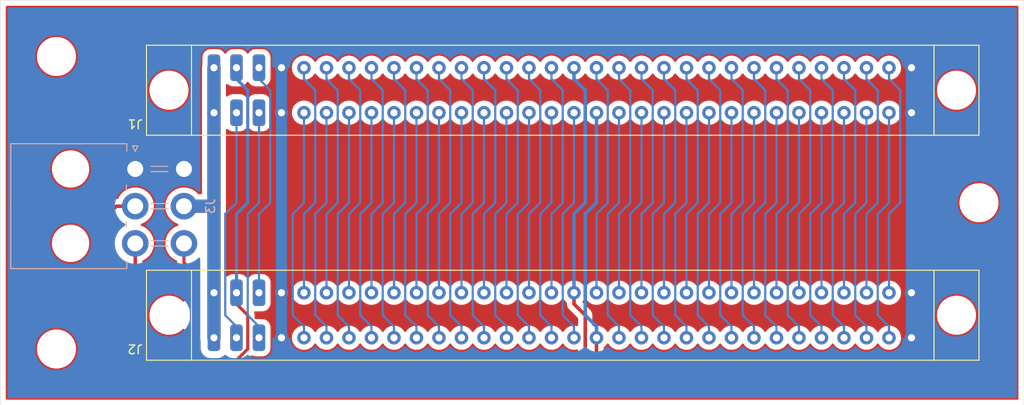
<source format=kicad_pcb>
(kicad_pcb (version 20171130) (host pcbnew "(5.1.4)-1")

  (general
    (thickness 1.6)
    (drawings 4)
    (tracks 344)
    (zones 0)
    (modules 6)
    (nets 61)
  )

  (page A4)
  (layers
    (0 F.Cu signal hide)
    (31 B.Cu signal hide)
    (32 B.Adhes user)
    (33 F.Adhes user)
    (34 B.Paste user)
    (35 F.Paste user)
    (36 B.SilkS user)
    (37 F.SilkS user)
    (38 B.Mask user)
    (39 F.Mask user)
    (40 Dwgs.User user)
    (41 Cmts.User user)
    (42 Eco1.User user)
    (43 Eco2.User user)
    (44 Edge.Cuts user)
    (45 Margin user)
    (46 B.CrtYd user)
    (47 F.CrtYd user)
    (48 B.Fab user)
    (49 F.Fab user)
  )

  (setup
    (last_trace_width 0.25)
    (trace_clearance 0.2)
    (zone_clearance 0.6)
    (zone_45_only no)
    (trace_min 0.2)
    (via_size 0.8)
    (via_drill 0.4)
    (via_min_size 0.4)
    (via_min_drill 0.3)
    (uvia_size 0.3)
    (uvia_drill 0.1)
    (uvias_allowed no)
    (uvia_min_size 0.2)
    (uvia_min_drill 0.1)
    (edge_width 0.05)
    (segment_width 0.2)
    (pcb_text_width 0.3)
    (pcb_text_size 1.5 1.5)
    (mod_edge_width 0.12)
    (mod_text_size 1 1)
    (mod_text_width 0.15)
    (pad_size 1.524 1.524)
    (pad_drill 0.762)
    (pad_to_mask_clearance 0.051)
    (solder_mask_min_width 0.25)
    (aux_axis_origin 0 0)
    (visible_elements 7FFFFFFF)
    (pcbplotparams
      (layerselection 0x010fc_ffffffff)
      (usegerberextensions false)
      (usegerberattributes false)
      (usegerberadvancedattributes false)
      (creategerberjobfile false)
      (excludeedgelayer true)
      (linewidth 0.100000)
      (plotframeref false)
      (viasonmask false)
      (mode 1)
      (useauxorigin false)
      (hpglpennumber 1)
      (hpglpenspeed 20)
      (hpglpendiameter 15.000000)
      (psnegative false)
      (psa4output false)
      (plotreference true)
      (plotvalue true)
      (plotinvisibletext false)
      (padsonsilk false)
      (subtractmaskfromsilk false)
      (outputformat 1)
      (mirror false)
      (drillshape 1)
      (scaleselection 1)
      (outputdirectory ""))
  )

  (net 0 "")
  (net 1 "Net-(J1-PadA2)")
  (net 2 "Net-(J1-PadA3)")
  (net 3 "Net-(J1-PadA5)")
  (net 4 "Net-(J1-PadA6)")
  (net 5 "Net-(J1-PadA7)")
  (net 6 "Net-(J1-PadA8)")
  (net 7 "Net-(J1-PadA9)")
  (net 8 "Net-(J1-PadA10)")
  (net 9 "Net-(J1-PadA11)")
  (net 10 "Net-(J1-PadA12)")
  (net 11 "Net-(J1-PadA13)")
  (net 12 "Net-(J1-PadA14)")
  (net 13 "Net-(J1-PadA15)")
  (net 14 "Net-(J1-PadA16)")
  (net 15 "Net-(J1-PadA17)")
  (net 16 "Net-(J1-PadA19)")
  (net 17 "Net-(J1-PadA20)")
  (net 18 "Net-(J1-PadA21)")
  (net 19 "Net-(J1-PadA22)")
  (net 20 "Net-(J1-PadA23)")
  (net 21 "Net-(J1-PadA24)")
  (net 22 "Net-(J1-PadA25)")
  (net 23 "Net-(J1-PadA26)")
  (net 24 "Net-(J1-PadA27)")
  (net 25 "Net-(J1-PadA28)")
  (net 26 "Net-(J1-PadA29)")
  (net 27 "Net-(J1-PadA30)")
  (net 28 "Net-(J1-PadA31)")
  (net 29 "Net-(J1-PadC3)")
  (net 30 "Net-(J1-PadC5)")
  (net 31 "Net-(J1-PadC6)")
  (net 32 "Net-(J1-PadC7)")
  (net 33 "Net-(J1-PadC8)")
  (net 34 "Net-(J1-PadC9)")
  (net 35 "Net-(J1-PadC10)")
  (net 36 "Net-(J1-PadC11)")
  (net 37 "Net-(J1-PadC12)")
  (net 38 "Net-(J1-PadC13)")
  (net 39 "Net-(J1-PadC14)")
  (net 40 "Net-(J1-PadC15)")
  (net 41 "Net-(J1-PadC16)")
  (net 42 "Net-(J1-PadC18)")
  (net 43 "Net-(J1-PadC19)")
  (net 44 "Net-(J1-PadC20)")
  (net 45 "Net-(J1-PadC21)")
  (net 46 "Net-(J1-PadC22)")
  (net 47 "Net-(J1-PadC23)")
  (net 48 "Net-(J1-PadC24)")
  (net 49 "Net-(J1-PadC25)")
  (net 50 "Net-(J1-PadC26)")
  (net 51 "Net-(J1-PadC27)")
  (net 52 "Net-(J1-PadC28)")
  (net 53 "Net-(J1-PadC29)")
  (net 54 "Net-(J1-PadC30)")
  (net 55 "Net-(J1-PadC31)")
  (net 56 GND)
  (net 57 +5V)
  (net 58 -5V)
  (net 59 +12V)
  (net 60 -12V)

  (net_class Default "Ceci est la Netclass par défaut."
    (clearance 0.2)
    (trace_width 0.25)
    (via_dia 0.8)
    (via_drill 0.4)
    (uvia_dia 0.3)
    (uvia_drill 0.1)
    (add_net +12V)
    (add_net +5V)
    (add_net -12V)
    (add_net -5V)
    (add_net GND)
    (add_net "Net-(J1-PadA10)")
    (add_net "Net-(J1-PadA11)")
    (add_net "Net-(J1-PadA12)")
    (add_net "Net-(J1-PadA13)")
    (add_net "Net-(J1-PadA14)")
    (add_net "Net-(J1-PadA15)")
    (add_net "Net-(J1-PadA16)")
    (add_net "Net-(J1-PadA17)")
    (add_net "Net-(J1-PadA19)")
    (add_net "Net-(J1-PadA2)")
    (add_net "Net-(J1-PadA20)")
    (add_net "Net-(J1-PadA21)")
    (add_net "Net-(J1-PadA22)")
    (add_net "Net-(J1-PadA23)")
    (add_net "Net-(J1-PadA24)")
    (add_net "Net-(J1-PadA25)")
    (add_net "Net-(J1-PadA26)")
    (add_net "Net-(J1-PadA27)")
    (add_net "Net-(J1-PadA28)")
    (add_net "Net-(J1-PadA29)")
    (add_net "Net-(J1-PadA3)")
    (add_net "Net-(J1-PadA30)")
    (add_net "Net-(J1-PadA31)")
    (add_net "Net-(J1-PadA5)")
    (add_net "Net-(J1-PadA6)")
    (add_net "Net-(J1-PadA7)")
    (add_net "Net-(J1-PadA8)")
    (add_net "Net-(J1-PadA9)")
    (add_net "Net-(J1-PadC10)")
    (add_net "Net-(J1-PadC11)")
    (add_net "Net-(J1-PadC12)")
    (add_net "Net-(J1-PadC13)")
    (add_net "Net-(J1-PadC14)")
    (add_net "Net-(J1-PadC15)")
    (add_net "Net-(J1-PadC16)")
    (add_net "Net-(J1-PadC18)")
    (add_net "Net-(J1-PadC19)")
    (add_net "Net-(J1-PadC20)")
    (add_net "Net-(J1-PadC21)")
    (add_net "Net-(J1-PadC22)")
    (add_net "Net-(J1-PadC23)")
    (add_net "Net-(J1-PadC24)")
    (add_net "Net-(J1-PadC25)")
    (add_net "Net-(J1-PadC26)")
    (add_net "Net-(J1-PadC27)")
    (add_net "Net-(J1-PadC28)")
    (add_net "Net-(J1-PadC29)")
    (add_net "Net-(J1-PadC3)")
    (add_net "Net-(J1-PadC30)")
    (add_net "Net-(J1-PadC31)")
    (add_net "Net-(J1-PadC5)")
    (add_net "Net-(J1-PadC6)")
    (add_net "Net-(J1-PadC7)")
    (add_net "Net-(J1-PadC8)")
    (add_net "Net-(J1-PadC9)")
  )

  (module Connectors_Molex:Molex_MiniFit-JR-5569-06A2_2x03x4.20mm_Angled (layer B.Cu) (tedit 58A28C61) (tstamp 5F8C5446)
    (at 82.55 77.47 270)
    (descr "Molex Mini-Fit JR, PN:5569-06A2, dual row, side entry type, through hole, with plastic peg mount")
    (tags "connector molex mini-fit 5569")
    (path /5F9125F6)
    (fp_text reference J3 (at 4.2 -8.5 90) (layer B.SilkS)
      (effects (font (size 1 1) (thickness 0.15)) (justify mirror))
    )
    (fp_text value Conn_01x06_Male (at 4.2 -10 90) (layer B.Fab)
      (effects (font (size 1 1) (thickness 0.15)) (justify mirror))
    )
    (fp_line (start -3.2 14.39) (end -3.2 -7.5) (layer B.CrtYd) (width 0.05))
    (fp_line (start -3.2 -7.5) (end 11.6 -7.5) (layer B.CrtYd) (width 0.05))
    (fp_line (start 11.6 -7.5) (end 11.6 14.39) (layer B.CrtYd) (width 0.05))
    (fp_line (start 11.6 14.39) (end -3.2 14.39) (layer B.CrtYd) (width 0.05))
    (fp_line (start -2 0.95) (end -2.85 0.95) (layer B.SilkS) (width 0.12))
    (fp_line (start -2.85 0.95) (end -2.85 14.05) (layer B.SilkS) (width 0.12))
    (fp_line (start -2.85 14.05) (end 4.2 14.05) (layer B.SilkS) (width 0.12))
    (fp_line (start 10.4 0.95) (end 11.25 0.95) (layer B.SilkS) (width 0.12))
    (fp_line (start 11.25 0.95) (end 11.25 14.05) (layer B.SilkS) (width 0.12))
    (fp_line (start 11.25 14.05) (end 4.2 14.05) (layer B.SilkS) (width 0.12))
    (fp_line (start -2.7 13.9) (end -2.7 1.1) (layer B.Fab) (width 0.1))
    (fp_line (start -2.7 1.1) (end 11.1 1.1) (layer B.Fab) (width 0.1))
    (fp_line (start 11.1 1.1) (end 11.1 13.9) (layer B.Fab) (width 0.1))
    (fp_line (start 11.1 13.9) (end -2.7 13.9) (layer B.Fab) (width 0.1))
    (fp_line (start -0.3 -1.8) (end -0.3 -3.7) (layer B.SilkS) (width 0.12))
    (fp_line (start 0.3 -1.8) (end 0.3 -3.7) (layer B.SilkS) (width 0.12))
    (fp_line (start 3.9 -1.8) (end 3.9 -3.7) (layer B.SilkS) (width 0.12))
    (fp_line (start 4.5 -1.8) (end 4.5 -3.7) (layer B.SilkS) (width 0.12))
    (fp_line (start 8.1 -1.8) (end 8.1 -3.7) (layer B.SilkS) (width 0.12))
    (fp_line (start 8.7 -1.8) (end 8.7 -3.7) (layer B.SilkS) (width 0.12))
    (fp_line (start 1.8 1) (end 2.4 1) (layer B.SilkS) (width 0.12))
    (fp_line (start 6 1) (end 6.6 1) (layer B.SilkS) (width 0.12))
    (fp_line (start -2 0) (end -2.6 -0.3) (layer B.SilkS) (width 0.12))
    (fp_line (start -2.6 -0.3) (end -2.6 0.3) (layer B.SilkS) (width 0.12))
    (fp_line (start -2.6 0.3) (end -2 0) (layer B.SilkS) (width 0.12))
    (fp_line (start -2 0) (end -2.6 -0.3) (layer B.Fab) (width 0.1))
    (fp_line (start -2.6 -0.3) (end -2.6 0.3) (layer B.Fab) (width 0.1))
    (fp_line (start -2.6 0.3) (end -2 0) (layer B.Fab) (width 0.1))
    (fp_text user %R (at 4.2 4.5 90) (layer B.Fab)
      (effects (font (size 1 1) (thickness 0.15)) (justify mirror))
    )
    (pad 1 thru_hole rect (at 0 0 270) (size 3 3) (drill 1.8) (layers *.Cu *.Mask)
      (net 56 GND))
    (pad 2 thru_hole circle (at 4.2 0 270) (size 3 3) (drill 1.8) (layers *.Cu *.Mask)
      (net 58 -5V))
    (pad 3 thru_hole circle (at 8.4 0 270) (size 3 3) (drill 1.8) (layers *.Cu *.Mask)
      (net 59 +12V))
    (pad 4 thru_hole circle (at 0 -5.5 270) (size 3 3) (drill 1.8) (layers *.Cu *.Mask)
      (net 56 GND))
    (pad 5 thru_hole circle (at 4.2 -5.5 270) (size 3 3) (drill 1.8) (layers *.Cu *.Mask)
      (net 57 +5V))
    (pad 6 thru_hole circle (at 8.4 -5.5 270) (size 3 3) (drill 1.8) (layers *.Cu *.Mask)
      (net 60 -12V))
    (pad "" np_thru_hole circle (at 0 7.3 270) (size 3 3) (drill 3) (layers *.Cu *.Mask))
    (pad "" np_thru_hole circle (at 8.4 7.3 270) (size 3 3) (drill 3) (layers *.Cu *.Mask))
    (model ${KISYS3DMOD}/Connectors_Molex.3dshapes/Molex_MiniFit-JR-5569-06A2_2x03x4.20mm_Angled.wrl
      (at (xyz 0 0 0))
      (scale (xyz 1 1 1))
      (rotate (xyz 0 0 0))
    )
  )

  (module Mounting_Holes:MountingHole_3.2mm_M3 (layer F.Cu) (tedit 56D1B4CB) (tstamp 5F8C7145)
    (at 73.66 97.79)
    (descr "Mounting Hole 3.2mm, no annular, M3")
    (tags "mounting hole 3.2mm no annular m3")
    (attr virtual)
    (fp_text reference REF** (at 0 -4.2) (layer F.SilkS) hide
      (effects (font (size 1 1) (thickness 0.15)))
    )
    (fp_text value MountingHole_3.2mm_M3 (at 0 4.2) (layer F.Fab)
      (effects (font (size 1 1) (thickness 0.15)))
    )
    (fp_text user %R (at 0.3 0) (layer F.Fab)
      (effects (font (size 1 1) (thickness 0.15)))
    )
    (fp_circle (center 0 0) (end 3.2 0) (layer Cmts.User) (width 0.15))
    (fp_circle (center 0 0) (end 3.45 0) (layer F.CrtYd) (width 0.05))
    (pad 1 np_thru_hole circle (at 0 0) (size 3.2 3.2) (drill 3.2) (layers *.Cu *.Mask))
  )

  (module Mounting_Holes:MountingHole_3.2mm_M3 (layer F.Cu) (tedit 56D1B4CB) (tstamp 5F8C713A)
    (at 73.66 64.77)
    (descr "Mounting Hole 3.2mm, no annular, M3")
    (tags "mounting hole 3.2mm no annular m3")
    (attr virtual)
    (fp_text reference REF** (at 0 -4.2) (layer F.SilkS) hide
      (effects (font (size 1 1) (thickness 0.15)))
    )
    (fp_text value MountingHole_3.2mm_M3 (at 0 4.2) (layer F.Fab)
      (effects (font (size 1 1) (thickness 0.15)))
    )
    (fp_text user %R (at 0.3 0) (layer F.Fab)
      (effects (font (size 1 1) (thickness 0.15)))
    )
    (fp_circle (center 0 0) (end 3.2 0) (layer Cmts.User) (width 0.15))
    (fp_circle (center 0 0) (end 3.45 0) (layer F.CrtYd) (width 0.05))
    (pad 1 np_thru_hole circle (at 0 0) (size 3.2 3.2) (drill 3.2) (layers *.Cu *.Mask))
  )

  (module Mounting_Holes:MountingHole_3.2mm_M3 (layer F.Cu) (tedit 56D1B4CB) (tstamp 5F8C712F)
    (at 177.8 81.28)
    (descr "Mounting Hole 3.2mm, no annular, M3")
    (tags "mounting hole 3.2mm no annular m3")
    (attr virtual)
    (fp_text reference REF** (at 0 -4.2) (layer F.SilkS) hide
      (effects (font (size 1 1) (thickness 0.15)))
    )
    (fp_text value MountingHole_3.2mm_M3 (at 0 4.2) (layer F.Fab)
      (effects (font (size 1 1) (thickness 0.15)))
    )
    (fp_text user %R (at 0.3 0) (layer F.Fab)
      (effects (font (size 1 1) (thickness 0.15)))
    )
    (fp_circle (center 0 0) (end 3.2 0) (layer Cmts.User) (width 0.15))
    (fp_circle (center 0 0) (end 3.45 0) (layer F.CrtYd) (width 0.05))
    (pad 1 np_thru_hole circle (at 0 0) (size 3.2 3.2) (drill 3.2) (layers *.Cu *.Mask))
  )

  (module elektor:DI41612-AC-F (layer F.Cu) (tedit 5F8C865D) (tstamp 5F8C9BF7)
    (at 91.44 71.12)
    (descr "Connecteur DIN Europe 96 contacts AC femelle droit")
    (tags "CONN DIN")
    (path /5F8C6435)
    (fp_text reference J1 (at -8.89 1.27 180 unlocked) (layer F.SilkS)
      (effects (font (size 1 1) (thickness 0.15)))
    )
    (fp_text value C64AC (at 14.6 4.45) (layer F.Fab)
      (effects (font (size 1 1) (thickness 0.15)))
    )
    (fp_line (start 81.27 2.46) (end 81.27 -7.54) (layer F.Fab) (width 0.1))
    (fp_line (start -2.53 -7.54) (end -2.53 2.46) (layer F.Fab) (width 0.1))
    (fp_line (start -7.53 -7.54) (end -7.53 2.46) (layer F.Fab) (width 0.1))
    (fp_line (start -7.53 2.46) (end 86.27 2.46) (layer F.Fab) (width 0.1))
    (fp_line (start 86.27 2.46) (end 86.27 -7.54) (layer F.Fab) (width 0.1))
    (fp_line (start 86.27 -7.54) (end -7.53 -7.54) (layer F.Fab) (width 0.1))
    (fp_line (start 86.36 2.54) (end -7.62 2.54) (layer F.SilkS) (width 0.12))
    (fp_line (start 86.36 -5.08) (end 86.36 2.54) (layer F.SilkS) (width 0.12))
    (fp_line (start 81.28 -5.08) (end 81.28 2.54) (layer F.SilkS) (width 0.12))
    (fp_line (start 86.36 -5.08) (end 86.36 -7.62) (layer F.SilkS) (width 0.12))
    (fp_line (start 86.36 -7.62) (end -7.62 -7.62) (layer F.SilkS) (width 0.12))
    (fp_line (start 81.28 -5.08) (end 81.28 -7.62) (layer F.SilkS) (width 0.12))
    (fp_line (start -2.54 -7.62) (end -2.54 2.54) (layer F.SilkS) (width 0.12))
    (fp_line (start -7.62 2.54) (end -7.62 -7.62) (layer F.SilkS) (width 0.12))
    (fp_line (start -7.78 -7.79) (end 86.52 -7.79) (layer F.CrtYd) (width 0.05))
    (fp_line (start -7.78 -7.79) (end -7.78 2.71) (layer F.CrtYd) (width 0.05))
    (fp_line (start 86.52 2.71) (end 86.52 -7.79) (layer F.CrtYd) (width 0.05))
    (fp_line (start 86.52 2.71) (end -7.78 2.71) (layer F.CrtYd) (width 0.05))
    (pad "" np_thru_hole circle (at 83.82 -2.54) (size 3.2 3.2) (drill 3.2) (layers *.Cu *.Mask))
    (pad "" np_thru_hole circle (at -5.08 -2.54) (size 3.2 3.2) (drill 3.2) (layers *.Cu *.Mask))
    (pad A1 thru_hole roundrect (at 0 0) (size 1.4 3) (drill 0.81) (layers *.Cu *.Mask) (roundrect_rratio 0.25)
      (net 57 +5V))
    (pad A2 thru_hole roundrect (at 2.54 0) (size 1.4 3) (drill 0.81) (layers *.Cu *.Mask) (roundrect_rratio 0.25)
      (net 1 "Net-(J1-PadA2)"))
    (pad A3 thru_hole roundrect (at 5.08 0) (size 1.4 3) (drill 0.81) (layers *.Cu *.Mask) (roundrect_rratio 0.25)
      (net 2 "Net-(J1-PadA3)"))
    (pad A4 thru_hole circle (at 7.62 0) (size 1.52 1.52) (drill 0.81) (layers *.Cu *.Mask)
      (net 56 GND))
    (pad A5 thru_hole circle (at 10.16 0) (size 1.52 1.52) (drill 0.81) (layers *.Cu *.Mask)
      (net 3 "Net-(J1-PadA5)"))
    (pad A6 thru_hole circle (at 12.7 0) (size 1.52 1.52) (drill 0.81) (layers *.Cu *.Mask)
      (net 4 "Net-(J1-PadA6)"))
    (pad A7 thru_hole circle (at 15.24 0) (size 1.52 1.52) (drill 0.81) (layers *.Cu *.Mask)
      (net 5 "Net-(J1-PadA7)"))
    (pad A8 thru_hole circle (at 17.78 0) (size 1.52 1.52) (drill 0.81) (layers *.Cu *.Mask)
      (net 6 "Net-(J1-PadA8)"))
    (pad A9 thru_hole circle (at 20.32 0) (size 1.52 1.52) (drill 0.81) (layers *.Cu *.Mask)
      (net 7 "Net-(J1-PadA9)"))
    (pad A10 thru_hole circle (at 22.86 0) (size 1.52 1.52) (drill 0.81) (layers *.Cu *.Mask)
      (net 8 "Net-(J1-PadA10)"))
    (pad A11 thru_hole circle (at 25.4 0) (size 1.52 1.52) (drill 0.81) (layers *.Cu *.Mask)
      (net 9 "Net-(J1-PadA11)"))
    (pad A12 thru_hole circle (at 27.94 0) (size 1.52 1.52) (drill 0.81) (layers *.Cu *.Mask)
      (net 10 "Net-(J1-PadA12)"))
    (pad A13 thru_hole circle (at 30.48 0) (size 1.52 1.52) (drill 0.81) (layers *.Cu *.Mask)
      (net 11 "Net-(J1-PadA13)"))
    (pad A14 thru_hole circle (at 33.02 0) (size 1.52 1.52) (drill 0.81) (layers *.Cu *.Mask)
      (net 12 "Net-(J1-PadA14)"))
    (pad A15 thru_hole circle (at 35.56 0) (size 1.52 1.52) (drill 0.81) (layers *.Cu *.Mask)
      (net 13 "Net-(J1-PadA15)"))
    (pad A16 thru_hole circle (at 38.1 0) (size 1.52 1.52) (drill 0.81) (layers *.Cu *.Mask)
      (net 14 "Net-(J1-PadA16)"))
    (pad A17 thru_hole circle (at 40.64 0) (size 1.52 1.52) (drill 0.81) (layers *.Cu *.Mask)
      (net 15 "Net-(J1-PadA17)"))
    (pad A18 thru_hole circle (at 43.18 0) (size 1.52 1.52) (drill 0.81) (layers *.Cu *.Mask)
      (net 58 -5V))
    (pad A19 thru_hole circle (at 45.72 0) (size 1.52 1.52) (drill 0.81) (layers *.Cu *.Mask)
      (net 16 "Net-(J1-PadA19)"))
    (pad A20 thru_hole circle (at 48.26 0) (size 1.52 1.52) (drill 0.81) (layers *.Cu *.Mask)
      (net 17 "Net-(J1-PadA20)"))
    (pad A21 thru_hole circle (at 50.8 0) (size 1.52 1.52) (drill 0.81) (layers *.Cu *.Mask)
      (net 18 "Net-(J1-PadA21)"))
    (pad A22 thru_hole circle (at 53.34 0) (size 1.52 1.52) (drill 0.81) (layers *.Cu *.Mask)
      (net 19 "Net-(J1-PadA22)"))
    (pad A23 thru_hole circle (at 55.88 0) (size 1.52 1.52) (drill 0.81) (layers *.Cu *.Mask)
      (net 20 "Net-(J1-PadA23)"))
    (pad A24 thru_hole circle (at 58.42 0) (size 1.52 1.52) (drill 0.81) (layers *.Cu *.Mask)
      (net 21 "Net-(J1-PadA24)"))
    (pad A25 thru_hole circle (at 60.96 0) (size 1.52 1.52) (drill 0.81) (layers *.Cu *.Mask)
      (net 22 "Net-(J1-PadA25)"))
    (pad A26 thru_hole circle (at 63.5 0) (size 1.52 1.52) (drill 0.81) (layers *.Cu *.Mask)
      (net 23 "Net-(J1-PadA26)"))
    (pad A27 thru_hole circle (at 66.04 0) (size 1.52 1.52) (drill 0.81) (layers *.Cu *.Mask)
      (net 24 "Net-(J1-PadA27)"))
    (pad A28 thru_hole circle (at 68.58 0) (size 1.52 1.52) (drill 0.81) (layers *.Cu *.Mask)
      (net 25 "Net-(J1-PadA28)"))
    (pad A29 thru_hole circle (at 71.12 0) (size 1.52 1.52) (drill 0.81) (layers *.Cu *.Mask)
      (net 26 "Net-(J1-PadA29)"))
    (pad A30 thru_hole circle (at 73.66 0) (size 1.52 1.52) (drill 0.81) (layers *.Cu *.Mask)
      (net 27 "Net-(J1-PadA30)"))
    (pad A31 thru_hole circle (at 76.2 0) (size 1.52 1.52) (drill 0.81) (layers *.Cu *.Mask)
      (net 28 "Net-(J1-PadA31)"))
    (pad A32 thru_hole circle (at 78.74 0) (size 1.52 1.52) (drill 0.81) (layers *.Cu *.Mask)
      (net 56 GND))
    (pad C1 thru_hole roundrect (at 0 -5.08) (size 1.4 3) (drill 0.81) (layers *.Cu *.Mask) (roundrect_rratio 0.25)
      (net 57 +5V))
    (pad C2 thru_hole roundrect (at 2.54 -5.08) (size 1.4 3) (drill 0.81) (layers *.Cu *.Mask) (roundrect_rratio 0.25)
      (net 60 -12V))
    (pad C3 thru_hole roundrect (at 5.08 -5.08) (size 1.4 3) (drill 0.81) (layers *.Cu *.Mask) (roundrect_rratio 0.25)
      (net 29 "Net-(J1-PadC3)"))
    (pad C4 thru_hole circle (at 7.62 -5.08) (size 1.52 1.52) (drill 0.81) (layers *.Cu *.Mask)
      (net 56 GND))
    (pad C5 thru_hole circle (at 10.16 -5.08) (size 1.52 1.52) (drill 0.81) (layers *.Cu *.Mask)
      (net 30 "Net-(J1-PadC5)"))
    (pad C6 thru_hole circle (at 12.7 -5.08) (size 1.52 1.52) (drill 0.81) (layers *.Cu *.Mask)
      (net 31 "Net-(J1-PadC6)"))
    (pad C7 thru_hole circle (at 15.24 -5.08) (size 1.52 1.52) (drill 0.81) (layers *.Cu *.Mask)
      (net 32 "Net-(J1-PadC7)"))
    (pad C8 thru_hole circle (at 17.78 -5.08) (size 1.52 1.52) (drill 0.81) (layers *.Cu *.Mask)
      (net 33 "Net-(J1-PadC8)"))
    (pad C9 thru_hole circle (at 20.32 -5.08) (size 1.52 1.52) (drill 0.81) (layers *.Cu *.Mask)
      (net 34 "Net-(J1-PadC9)"))
    (pad C10 thru_hole circle (at 22.86 -5.08) (size 1.52 1.52) (drill 0.81) (layers *.Cu *.Mask)
      (net 35 "Net-(J1-PadC10)"))
    (pad C11 thru_hole circle (at 25.4 -5.08) (size 1.52 1.52) (drill 0.81) (layers *.Cu *.Mask)
      (net 36 "Net-(J1-PadC11)"))
    (pad C12 thru_hole circle (at 27.94 -5.08) (size 1.52 1.52) (drill 0.81) (layers *.Cu *.Mask)
      (net 37 "Net-(J1-PadC12)"))
    (pad C13 thru_hole circle (at 30.48 -5.08) (size 1.52 1.52) (drill 0.81) (layers *.Cu *.Mask)
      (net 38 "Net-(J1-PadC13)"))
    (pad C14 thru_hole circle (at 33.02 -5.08) (size 1.52 1.52) (drill 0.81) (layers *.Cu *.Mask)
      (net 39 "Net-(J1-PadC14)"))
    (pad C15 thru_hole circle (at 35.56 -5.08) (size 1.52 1.52) (drill 0.81) (layers *.Cu *.Mask)
      (net 40 "Net-(J1-PadC15)"))
    (pad C16 thru_hole circle (at 38.1 -5.08) (size 1.52 1.52) (drill 0.81) (layers *.Cu *.Mask)
      (net 41 "Net-(J1-PadC16)"))
    (pad C17 thru_hole circle (at 40.64 -5.08) (size 1.52 1.52) (drill 0.81) (layers *.Cu *.Mask)
      (net 59 +12V))
    (pad C18 thru_hole circle (at 43.18 -5.08) (size 1.52 1.52) (drill 0.81) (layers *.Cu *.Mask)
      (net 42 "Net-(J1-PadC18)"))
    (pad C19 thru_hole circle (at 45.72 -5.08) (size 1.52 1.52) (drill 0.81) (layers *.Cu *.Mask)
      (net 43 "Net-(J1-PadC19)"))
    (pad C20 thru_hole circle (at 48.26 -5.08) (size 1.52 1.52) (drill 0.81) (layers *.Cu *.Mask)
      (net 44 "Net-(J1-PadC20)"))
    (pad C21 thru_hole circle (at 50.8 -5.08) (size 1.52 1.52) (drill 0.81) (layers *.Cu *.Mask)
      (net 45 "Net-(J1-PadC21)"))
    (pad C22 thru_hole circle (at 53.34 -5.08) (size 1.52 1.52) (drill 0.81) (layers *.Cu *.Mask)
      (net 46 "Net-(J1-PadC22)"))
    (pad C23 thru_hole circle (at 55.88 -5.08) (size 1.52 1.52) (drill 0.81) (layers *.Cu *.Mask)
      (net 47 "Net-(J1-PadC23)"))
    (pad C24 thru_hole circle (at 58.42 -5.08) (size 1.52 1.52) (drill 0.81) (layers *.Cu *.Mask)
      (net 48 "Net-(J1-PadC24)"))
    (pad C25 thru_hole circle (at 60.96 -5.08) (size 1.52 1.52) (drill 0.81) (layers *.Cu *.Mask)
      (net 49 "Net-(J1-PadC25)"))
    (pad C26 thru_hole circle (at 63.5 -5.08) (size 1.52 1.52) (drill 0.81) (layers *.Cu *.Mask)
      (net 50 "Net-(J1-PadC26)"))
    (pad C27 thru_hole circle (at 66.04 -5.08) (size 1.52 1.52) (drill 0.81) (layers *.Cu *.Mask)
      (net 51 "Net-(J1-PadC27)"))
    (pad C28 thru_hole circle (at 68.58 -5.08) (size 1.52 1.52) (drill 0.81) (layers *.Cu *.Mask)
      (net 52 "Net-(J1-PadC28)"))
    (pad C29 thru_hole circle (at 71.12 -5.08) (size 1.52 1.52) (drill 0.81) (layers *.Cu *.Mask)
      (net 53 "Net-(J1-PadC29)"))
    (pad C30 thru_hole circle (at 73.66 -5.08) (size 1.52 1.52) (drill 0.81) (layers *.Cu *.Mask)
      (net 54 "Net-(J1-PadC30)"))
    (pad C31 thru_hole circle (at 76.2 -5.08) (size 1.52 1.52) (drill 0.81) (layers *.Cu *.Mask)
      (net 55 "Net-(J1-PadC31)"))
    (pad C32 thru_hole circle (at 78.74 -5.08) (size 1.52 1.52) (drill 0.81) (layers *.Cu *.Mask)
      (net 56 GND))
  )

  (module elektor:DI41612-AC-F (layer F.Cu) (tedit 5F8C865D) (tstamp 5F8C9C4E)
    (at 91.44 96.52)
    (descr "Connecteur DIN Europe 96 contacts AC femelle droit")
    (tags "CONN DIN")
    (path /5F8C172F)
    (fp_text reference J2 (at -8.89 1.27 180 unlocked) (layer F.SilkS)
      (effects (font (size 1 1) (thickness 0.15)))
    )
    (fp_text value C64AC (at 14.6 4.45) (layer F.Fab)
      (effects (font (size 1 1) (thickness 0.15)))
    )
    (fp_line (start 81.27 2.46) (end 81.27 -7.54) (layer F.Fab) (width 0.1))
    (fp_line (start -2.53 -7.54) (end -2.53 2.46) (layer F.Fab) (width 0.1))
    (fp_line (start -7.53 -7.54) (end -7.53 2.46) (layer F.Fab) (width 0.1))
    (fp_line (start -7.53 2.46) (end 86.27 2.46) (layer F.Fab) (width 0.1))
    (fp_line (start 86.27 2.46) (end 86.27 -7.54) (layer F.Fab) (width 0.1))
    (fp_line (start 86.27 -7.54) (end -7.53 -7.54) (layer F.Fab) (width 0.1))
    (fp_line (start 86.36 2.54) (end -7.62 2.54) (layer F.SilkS) (width 0.12))
    (fp_line (start 86.36 -5.08) (end 86.36 2.54) (layer F.SilkS) (width 0.12))
    (fp_line (start 81.28 -5.08) (end 81.28 2.54) (layer F.SilkS) (width 0.12))
    (fp_line (start 86.36 -5.08) (end 86.36 -7.62) (layer F.SilkS) (width 0.12))
    (fp_line (start 86.36 -7.62) (end -7.62 -7.62) (layer F.SilkS) (width 0.12))
    (fp_line (start 81.28 -5.08) (end 81.28 -7.62) (layer F.SilkS) (width 0.12))
    (fp_line (start -2.54 -7.62) (end -2.54 2.54) (layer F.SilkS) (width 0.12))
    (fp_line (start -7.62 2.54) (end -7.62 -7.62) (layer F.SilkS) (width 0.12))
    (fp_line (start -7.78 -7.79) (end 86.52 -7.79) (layer F.CrtYd) (width 0.05))
    (fp_line (start -7.78 -7.79) (end -7.78 2.71) (layer F.CrtYd) (width 0.05))
    (fp_line (start 86.52 2.71) (end 86.52 -7.79) (layer F.CrtYd) (width 0.05))
    (fp_line (start 86.52 2.71) (end -7.78 2.71) (layer F.CrtYd) (width 0.05))
    (pad "" np_thru_hole circle (at 83.82 -2.54) (size 3.2 3.2) (drill 3.2) (layers *.Cu *.Mask))
    (pad "" np_thru_hole circle (at -5.08 -2.54) (size 3.2 3.2) (drill 3.2) (layers *.Cu *.Mask))
    (pad A1 thru_hole roundrect (at 0 0) (size 1.4 3) (drill 0.81) (layers *.Cu *.Mask) (roundrect_rratio 0.25)
      (net 57 +5V))
    (pad A2 thru_hole roundrect (at 2.54 0) (size 1.4 3) (drill 0.81) (layers *.Cu *.Mask) (roundrect_rratio 0.25)
      (net 1 "Net-(J1-PadA2)"))
    (pad A3 thru_hole roundrect (at 5.08 0) (size 1.4 3) (drill 0.81) (layers *.Cu *.Mask) (roundrect_rratio 0.25)
      (net 2 "Net-(J1-PadA3)"))
    (pad A4 thru_hole circle (at 7.62 0) (size 1.52 1.52) (drill 0.81) (layers *.Cu *.Mask)
      (net 56 GND))
    (pad A5 thru_hole circle (at 10.16 0) (size 1.52 1.52) (drill 0.81) (layers *.Cu *.Mask)
      (net 3 "Net-(J1-PadA5)"))
    (pad A6 thru_hole circle (at 12.7 0) (size 1.52 1.52) (drill 0.81) (layers *.Cu *.Mask)
      (net 4 "Net-(J1-PadA6)"))
    (pad A7 thru_hole circle (at 15.24 0) (size 1.52 1.52) (drill 0.81) (layers *.Cu *.Mask)
      (net 5 "Net-(J1-PadA7)"))
    (pad A8 thru_hole circle (at 17.78 0) (size 1.52 1.52) (drill 0.81) (layers *.Cu *.Mask)
      (net 6 "Net-(J1-PadA8)"))
    (pad A9 thru_hole circle (at 20.32 0) (size 1.52 1.52) (drill 0.81) (layers *.Cu *.Mask)
      (net 7 "Net-(J1-PadA9)"))
    (pad A10 thru_hole circle (at 22.86 0) (size 1.52 1.52) (drill 0.81) (layers *.Cu *.Mask)
      (net 8 "Net-(J1-PadA10)"))
    (pad A11 thru_hole circle (at 25.4 0) (size 1.52 1.52) (drill 0.81) (layers *.Cu *.Mask)
      (net 9 "Net-(J1-PadA11)"))
    (pad A12 thru_hole circle (at 27.94 0) (size 1.52 1.52) (drill 0.81) (layers *.Cu *.Mask)
      (net 10 "Net-(J1-PadA12)"))
    (pad A13 thru_hole circle (at 30.48 0) (size 1.52 1.52) (drill 0.81) (layers *.Cu *.Mask)
      (net 11 "Net-(J1-PadA13)"))
    (pad A14 thru_hole circle (at 33.02 0) (size 1.52 1.52) (drill 0.81) (layers *.Cu *.Mask)
      (net 12 "Net-(J1-PadA14)"))
    (pad A15 thru_hole circle (at 35.56 0) (size 1.52 1.52) (drill 0.81) (layers *.Cu *.Mask)
      (net 13 "Net-(J1-PadA15)"))
    (pad A16 thru_hole circle (at 38.1 0) (size 1.52 1.52) (drill 0.81) (layers *.Cu *.Mask)
      (net 14 "Net-(J1-PadA16)"))
    (pad A17 thru_hole circle (at 40.64 0) (size 1.52 1.52) (drill 0.81) (layers *.Cu *.Mask)
      (net 15 "Net-(J1-PadA17)"))
    (pad A18 thru_hole circle (at 43.18 0) (size 1.52 1.52) (drill 0.81) (layers *.Cu *.Mask)
      (net 58 -5V))
    (pad A19 thru_hole circle (at 45.72 0) (size 1.52 1.52) (drill 0.81) (layers *.Cu *.Mask)
      (net 16 "Net-(J1-PadA19)"))
    (pad A20 thru_hole circle (at 48.26 0) (size 1.52 1.52) (drill 0.81) (layers *.Cu *.Mask)
      (net 17 "Net-(J1-PadA20)"))
    (pad A21 thru_hole circle (at 50.8 0) (size 1.52 1.52) (drill 0.81) (layers *.Cu *.Mask)
      (net 18 "Net-(J1-PadA21)"))
    (pad A22 thru_hole circle (at 53.34 0) (size 1.52 1.52) (drill 0.81) (layers *.Cu *.Mask)
      (net 19 "Net-(J1-PadA22)"))
    (pad A23 thru_hole circle (at 55.88 0) (size 1.52 1.52) (drill 0.81) (layers *.Cu *.Mask)
      (net 20 "Net-(J1-PadA23)"))
    (pad A24 thru_hole circle (at 58.42 0) (size 1.52 1.52) (drill 0.81) (layers *.Cu *.Mask)
      (net 21 "Net-(J1-PadA24)"))
    (pad A25 thru_hole circle (at 60.96 0) (size 1.52 1.52) (drill 0.81) (layers *.Cu *.Mask)
      (net 22 "Net-(J1-PadA25)"))
    (pad A26 thru_hole circle (at 63.5 0) (size 1.52 1.52) (drill 0.81) (layers *.Cu *.Mask)
      (net 23 "Net-(J1-PadA26)"))
    (pad A27 thru_hole circle (at 66.04 0) (size 1.52 1.52) (drill 0.81) (layers *.Cu *.Mask)
      (net 24 "Net-(J1-PadA27)"))
    (pad A28 thru_hole circle (at 68.58 0) (size 1.52 1.52) (drill 0.81) (layers *.Cu *.Mask)
      (net 25 "Net-(J1-PadA28)"))
    (pad A29 thru_hole circle (at 71.12 0) (size 1.52 1.52) (drill 0.81) (layers *.Cu *.Mask)
      (net 26 "Net-(J1-PadA29)"))
    (pad A30 thru_hole circle (at 73.66 0) (size 1.52 1.52) (drill 0.81) (layers *.Cu *.Mask)
      (net 27 "Net-(J1-PadA30)"))
    (pad A31 thru_hole circle (at 76.2 0) (size 1.52 1.52) (drill 0.81) (layers *.Cu *.Mask)
      (net 28 "Net-(J1-PadA31)"))
    (pad A32 thru_hole circle (at 78.74 0) (size 1.52 1.52) (drill 0.81) (layers *.Cu *.Mask)
      (net 56 GND))
    (pad C1 thru_hole roundrect (at 0 -5.08) (size 1.4 3) (drill 0.81) (layers *.Cu *.Mask) (roundrect_rratio 0.25)
      (net 57 +5V))
    (pad C2 thru_hole roundrect (at 2.54 -5.08) (size 1.4 3) (drill 0.81) (layers *.Cu *.Mask) (roundrect_rratio 0.25)
      (net 60 -12V))
    (pad C3 thru_hole roundrect (at 5.08 -5.08) (size 1.4 3) (drill 0.81) (layers *.Cu *.Mask) (roundrect_rratio 0.25)
      (net 29 "Net-(J1-PadC3)"))
    (pad C4 thru_hole circle (at 7.62 -5.08) (size 1.52 1.52) (drill 0.81) (layers *.Cu *.Mask)
      (net 56 GND))
    (pad C5 thru_hole circle (at 10.16 -5.08) (size 1.52 1.52) (drill 0.81) (layers *.Cu *.Mask)
      (net 30 "Net-(J1-PadC5)"))
    (pad C6 thru_hole circle (at 12.7 -5.08) (size 1.52 1.52) (drill 0.81) (layers *.Cu *.Mask)
      (net 31 "Net-(J1-PadC6)"))
    (pad C7 thru_hole circle (at 15.24 -5.08) (size 1.52 1.52) (drill 0.81) (layers *.Cu *.Mask)
      (net 32 "Net-(J1-PadC7)"))
    (pad C8 thru_hole circle (at 17.78 -5.08) (size 1.52 1.52) (drill 0.81) (layers *.Cu *.Mask)
      (net 33 "Net-(J1-PadC8)"))
    (pad C9 thru_hole circle (at 20.32 -5.08) (size 1.52 1.52) (drill 0.81) (layers *.Cu *.Mask)
      (net 34 "Net-(J1-PadC9)"))
    (pad C10 thru_hole circle (at 22.86 -5.08) (size 1.52 1.52) (drill 0.81) (layers *.Cu *.Mask)
      (net 35 "Net-(J1-PadC10)"))
    (pad C11 thru_hole circle (at 25.4 -5.08) (size 1.52 1.52) (drill 0.81) (layers *.Cu *.Mask)
      (net 36 "Net-(J1-PadC11)"))
    (pad C12 thru_hole circle (at 27.94 -5.08) (size 1.52 1.52) (drill 0.81) (layers *.Cu *.Mask)
      (net 37 "Net-(J1-PadC12)"))
    (pad C13 thru_hole circle (at 30.48 -5.08) (size 1.52 1.52) (drill 0.81) (layers *.Cu *.Mask)
      (net 38 "Net-(J1-PadC13)"))
    (pad C14 thru_hole circle (at 33.02 -5.08) (size 1.52 1.52) (drill 0.81) (layers *.Cu *.Mask)
      (net 39 "Net-(J1-PadC14)"))
    (pad C15 thru_hole circle (at 35.56 -5.08) (size 1.52 1.52) (drill 0.81) (layers *.Cu *.Mask)
      (net 40 "Net-(J1-PadC15)"))
    (pad C16 thru_hole circle (at 38.1 -5.08) (size 1.52 1.52) (drill 0.81) (layers *.Cu *.Mask)
      (net 41 "Net-(J1-PadC16)"))
    (pad C17 thru_hole circle (at 40.64 -5.08) (size 1.52 1.52) (drill 0.81) (layers *.Cu *.Mask)
      (net 59 +12V))
    (pad C18 thru_hole circle (at 43.18 -5.08) (size 1.52 1.52) (drill 0.81) (layers *.Cu *.Mask)
      (net 42 "Net-(J1-PadC18)"))
    (pad C19 thru_hole circle (at 45.72 -5.08) (size 1.52 1.52) (drill 0.81) (layers *.Cu *.Mask)
      (net 43 "Net-(J1-PadC19)"))
    (pad C20 thru_hole circle (at 48.26 -5.08) (size 1.52 1.52) (drill 0.81) (layers *.Cu *.Mask)
      (net 44 "Net-(J1-PadC20)"))
    (pad C21 thru_hole circle (at 50.8 -5.08) (size 1.52 1.52) (drill 0.81) (layers *.Cu *.Mask)
      (net 45 "Net-(J1-PadC21)"))
    (pad C22 thru_hole circle (at 53.34 -5.08) (size 1.52 1.52) (drill 0.81) (layers *.Cu *.Mask)
      (net 46 "Net-(J1-PadC22)"))
    (pad C23 thru_hole circle (at 55.88 -5.08) (size 1.52 1.52) (drill 0.81) (layers *.Cu *.Mask)
      (net 47 "Net-(J1-PadC23)"))
    (pad C24 thru_hole circle (at 58.42 -5.08) (size 1.52 1.52) (drill 0.81) (layers *.Cu *.Mask)
      (net 48 "Net-(J1-PadC24)"))
    (pad C25 thru_hole circle (at 60.96 -5.08) (size 1.52 1.52) (drill 0.81) (layers *.Cu *.Mask)
      (net 49 "Net-(J1-PadC25)"))
    (pad C26 thru_hole circle (at 63.5 -5.08) (size 1.52 1.52) (drill 0.81) (layers *.Cu *.Mask)
      (net 50 "Net-(J1-PadC26)"))
    (pad C27 thru_hole circle (at 66.04 -5.08) (size 1.52 1.52) (drill 0.81) (layers *.Cu *.Mask)
      (net 51 "Net-(J1-PadC27)"))
    (pad C28 thru_hole circle (at 68.58 -5.08) (size 1.52 1.52) (drill 0.81) (layers *.Cu *.Mask)
      (net 52 "Net-(J1-PadC28)"))
    (pad C29 thru_hole circle (at 71.12 -5.08) (size 1.52 1.52) (drill 0.81) (layers *.Cu *.Mask)
      (net 53 "Net-(J1-PadC29)"))
    (pad C30 thru_hole circle (at 73.66 -5.08) (size 1.52 1.52) (drill 0.81) (layers *.Cu *.Mask)
      (net 54 "Net-(J1-PadC30)"))
    (pad C31 thru_hole circle (at 76.2 -5.08) (size 1.52 1.52) (drill 0.81) (layers *.Cu *.Mask)
      (net 55 "Net-(J1-PadC31)"))
    (pad C32 thru_hole circle (at 78.74 -5.08) (size 1.52 1.52) (drill 0.81) (layers *.Cu *.Mask)
      (net 56 GND))
  )

  (gr_line (start 67.31 104.14) (end 67.31 58.42) (layer Edge.Cuts) (width 0.05) (tstamp 5F8C2397))
  (gr_line (start 182.88 104.14) (end 67.31 104.14) (layer Edge.Cuts) (width 0.05))
  (gr_line (start 182.88 58.42) (end 182.88 104.14) (layer Edge.Cuts) (width 0.05))
  (gr_line (start 67.31 58.42) (end 182.88 58.42) (layer Edge.Cuts) (width 0.05))

  (segment (start 92.71 92.71) (end 92.71 82.55) (width 0.25) (layer B.Cu) (net 1))
  (segment (start 92.71 82.55) (end 93.98 81.28) (width 0.25) (layer B.Cu) (net 1))
  (segment (start 93.98 81.28) (end 93.98 71.12) (width 0.25) (layer B.Cu) (net 1))
  (segment (start 92.71 92.71) (end 92.71 93.98) (width 0.25) (layer B.Cu) (net 1))
  (segment (start 92.71 93.98) (end 93.98 95.25) (width 0.25) (layer B.Cu) (net 1))
  (segment (start 93.98 96.52) (end 93.98 95.25) (width 0.25) (layer B.Cu) (net 1))
  (segment (start 96.52 95.25) (end 96.52 96.52) (width 0.25) (layer B.Cu) (net 2))
  (segment (start 95.25 93.98) (end 96.52 95.25) (width 0.25) (layer B.Cu) (net 2))
  (segment (start 95.25 82.55) (end 95.25 93.98) (width 0.25) (layer B.Cu) (net 2))
  (segment (start 96.52 71.12) (end 96.52 81.28) (width 0.25) (layer B.Cu) (net 2))
  (segment (start 96.52 81.28) (end 95.25 82.55) (width 0.25) (layer B.Cu) (net 2))
  (segment (start 101.6 95.25) (end 101.6 96.52) (width 0.25) (layer B.Cu) (net 3))
  (segment (start 100.33 93.98) (end 101.6 95.25) (width 0.25) (layer B.Cu) (net 3))
  (segment (start 100.33 82.55) (end 100.33 93.98) (width 0.25) (layer B.Cu) (net 3))
  (segment (start 101.6 81.28) (end 100.33 82.55) (width 0.25) (layer B.Cu) (net 3))
  (segment (start 101.6 71.12) (end 101.6 81.28) (width 0.25) (layer B.Cu) (net 3))
  (segment (start 104.14 95.25) (end 104.14 96.52) (width 0.25) (layer B.Cu) (net 4))
  (segment (start 102.87 93.98) (end 104.14 95.25) (width 0.25) (layer B.Cu) (net 4))
  (segment (start 102.87 82.55) (end 102.87 93.98) (width 0.25) (layer B.Cu) (net 4))
  (segment (start 104.14 81.28) (end 102.87 82.55) (width 0.25) (layer B.Cu) (net 4))
  (segment (start 104.14 71.12) (end 104.14 81.28) (width 0.25) (layer B.Cu) (net 4))
  (segment (start 106.68 95.25) (end 106.68 96.52) (width 0.25) (layer B.Cu) (net 5))
  (segment (start 105.41 93.98) (end 106.68 95.25) (width 0.25) (layer B.Cu) (net 5))
  (segment (start 105.41 82.55) (end 105.41 93.98) (width 0.25) (layer B.Cu) (net 5))
  (segment (start 106.68 81.28) (end 105.41 82.55) (width 0.25) (layer B.Cu) (net 5))
  (segment (start 106.68 71.12) (end 106.68 81.28) (width 0.25) (layer B.Cu) (net 5))
  (segment (start 109.22 95.25) (end 109.22 96.52) (width 0.25) (layer B.Cu) (net 6))
  (segment (start 107.95 93.98) (end 109.22 95.25) (width 0.25) (layer B.Cu) (net 6))
  (segment (start 107.95 82.55) (end 107.95 93.98) (width 0.25) (layer B.Cu) (net 6))
  (segment (start 109.22 81.28) (end 107.95 82.55) (width 0.25) (layer B.Cu) (net 6))
  (segment (start 109.22 71.12) (end 109.22 81.28) (width 0.25) (layer B.Cu) (net 6))
  (segment (start 111.76 95.25) (end 111.76 96.52) (width 0.25) (layer B.Cu) (net 7))
  (segment (start 110.49 93.98) (end 111.76 95.25) (width 0.25) (layer B.Cu) (net 7))
  (segment (start 110.49 82.55) (end 110.49 93.98) (width 0.25) (layer B.Cu) (net 7))
  (segment (start 111.76 81.28) (end 110.49 82.55) (width 0.25) (layer B.Cu) (net 7))
  (segment (start 111.76 71.12) (end 111.76 81.28) (width 0.25) (layer B.Cu) (net 7))
  (segment (start 114.3 95.25) (end 114.3 96.52) (width 0.25) (layer B.Cu) (net 8))
  (segment (start 113.03 93.98) (end 114.3 95.25) (width 0.25) (layer B.Cu) (net 8))
  (segment (start 113.03 82.55) (end 113.03 93.98) (width 0.25) (layer B.Cu) (net 8))
  (segment (start 114.3 81.28) (end 113.03 82.55) (width 0.25) (layer B.Cu) (net 8))
  (segment (start 114.3 71.12) (end 114.3 81.28) (width 0.25) (layer B.Cu) (net 8))
  (segment (start 116.84 95.25) (end 116.84 96.52) (width 0.25) (layer B.Cu) (net 9))
  (segment (start 115.57 93.98) (end 116.84 95.25) (width 0.25) (layer B.Cu) (net 9))
  (segment (start 115.57 82.55) (end 115.57 93.98) (width 0.25) (layer B.Cu) (net 9))
  (segment (start 116.84 81.28) (end 115.57 82.55) (width 0.25) (layer B.Cu) (net 9))
  (segment (start 116.84 71.12) (end 116.84 81.28) (width 0.25) (layer B.Cu) (net 9))
  (segment (start 119.38 95.25) (end 119.38 96.52) (width 0.25) (layer B.Cu) (net 10))
  (segment (start 118.11 93.98) (end 119.38 95.25) (width 0.25) (layer B.Cu) (net 10))
  (segment (start 118.11 82.55) (end 118.11 93.98) (width 0.25) (layer B.Cu) (net 10))
  (segment (start 119.38 81.28) (end 118.11 82.55) (width 0.25) (layer B.Cu) (net 10))
  (segment (start 119.38 71.12) (end 119.38 81.28) (width 0.25) (layer B.Cu) (net 10))
  (segment (start 121.92 95.25) (end 121.92 96.52) (width 0.25) (layer B.Cu) (net 11))
  (segment (start 120.65 93.98) (end 121.92 95.25) (width 0.25) (layer B.Cu) (net 11))
  (segment (start 120.65 82.55) (end 120.65 93.98) (width 0.25) (layer B.Cu) (net 11))
  (segment (start 121.92 81.28) (end 120.65 82.55) (width 0.25) (layer B.Cu) (net 11))
  (segment (start 121.92 71.12) (end 121.92 81.28) (width 0.25) (layer B.Cu) (net 11))
  (segment (start 124.46 95.25) (end 124.46 96.52) (width 0.25) (layer B.Cu) (net 12))
  (segment (start 123.19 93.98) (end 124.46 95.25) (width 0.25) (layer B.Cu) (net 12))
  (segment (start 123.19 82.55) (end 123.19 93.98) (width 0.25) (layer B.Cu) (net 12))
  (segment (start 124.46 81.28) (end 123.19 82.55) (width 0.25) (layer B.Cu) (net 12))
  (segment (start 124.46 71.12) (end 124.46 81.28) (width 0.25) (layer B.Cu) (net 12))
  (segment (start 127 95.25) (end 127 96.52) (width 0.25) (layer B.Cu) (net 13))
  (segment (start 125.73 93.98) (end 127 95.25) (width 0.25) (layer B.Cu) (net 13))
  (segment (start 125.73 82.55) (end 125.73 93.98) (width 0.25) (layer B.Cu) (net 13))
  (segment (start 127 81.28) (end 125.73 82.55) (width 0.25) (layer B.Cu) (net 13))
  (segment (start 127 71.12) (end 127 81.28) (width 0.25) (layer B.Cu) (net 13))
  (segment (start 129.54 95.25) (end 129.54 96.52) (width 0.25) (layer B.Cu) (net 14))
  (segment (start 128.27 93.98) (end 129.54 95.25) (width 0.25) (layer B.Cu) (net 14))
  (segment (start 128.27 82.55) (end 128.27 93.98) (width 0.25) (layer B.Cu) (net 14))
  (segment (start 129.54 81.28) (end 128.27 82.55) (width 0.25) (layer B.Cu) (net 14))
  (segment (start 129.54 71.12) (end 129.54 81.28) (width 0.25) (layer B.Cu) (net 14))
  (segment (start 132.08 95.25) (end 132.08 96.52) (width 0.25) (layer B.Cu) (net 15))
  (segment (start 130.81 93.98) (end 132.08 95.25) (width 0.25) (layer B.Cu) (net 15))
  (segment (start 130.81 82.55) (end 130.81 93.98) (width 0.25) (layer B.Cu) (net 15))
  (segment (start 132.08 81.28) (end 130.81 82.55) (width 0.25) (layer B.Cu) (net 15))
  (segment (start 132.08 71.12) (end 132.08 81.28) (width 0.25) (layer B.Cu) (net 15))
  (segment (start 137.16 95.25) (end 137.16 96.52) (width 0.25) (layer B.Cu) (net 16))
  (segment (start 135.89 93.98) (end 137.16 95.25) (width 0.25) (layer B.Cu) (net 16))
  (segment (start 135.89 82.55) (end 135.89 93.98) (width 0.25) (layer B.Cu) (net 16))
  (segment (start 137.16 81.28) (end 135.89 82.55) (width 0.25) (layer B.Cu) (net 16))
  (segment (start 137.16 71.12) (end 137.16 81.28) (width 0.25) (layer B.Cu) (net 16))
  (segment (start 139.7 95.25) (end 139.7 96.52) (width 0.25) (layer B.Cu) (net 17))
  (segment (start 138.43 93.98) (end 139.7 95.25) (width 0.25) (layer B.Cu) (net 17))
  (segment (start 138.43 82.55) (end 138.43 93.98) (width 0.25) (layer B.Cu) (net 17))
  (segment (start 139.7 81.28) (end 138.43 82.55) (width 0.25) (layer B.Cu) (net 17))
  (segment (start 139.7 71.12) (end 139.7 81.28) (width 0.25) (layer B.Cu) (net 17))
  (segment (start 142.24 95.25) (end 142.24 96.52) (width 0.25) (layer B.Cu) (net 18))
  (segment (start 140.97 93.98) (end 142.24 95.25) (width 0.25) (layer B.Cu) (net 18))
  (segment (start 140.97 82.55) (end 140.97 93.98) (width 0.25) (layer B.Cu) (net 18))
  (segment (start 142.24 81.28) (end 140.97 82.55) (width 0.25) (layer B.Cu) (net 18))
  (segment (start 142.24 71.12) (end 142.24 81.28) (width 0.25) (layer B.Cu) (net 18))
  (segment (start 144.78 95.25) (end 144.78 96.52) (width 0.25) (layer B.Cu) (net 19))
  (segment (start 143.51 93.98) (end 144.78 95.25) (width 0.25) (layer B.Cu) (net 19))
  (segment (start 143.51 82.55) (end 143.51 93.98) (width 0.25) (layer B.Cu) (net 19))
  (segment (start 144.78 81.28) (end 143.51 82.55) (width 0.25) (layer B.Cu) (net 19))
  (segment (start 144.78 71.12) (end 144.78 81.28) (width 0.25) (layer B.Cu) (net 19))
  (segment (start 147.32 95.25) (end 147.32 96.52) (width 0.25) (layer B.Cu) (net 20))
  (segment (start 146.05 93.98) (end 147.32 95.25) (width 0.25) (layer B.Cu) (net 20))
  (segment (start 146.05 82.55) (end 146.05 93.98) (width 0.25) (layer B.Cu) (net 20))
  (segment (start 147.32 81.28) (end 146.05 82.55) (width 0.25) (layer B.Cu) (net 20))
  (segment (start 147.32 71.12) (end 147.32 81.28) (width 0.25) (layer B.Cu) (net 20))
  (segment (start 149.86 95.25) (end 149.86 96.52) (width 0.25) (layer B.Cu) (net 21))
  (segment (start 148.59 93.98) (end 149.86 95.25) (width 0.25) (layer B.Cu) (net 21))
  (segment (start 148.59 82.55) (end 148.59 93.98) (width 0.25) (layer B.Cu) (net 21))
  (segment (start 149.86 81.28) (end 148.59 82.55) (width 0.25) (layer B.Cu) (net 21))
  (segment (start 149.86 71.12) (end 149.86 81.28) (width 0.25) (layer B.Cu) (net 21))
  (segment (start 152.4 95.25) (end 152.4 96.52) (width 0.25) (layer B.Cu) (net 22))
  (segment (start 151.13 93.98) (end 152.4 95.25) (width 0.25) (layer B.Cu) (net 22))
  (segment (start 151.13 82.55) (end 151.13 93.98) (width 0.25) (layer B.Cu) (net 22))
  (segment (start 152.4 81.28) (end 151.13 82.55) (width 0.25) (layer B.Cu) (net 22))
  (segment (start 152.4 71.12) (end 152.4 81.28) (width 0.25) (layer B.Cu) (net 22))
  (segment (start 154.94 95.25) (end 154.94 96.52) (width 0.25) (layer B.Cu) (net 23))
  (segment (start 153.67 93.98) (end 154.94 95.25) (width 0.25) (layer B.Cu) (net 23))
  (segment (start 153.67 82.55) (end 153.67 93.98) (width 0.25) (layer B.Cu) (net 23))
  (segment (start 154.94 81.28) (end 153.67 82.55) (width 0.25) (layer B.Cu) (net 23))
  (segment (start 154.94 71.12) (end 154.94 81.28) (width 0.25) (layer B.Cu) (net 23))
  (segment (start 157.48 95.25) (end 157.48 96.52) (width 0.25) (layer B.Cu) (net 24))
  (segment (start 156.21 93.98) (end 157.48 95.25) (width 0.25) (layer B.Cu) (net 24))
  (segment (start 156.21 82.55) (end 156.21 93.98) (width 0.25) (layer B.Cu) (net 24))
  (segment (start 157.48 81.28) (end 156.21 82.55) (width 0.25) (layer B.Cu) (net 24))
  (segment (start 157.48 71.12) (end 157.48 81.28) (width 0.25) (layer B.Cu) (net 24))
  (segment (start 160.02 95.25) (end 160.02 96.52) (width 0.25) (layer B.Cu) (net 25))
  (segment (start 158.75 93.98) (end 160.02 95.25) (width 0.25) (layer B.Cu) (net 25))
  (segment (start 158.75 82.55) (end 158.75 93.98) (width 0.25) (layer B.Cu) (net 25))
  (segment (start 160.02 81.28) (end 158.75 82.55) (width 0.25) (layer B.Cu) (net 25))
  (segment (start 160.02 71.12) (end 160.02 81.28) (width 0.25) (layer B.Cu) (net 25))
  (segment (start 162.56 95.25) (end 162.56 96.52) (width 0.25) (layer B.Cu) (net 26))
  (segment (start 161.29 93.98) (end 162.56 95.25) (width 0.25) (layer B.Cu) (net 26))
  (segment (start 161.29 82.55) (end 161.29 93.98) (width 0.25) (layer B.Cu) (net 26))
  (segment (start 162.56 81.28) (end 161.29 82.55) (width 0.25) (layer B.Cu) (net 26))
  (segment (start 162.56 71.12) (end 162.56 81.28) (width 0.25) (layer B.Cu) (net 26))
  (segment (start 165.1 95.25) (end 165.1 96.52) (width 0.25) (layer B.Cu) (net 27))
  (segment (start 163.83 93.98) (end 165.1 95.25) (width 0.25) (layer B.Cu) (net 27))
  (segment (start 163.83 82.55) (end 163.83 93.98) (width 0.25) (layer B.Cu) (net 27))
  (segment (start 165.1 81.28) (end 163.83 82.55) (width 0.25) (layer B.Cu) (net 27))
  (segment (start 165.1 71.12) (end 165.1 81.28) (width 0.25) (layer B.Cu) (net 27))
  (segment (start 167.64 95.25) (end 167.64 96.52) (width 0.25) (layer B.Cu) (net 28))
  (segment (start 166.37 93.98) (end 167.64 95.25) (width 0.25) (layer B.Cu) (net 28))
  (segment (start 166.37 82.55) (end 166.37 93.98) (width 0.25) (layer B.Cu) (net 28))
  (segment (start 167.64 81.28) (end 166.37 82.55) (width 0.25) (layer B.Cu) (net 28))
  (segment (start 167.64 71.12) (end 167.64 81.28) (width 0.25) (layer B.Cu) (net 28))
  (segment (start 96.52 67.31) (end 96.52 66.04) (width 0.25) (layer B.Cu) (net 29))
  (segment (start 97.79 68.58) (end 96.52 67.31) (width 0.25) (layer B.Cu) (net 29))
  (segment (start 97.79 81.28) (end 97.79 68.58) (width 0.25) (layer B.Cu) (net 29))
  (segment (start 96.52 82.55) (end 97.79 81.28) (width 0.25) (layer B.Cu) (net 29))
  (segment (start 96.52 91.44) (end 96.52 82.55) (width 0.25) (layer B.Cu) (net 29))
  (segment (start 101.6 67.31) (end 101.6 66.04) (width 0.25) (layer B.Cu) (net 30))
  (segment (start 102.87 68.58) (end 101.6 67.31) (width 0.25) (layer B.Cu) (net 30))
  (segment (start 102.87 81.28) (end 102.87 68.58) (width 0.25) (layer B.Cu) (net 30))
  (segment (start 101.6 82.55) (end 102.87 81.28) (width 0.25) (layer B.Cu) (net 30))
  (segment (start 101.6 91.44) (end 101.6 82.55) (width 0.25) (layer B.Cu) (net 30))
  (segment (start 104.14 67.31) (end 104.14 66.04) (width 0.25) (layer B.Cu) (net 31))
  (segment (start 105.41 68.58) (end 104.14 67.31) (width 0.25) (layer B.Cu) (net 31))
  (segment (start 105.41 81.28) (end 105.41 68.58) (width 0.25) (layer B.Cu) (net 31))
  (segment (start 104.14 82.55) (end 105.41 81.28) (width 0.25) (layer B.Cu) (net 31))
  (segment (start 104.14 91.44) (end 104.14 82.55) (width 0.25) (layer B.Cu) (net 31))
  (segment (start 106.68 67.31) (end 106.68 66.04) (width 0.25) (layer B.Cu) (net 32))
  (segment (start 107.95 68.58) (end 106.68 67.31) (width 0.25) (layer B.Cu) (net 32))
  (segment (start 107.95 81.28) (end 107.95 68.58) (width 0.25) (layer B.Cu) (net 32))
  (segment (start 106.68 82.55) (end 107.95 81.28) (width 0.25) (layer B.Cu) (net 32))
  (segment (start 106.68 91.44) (end 106.68 82.55) (width 0.25) (layer B.Cu) (net 32))
  (segment (start 109.22 67.31) (end 109.22 66.04) (width 0.25) (layer B.Cu) (net 33))
  (segment (start 110.49 68.58) (end 109.22 67.31) (width 0.25) (layer B.Cu) (net 33))
  (segment (start 110.49 81.28) (end 110.49 68.58) (width 0.25) (layer B.Cu) (net 33))
  (segment (start 109.22 82.55) (end 110.49 81.28) (width 0.25) (layer B.Cu) (net 33))
  (segment (start 109.22 91.44) (end 109.22 82.55) (width 0.25) (layer B.Cu) (net 33))
  (segment (start 111.76 67.31) (end 111.76 66.04) (width 0.25) (layer B.Cu) (net 34))
  (segment (start 113.03 68.58) (end 111.76 67.31) (width 0.25) (layer B.Cu) (net 34))
  (segment (start 113.03 81.28) (end 113.03 68.58) (width 0.25) (layer B.Cu) (net 34))
  (segment (start 111.76 82.55) (end 113.03 81.28) (width 0.25) (layer B.Cu) (net 34))
  (segment (start 111.76 91.44) (end 111.76 82.55) (width 0.25) (layer B.Cu) (net 34))
  (segment (start 114.3 67.31) (end 114.3 66.04) (width 0.25) (layer B.Cu) (net 35))
  (segment (start 115.57 68.58) (end 114.3 67.31) (width 0.25) (layer B.Cu) (net 35))
  (segment (start 115.57 81.28) (end 115.57 68.58) (width 0.25) (layer B.Cu) (net 35))
  (segment (start 114.3 82.55) (end 115.57 81.28) (width 0.25) (layer B.Cu) (net 35))
  (segment (start 114.3 91.44) (end 114.3 82.55) (width 0.25) (layer B.Cu) (net 35))
  (segment (start 116.84 67.31) (end 116.84 66.04) (width 0.25) (layer B.Cu) (net 36))
  (segment (start 118.11 68.58) (end 116.84 67.31) (width 0.25) (layer B.Cu) (net 36))
  (segment (start 118.11 81.28) (end 118.11 68.58) (width 0.25) (layer B.Cu) (net 36))
  (segment (start 116.84 82.55) (end 118.11 81.28) (width 0.25) (layer B.Cu) (net 36))
  (segment (start 116.84 91.44) (end 116.84 82.55) (width 0.25) (layer B.Cu) (net 36))
  (segment (start 119.38 67.31) (end 119.38 66.04) (width 0.25) (layer B.Cu) (net 37))
  (segment (start 120.65 68.58) (end 119.38 67.31) (width 0.25) (layer B.Cu) (net 37))
  (segment (start 120.65 81.28) (end 120.65 68.58) (width 0.25) (layer B.Cu) (net 37))
  (segment (start 119.38 82.55) (end 120.65 81.28) (width 0.25) (layer B.Cu) (net 37))
  (segment (start 119.38 91.44) (end 119.38 82.55) (width 0.25) (layer B.Cu) (net 37))
  (segment (start 121.92 67.31) (end 121.92 66.04) (width 0.25) (layer B.Cu) (net 38))
  (segment (start 123.19 68.58) (end 121.92 67.31) (width 0.25) (layer B.Cu) (net 38))
  (segment (start 123.19 81.28) (end 123.19 68.58) (width 0.25) (layer B.Cu) (net 38))
  (segment (start 121.92 82.55) (end 123.19 81.28) (width 0.25) (layer B.Cu) (net 38))
  (segment (start 121.92 91.44) (end 121.92 82.55) (width 0.25) (layer B.Cu) (net 38))
  (segment (start 124.46 67.31) (end 124.46 66.04) (width 0.25) (layer B.Cu) (net 39))
  (segment (start 125.73 68.58) (end 124.46 67.31) (width 0.25) (layer B.Cu) (net 39))
  (segment (start 125.73 81.28) (end 125.73 68.58) (width 0.25) (layer B.Cu) (net 39))
  (segment (start 124.46 82.55) (end 125.73 81.28) (width 0.25) (layer B.Cu) (net 39))
  (segment (start 124.46 91.44) (end 124.46 82.55) (width 0.25) (layer B.Cu) (net 39))
  (segment (start 127 67.31) (end 127 66.04) (width 0.25) (layer B.Cu) (net 40))
  (segment (start 128.27 68.58) (end 127 67.31) (width 0.25) (layer B.Cu) (net 40))
  (segment (start 128.27 81.28) (end 128.27 68.58) (width 0.25) (layer B.Cu) (net 40))
  (segment (start 127 82.55) (end 128.27 81.28) (width 0.25) (layer B.Cu) (net 40))
  (segment (start 127 91.44) (end 127 82.55) (width 0.25) (layer B.Cu) (net 40))
  (segment (start 129.54 67.31) (end 129.54 66.04) (width 0.25) (layer B.Cu) (net 41))
  (segment (start 130.81 68.58) (end 129.54 67.31) (width 0.25) (layer B.Cu) (net 41))
  (segment (start 130.81 81.28) (end 130.81 68.58) (width 0.25) (layer B.Cu) (net 41))
  (segment (start 129.54 82.55) (end 130.81 81.28) (width 0.25) (layer B.Cu) (net 41))
  (segment (start 129.54 91.44) (end 129.54 82.55) (width 0.25) (layer B.Cu) (net 41))
  (segment (start 134.62 67.31) (end 134.62 66.04) (width 0.25) (layer B.Cu) (net 42))
  (segment (start 135.89 68.58) (end 134.62 67.31) (width 0.25) (layer B.Cu) (net 42))
  (segment (start 135.89 81.28) (end 135.89 68.58) (width 0.25) (layer B.Cu) (net 42))
  (segment (start 134.62 82.55) (end 135.89 81.28) (width 0.25) (layer B.Cu) (net 42))
  (segment (start 134.62 91.44) (end 134.62 82.55) (width 0.25) (layer B.Cu) (net 42))
  (segment (start 137.16 67.31) (end 137.16 66.04) (width 0.25) (layer B.Cu) (net 43))
  (segment (start 138.43 68.58) (end 137.16 67.31) (width 0.25) (layer B.Cu) (net 43))
  (segment (start 138.43 81.28) (end 138.43 68.58) (width 0.25) (layer B.Cu) (net 43))
  (segment (start 137.16 82.55) (end 138.43 81.28) (width 0.25) (layer B.Cu) (net 43))
  (segment (start 137.16 91.44) (end 137.16 82.55) (width 0.25) (layer B.Cu) (net 43))
  (segment (start 139.7 67.31) (end 139.7 66.04) (width 0.25) (layer B.Cu) (net 44))
  (segment (start 140.97 68.58) (end 139.7 67.31) (width 0.25) (layer B.Cu) (net 44))
  (segment (start 140.97 81.28) (end 140.97 68.58) (width 0.25) (layer B.Cu) (net 44))
  (segment (start 139.7 82.55) (end 140.97 81.28) (width 0.25) (layer B.Cu) (net 44))
  (segment (start 139.7 91.44) (end 139.7 82.55) (width 0.25) (layer B.Cu) (net 44))
  (segment (start 142.24 67.31) (end 142.24 66.04) (width 0.25) (layer B.Cu) (net 45))
  (segment (start 143.51 68.58) (end 142.24 67.31) (width 0.25) (layer B.Cu) (net 45))
  (segment (start 143.51 81.28) (end 143.51 68.58) (width 0.25) (layer B.Cu) (net 45))
  (segment (start 142.24 82.55) (end 143.51 81.28) (width 0.25) (layer B.Cu) (net 45))
  (segment (start 142.24 91.44) (end 142.24 82.55) (width 0.25) (layer B.Cu) (net 45))
  (segment (start 144.78 67.31) (end 144.78 66.04) (width 0.25) (layer B.Cu) (net 46))
  (segment (start 146.05 68.58) (end 144.78 67.31) (width 0.25) (layer B.Cu) (net 46))
  (segment (start 146.05 81.28) (end 146.05 68.58) (width 0.25) (layer B.Cu) (net 46))
  (segment (start 144.78 82.55) (end 146.05 81.28) (width 0.25) (layer B.Cu) (net 46))
  (segment (start 144.78 91.44) (end 144.78 82.55) (width 0.25) (layer B.Cu) (net 46))
  (segment (start 147.32 67.31) (end 147.32 66.04) (width 0.25) (layer B.Cu) (net 47))
  (segment (start 148.59 68.58) (end 147.32 67.31) (width 0.25) (layer B.Cu) (net 47))
  (segment (start 148.59 81.28) (end 148.59 68.58) (width 0.25) (layer B.Cu) (net 47))
  (segment (start 147.32 82.55) (end 148.59 81.28) (width 0.25) (layer B.Cu) (net 47))
  (segment (start 147.32 91.44) (end 147.32 82.55) (width 0.25) (layer B.Cu) (net 47))
  (segment (start 149.86 67.31) (end 149.86 66.04) (width 0.25) (layer B.Cu) (net 48))
  (segment (start 151.13 68.58) (end 149.86 67.31) (width 0.25) (layer B.Cu) (net 48))
  (segment (start 151.13 81.28) (end 151.13 68.58) (width 0.25) (layer B.Cu) (net 48))
  (segment (start 149.86 82.55) (end 151.13 81.28) (width 0.25) (layer B.Cu) (net 48))
  (segment (start 149.86 91.44) (end 149.86 82.55) (width 0.25) (layer B.Cu) (net 48))
  (segment (start 152.4 67.31) (end 152.4 66.04) (width 0.25) (layer B.Cu) (net 49))
  (segment (start 153.67 68.58) (end 152.4 67.31) (width 0.25) (layer B.Cu) (net 49))
  (segment (start 153.67 81.28) (end 153.67 68.58) (width 0.25) (layer B.Cu) (net 49))
  (segment (start 152.4 82.55) (end 153.67 81.28) (width 0.25) (layer B.Cu) (net 49))
  (segment (start 152.4 91.44) (end 152.4 82.55) (width 0.25) (layer B.Cu) (net 49))
  (segment (start 154.94 67.31) (end 154.94 66.04) (width 0.25) (layer B.Cu) (net 50))
  (segment (start 156.21 68.58) (end 154.94 67.31) (width 0.25) (layer B.Cu) (net 50))
  (segment (start 156.21 81.28) (end 156.21 68.58) (width 0.25) (layer B.Cu) (net 50))
  (segment (start 154.94 82.55) (end 156.21 81.28) (width 0.25) (layer B.Cu) (net 50))
  (segment (start 154.94 91.44) (end 154.94 82.55) (width 0.25) (layer B.Cu) (net 50))
  (segment (start 157.48 67.31) (end 157.48 66.04) (width 0.25) (layer B.Cu) (net 51))
  (segment (start 158.75 68.58) (end 157.48 67.31) (width 0.25) (layer B.Cu) (net 51))
  (segment (start 158.75 81.28) (end 158.75 68.58) (width 0.25) (layer B.Cu) (net 51))
  (segment (start 157.48 82.55) (end 158.75 81.28) (width 0.25) (layer B.Cu) (net 51))
  (segment (start 157.48 91.44) (end 157.48 82.55) (width 0.25) (layer B.Cu) (net 51))
  (segment (start 160.02 67.31) (end 160.02 66.04) (width 0.25) (layer B.Cu) (net 52))
  (segment (start 161.29 68.58) (end 160.02 67.31) (width 0.25) (layer B.Cu) (net 52))
  (segment (start 161.29 81.28) (end 161.29 68.58) (width 0.25) (layer B.Cu) (net 52))
  (segment (start 160.02 82.55) (end 161.29 81.28) (width 0.25) (layer B.Cu) (net 52))
  (segment (start 160.02 91.44) (end 160.02 82.55) (width 0.25) (layer B.Cu) (net 52))
  (segment (start 162.56 67.31) (end 162.56 66.04) (width 0.25) (layer B.Cu) (net 53))
  (segment (start 163.83 68.58) (end 162.56 67.31) (width 0.25) (layer B.Cu) (net 53))
  (segment (start 163.83 81.28) (end 163.83 68.58) (width 0.25) (layer B.Cu) (net 53))
  (segment (start 162.56 82.55) (end 163.83 81.28) (width 0.25) (layer B.Cu) (net 53))
  (segment (start 162.56 91.44) (end 162.56 82.55) (width 0.25) (layer B.Cu) (net 53))
  (segment (start 165.1 67.31) (end 165.1 66.04) (width 0.25) (layer B.Cu) (net 54))
  (segment (start 166.37 68.58) (end 165.1 67.31) (width 0.25) (layer B.Cu) (net 54))
  (segment (start 166.37 81.28) (end 166.37 68.58) (width 0.25) (layer B.Cu) (net 54))
  (segment (start 165.1 82.55) (end 166.37 81.28) (width 0.25) (layer B.Cu) (net 54))
  (segment (start 165.1 91.44) (end 165.1 82.55) (width 0.25) (layer B.Cu) (net 54))
  (segment (start 167.64 67.31) (end 167.64 66.04) (width 0.25) (layer B.Cu) (net 55))
  (segment (start 168.91 68.58) (end 167.64 67.31) (width 0.25) (layer B.Cu) (net 55))
  (segment (start 168.91 81.28) (end 168.91 68.58) (width 0.25) (layer B.Cu) (net 55))
  (segment (start 167.64 82.55) (end 168.91 81.28) (width 0.25) (layer B.Cu) (net 55))
  (segment (start 167.64 91.44) (end 167.64 82.55) (width 0.25) (layer B.Cu) (net 55))
  (segment (start 99.06 66.04) (end 99.06 68.58) (width 1.25) (layer B.Cu) (net 56))
  (segment (start 99.06 68.58) (end 99.06 71.12) (width 1.25) (layer B.Cu) (net 56))
  (segment (start 99.06 71.12) (end 99.06 91.44) (width 1.25) (layer B.Cu) (net 56))
  (segment (start 99.06 91.44) (end 99.06 96.52) (width 1.25) (layer B.Cu) (net 56))
  (segment (start 170.18 96.52) (end 170.18 91.44) (width 1.25) (layer B.Cu) (net 56))
  (segment (start 170.18 91.44) (end 170.18 71.12) (width 1.25) (layer B.Cu) (net 56))
  (segment (start 170.18 71.12) (end 170.18 66.04) (width 1.25) (layer B.Cu) (net 56))
  (segment (start 91.44 96.52) (end 91.44 91.44) (width 1.5) (layer B.Cu) (net 57))
  (segment (start 91.44 71.12) (end 91.44 66.04) (width 1.5) (layer B.Cu) (net 57))
  (segment (start 91.44 91.44) (end 91.44 81.28) (width 1.5) (layer B.Cu) (net 57))
  (segment (start 91.44 81.28) (end 91.44 71.12) (width 1.5) (layer B.Cu) (net 57))
  (segment (start 91.05 81.67) (end 91.44 81.28) (width 1.5) (layer B.Cu) (net 57))
  (segment (start 88.05 81.67) (end 91.05 81.67) (width 1.5) (layer B.Cu) (net 57))
  (segment (start 91.44 66.04) (end 91.44 71.12) (width 1.5) (layer F.Cu) (net 57))
  (segment (start 91.44 71.12) (end 91.44 91.44) (width 1.5) (layer F.Cu) (net 57))
  (segment (start 91.44 91.44) (end 91.44 96.52) (width 1.5) (layer F.Cu) (net 57))
  (segment (start 91.05 81.67) (end 91.44 81.28) (width 1.5) (layer F.Cu) (net 57))
  (segment (start 88.05 81.67) (end 91.05 81.67) (width 1.5) (layer F.Cu) (net 57))
  (segment (start 133.35 82.55) (end 133.35 92.71) (width 0.4) (layer B.Cu) (net 58))
  (segment (start 134.62 81.28) (end 133.35 82.55) (width 0.4) (layer B.Cu) (net 58))
  (segment (start 82.55 81.67) (end 83.43 81.67) (width 0.4) (layer F.Cu) (net 58))
  (segment (start 134.62 71.12) (end 134.62 79.502) (width 0.4) (layer B.Cu) (net 58))
  (segment (start 134.62 79.502) (end 134.62 81.28) (width 0.4) (layer B.Cu) (net 58))
  (segment (start 80.42868 81.67) (end 80.01 82.08868) (width 0.4) (layer F.Cu) (net 58))
  (segment (start 82.55 81.67) (end 80.42868 81.67) (width 0.4) (layer F.Cu) (net 58))
  (segment (start 133.35 101.6) (end 134.62 100.33) (width 0.4) (layer F.Cu) (net 58))
  (segment (start 134.62 100.33) (end 134.62 96.52) (width 0.4) (layer F.Cu) (net 58))
  (segment (start 80.01 87.63) (end 81.28 88.9) (width 0.4) (layer F.Cu) (net 58))
  (segment (start 80.01 82.08868) (end 80.01 87.63) (width 0.4) (layer F.Cu) (net 58))
  (segment (start 81.28 88.9) (end 81.28 100.33) (width 0.4) (layer F.Cu) (net 58))
  (segment (start 81.28 100.33) (end 82.55 101.6) (width 0.4) (layer F.Cu) (net 58))
  (segment (start 133.35 101.6) (end 82.55 101.6) (width 0.4) (layer F.Cu) (net 58))
  (segment (start 133.35 92.71) (end 133.35 93.98) (width 0.4) (layer B.Cu) (net 58))
  (segment (start 133.35 93.98) (end 134.62 95.25) (width 0.4) (layer B.Cu) (net 58))
  (segment (start 134.62 95.25) (end 134.62 96.52) (width 0.4) (layer B.Cu) (net 58))
  (segment (start 133.35 81.28) (end 132.08 82.55) (width 0.4) (layer B.Cu) (net 59))
  (segment (start 133.35 69.85) (end 133.35 81.28) (width 0.4) (layer B.Cu) (net 59))
  (segment (start 132.08 82.55) (end 132.08 85.09) (width 0.4) (layer B.Cu) (net 59))
  (segment (start 132.08 85.09) (end 132.08 91.44) (width 0.4) (layer B.Cu) (net 59))
  (segment (start 132.08 92.71) (end 132.08 91.44) (width 0.4) (layer F.Cu) (net 59))
  (segment (start 82.55 91.37) (end 82.55 97.79) (width 0.4) (layer F.Cu) (net 59))
  (segment (start 133.35 93.98) (end 132.08 92.71) (width 0.4) (layer F.Cu) (net 59))
  (segment (start 133.35 97.79) (end 133.35 93.98) (width 0.4) (layer F.Cu) (net 59))
  (segment (start 82.55 97.79) (end 82.55 99.06) (width 0.4) (layer F.Cu) (net 59))
  (segment (start 82.55 99.06) (end 83.82 100.33) (width 0.4) (layer F.Cu) (net 59))
  (segment (start 83.82 100.33) (end 132.08 100.33) (width 0.4) (layer F.Cu) (net 59))
  (segment (start 132.08 100.33) (end 133.35 99.06) (width 0.4) (layer F.Cu) (net 59))
  (segment (start 133.35 99.06) (end 133.35 97.79) (width 0.4) (layer F.Cu) (net 59))
  (segment (start 82.55 85.87) (end 82.55 91.44) (width 0.4) (layer F.Cu) (net 59))
  (segment (start 133.35 69.85) (end 133.35 68.58) (width 0.4) (layer B.Cu) (net 59))
  (segment (start 133.35 68.58) (end 132.08 67.31) (width 0.4) (layer B.Cu) (net 59))
  (segment (start 132.08 66.04) (end 132.08 67.31) (width 0.4) (layer B.Cu) (net 59))
  (segment (start 93.98 82.55) (end 95.25 81.28) (width 0.35) (layer B.Cu) (net 60))
  (segment (start 95.25 81.28) (end 95.25 69.85) (width 0.35) (layer B.Cu) (net 60))
  (segment (start 93.98 91.44) (end 93.98 83.82) (width 0.35) (layer B.Cu) (net 60))
  (segment (start 93.98 83.82) (end 93.98 82.55) (width 0.35) (layer B.Cu) (net 60))
  (segment (start 88.05 85.87) (end 88.05 88.05) (width 0.35) (layer F.Cu) (net 60))
  (segment (start 88.05 88.05) (end 88.9 88.9) (width 0.35) (layer F.Cu) (net 60))
  (segment (start 88.9 88.9) (end 88.9 97.79) (width 0.35) (layer F.Cu) (net 60))
  (segment (start 88.9 97.79) (end 90.17 99.06) (width 0.35) (layer F.Cu) (net 60))
  (segment (start 90.17 99.06) (end 93.98 99.06) (width 0.35) (layer F.Cu) (net 60))
  (segment (start 93.98 99.06) (end 95.25 97.79) (width 0.35) (layer F.Cu) (net 60))
  (segment (start 95.25 97.79) (end 95.25 93.98) (width 0.35) (layer F.Cu) (net 60))
  (segment (start 95.25 93.98) (end 93.98 92.71) (width 0.35) (layer F.Cu) (net 60))
  (segment (start 93.98 92.71) (end 93.98 91.44) (width 0.35) (layer F.Cu) (net 60))
  (segment (start 95.25 69.85) (end 95.25 68.58) (width 0.35) (layer B.Cu) (net 60))
  (segment (start 95.25 68.58) (end 93.98 67.31) (width 0.35) (layer B.Cu) (net 60))
  (segment (start 93.98 67.31) (end 93.98 66.04) (width 0.35) (layer B.Cu) (net 60))

  (zone (net 56) (net_name GND) (layer F.Cu) (tstamp 0) (hatch none 0.508)
    (connect_pads yes (clearance 0.6))
    (min_thickness 0.254)
    (fill yes (arc_segments 32) (thermal_gap 0.508) (thermal_bridge_width 0.508))
    (polygon
      (pts
        (xy 67.31 58.42) (xy 182.88 58.42) (xy 182.88 104.14) (xy 67.31 104.14)
      )
    )
    (filled_polygon
      (pts
        (xy 182.128001 103.388) (xy 68.062 103.388) (xy 68.062 97.560811) (xy 71.333 97.560811) (xy 71.333 98.019189)
        (xy 71.422426 98.468761) (xy 71.59784 98.892248) (xy 71.852501 99.273376) (xy 72.176624 99.597499) (xy 72.557752 99.85216)
        (xy 72.981239 100.027574) (xy 73.430811 100.117) (xy 73.889189 100.117) (xy 74.338761 100.027574) (xy 74.762248 99.85216)
        (xy 75.143376 99.597499) (xy 75.467499 99.273376) (xy 75.72216 98.892248) (xy 75.897574 98.468761) (xy 75.987 98.019189)
        (xy 75.987 97.560811) (xy 75.897574 97.111239) (xy 75.72216 96.687752) (xy 75.467499 96.306624) (xy 75.143376 95.982501)
        (xy 74.762248 95.72784) (xy 74.338761 95.552426) (xy 73.889189 95.463) (xy 73.430811 95.463) (xy 72.981239 95.552426)
        (xy 72.557752 95.72784) (xy 72.176624 95.982501) (xy 71.852501 96.306624) (xy 71.59784 96.687752) (xy 71.422426 97.111239)
        (xy 71.333 97.560811) (xy 68.062 97.560811) (xy 68.062 85.65066) (xy 73.023 85.65066) (xy 73.023 86.08934)
        (xy 73.108582 86.519592) (xy 73.276458 86.92488) (xy 73.520176 87.28963) (xy 73.83037 87.599824) (xy 74.19512 87.843542)
        (xy 74.600408 88.011418) (xy 75.03066 88.097) (xy 75.46934 88.097) (xy 75.899592 88.011418) (xy 76.30488 87.843542)
        (xy 76.66963 87.599824) (xy 76.979824 87.28963) (xy 77.223542 86.92488) (xy 77.391418 86.519592) (xy 77.477 86.08934)
        (xy 77.477 85.65066) (xy 77.391418 85.220408) (xy 77.223542 84.81512) (xy 76.979824 84.45037) (xy 76.66963 84.140176)
        (xy 76.30488 83.896458) (xy 75.899592 83.728582) (xy 75.46934 83.643) (xy 75.03066 83.643) (xy 74.600408 83.728582)
        (xy 74.19512 83.896458) (xy 73.83037 84.140176) (xy 73.520176 84.45037) (xy 73.276458 84.81512) (xy 73.108582 85.220408)
        (xy 73.023 85.65066) (xy 68.062 85.65066) (xy 68.062 82.08868) (xy 79.078516 82.08868) (xy 79.083 82.134207)
        (xy 79.083001 87.584463) (xy 79.078516 87.63) (xy 79.096414 87.811723) (xy 79.14942 87.986463) (xy 79.235499 88.147505)
        (xy 79.322312 88.253287) (xy 79.322317 88.253292) (xy 79.351342 88.288659) (xy 79.386708 88.317683) (xy 80.353 89.283976)
        (xy 80.353001 100.284463) (xy 80.348516 100.33) (xy 80.366414 100.511723) (xy 80.41942 100.686463) (xy 80.505499 100.847505)
        (xy 80.592312 100.953287) (xy 80.592317 100.953292) (xy 80.621342 100.988659) (xy 80.656708 101.017683) (xy 81.862316 102.223292)
        (xy 81.891341 102.258659) (xy 81.926708 102.287684) (xy 81.926712 102.287688) (xy 82.032494 102.374501) (xy 82.118573 102.420511)
        (xy 82.193536 102.46058) (xy 82.368276 102.513587) (xy 82.504462 102.527) (xy 82.504472 102.527) (xy 82.549999 102.531484)
        (xy 82.595526 102.527) (xy 133.304473 102.527) (xy 133.35 102.531484) (xy 133.395527 102.527) (xy 133.395538 102.527)
        (xy 133.531724 102.513587) (xy 133.706464 102.46058) (xy 133.867505 102.374501) (xy 134.008659 102.258659) (xy 134.037688 102.223287)
        (xy 135.243293 101.017683) (xy 135.278659 100.988659) (xy 135.307684 100.953292) (xy 135.307688 100.953288) (xy 135.394501 100.847506)
        (xy 135.480579 100.686465) (xy 135.48058 100.686464) (xy 135.533587 100.511724) (xy 135.547 100.375538) (xy 135.547 100.375528)
        (xy 135.551484 100.330001) (xy 135.547 100.284474) (xy 135.547 97.688998) (xy 135.567907 97.675028) (xy 135.775028 97.467907)
        (xy 135.89 97.29584) (xy 136.004972 97.467907) (xy 136.212093 97.675028) (xy 136.455641 97.837762) (xy 136.726258 97.949855)
        (xy 137.013543 98.007) (xy 137.306457 98.007) (xy 137.593742 97.949855) (xy 137.864359 97.837762) (xy 138.107907 97.675028)
        (xy 138.315028 97.467907) (xy 138.43 97.29584) (xy 138.544972 97.467907) (xy 138.752093 97.675028) (xy 138.995641 97.837762)
        (xy 139.266258 97.949855) (xy 139.553543 98.007) (xy 139.846457 98.007) (xy 140.133742 97.949855) (xy 140.404359 97.837762)
        (xy 140.647907 97.675028) (xy 140.855028 97.467907) (xy 140.97 97.29584) (xy 141.084972 97.467907) (xy 141.292093 97.675028)
        (xy 141.535641 97.837762) (xy 141.806258 97.949855) (xy 142.093543 98.007) (xy 142.386457 98.007) (xy 142.673742 97.949855)
        (xy 142.944359 97.837762) (xy 143.187907 97.675028) (xy 143.395028 97.467907) (xy 143.51 97.29584) (xy 143.624972 97.467907)
        (xy 143.832093 97.675028) (xy 144.075641 97.837762) (xy 144.346258 97.949855) (xy 144.633543 98.007) (xy 144.926457 98.007)
        (xy 145.213742 97.949855) (xy 145.484359 97.837762) (xy 145.727907 97.675028) (xy 145.935028 97.467907) (xy 146.05 97.29584)
        (xy 146.164972 97.467907) (xy 146.372093 97.675028) (xy 146.615641 97.837762) (xy 146.886258 97.949855) (xy 147.173543 98.007)
        (xy 147.466457 98.007) (xy 147.753742 97.949855) (xy 148.024359 97.837762) (xy 148.267907 97.675028) (xy 148.475028 97.467907)
        (xy 148.59 97.29584) (xy 148.704972 97.467907) (xy 148.912093 97.675028) (xy 149.155641 97.837762) (xy 149.426258 97.949855)
        (xy 149.713543 98.007) (xy 150.006457 98.007) (xy 150.293742 97.949855) (xy 150.564359 97.837762) (xy 150.807907 97.675028)
        (xy 151.015028 97.467907) (xy 151.13 97.29584) (xy 151.244972 97.467907) (xy 151.452093 97.675028) (xy 151.695641 97.837762)
        (xy 151.966258 97.949855) (xy 152.253543 98.007) (xy 152.546457 98.007) (xy 152.833742 97.949855) (xy 153.104359 97.837762)
        (xy 153.347907 97.675028) (xy 153.555028 97.467907) (xy 153.67 97.29584) (xy 153.784972 97.467907) (xy 153.992093 97.675028)
        (xy 154.235641 97.837762) (xy 154.506258 97.949855) (xy 154.793543 98.007) (xy 155.086457 98.007) (xy 155.373742 97.949855)
        (xy 155.644359 97.837762) (xy 155.887907 97.675028) (xy 156.095028 97.467907) (xy 156.21 97.29584) (xy 156.324972 97.467907)
        (xy 156.532093 97.675028) (xy 156.775641 97.837762) (xy 157.046258 97.949855) (xy 157.333543 98.007) (xy 157.626457 98.007)
        (xy 157.913742 97.949855) (xy 158.184359 97.837762) (xy 158.427907 97.675028) (xy 158.635028 97.467907) (xy 158.75 97.29584)
        (xy 158.864972 97.467907) (xy 159.072093 97.675028) (xy 159.315641 97.837762) (xy 159.586258 97.949855) (xy 159.873543 98.007)
        (xy 160.166457 98.007) (xy 160.453742 97.949855) (xy 160.724359 97.837762) (xy 160.967907 97.675028) (xy 161.175028 97.467907)
        (xy 161.29 97.29584) (xy 161.404972 97.467907) (xy 161.612093 97.675028) (xy 161.855641 97.837762) (xy 162.126258 97.949855)
        (xy 162.413543 98.007) (xy 162.706457 98.007) (xy 162.993742 97.949855) (xy 163.264359 97.837762) (xy 163.507907 97.675028)
        (xy 163.715028 97.467907) (xy 163.83 97.29584) (xy 163.944972 97.467907) (xy 164.152093 97.675028) (xy 164.395641 97.837762)
        (xy 164.666258 97.949855) (xy 164.953543 98.007) (xy 165.246457 98.007) (xy 165.533742 97.949855) (xy 165.804359 97.837762)
        (xy 166.047907 97.675028) (xy 166.255028 97.467907) (xy 166.37 97.29584) (xy 166.484972 97.467907) (xy 166.692093 97.675028)
        (xy 166.935641 97.837762) (xy 167.206258 97.949855) (xy 167.493543 98.007) (xy 167.786457 98.007) (xy 168.073742 97.949855)
        (xy 168.344359 97.837762) (xy 168.587907 97.675028) (xy 168.795028 97.467907) (xy 168.957762 97.224359) (xy 169.069855 96.953742)
        (xy 169.127 96.666457) (xy 169.127 96.373543) (xy 169.069855 96.086258) (xy 168.957762 95.815641) (xy 168.795028 95.572093)
        (xy 168.587907 95.364972) (xy 168.344359 95.202238) (xy 168.073742 95.090145) (xy 167.786457 95.033) (xy 167.493543 95.033)
        (xy 167.206258 95.090145) (xy 166.935641 95.202238) (xy 166.692093 95.364972) (xy 166.484972 95.572093) (xy 166.37 95.74416)
        (xy 166.255028 95.572093) (xy 166.047907 95.364972) (xy 165.804359 95.202238) (xy 165.533742 95.090145) (xy 165.246457 95.033)
        (xy 164.953543 95.033) (xy 164.666258 95.090145) (xy 164.395641 95.202238) (xy 164.152093 95.364972) (xy 163.944972 95.572093)
        (xy 163.83 95.74416) (xy 163.715028 95.572093) (xy 163.507907 95.364972) (xy 163.264359 95.202238) (xy 162.993742 95.090145)
        (xy 162.706457 95.033) (xy 162.413543 95.033) (xy 162.126258 95.090145) (xy 161.855641 95.202238) (xy 161.612093 95.364972)
        (xy 161.404972 95.572093) (xy 161.29 95.74416) (xy 161.175028 95.572093) (xy 160.967907 95.364972) (xy 160.724359 95.202238)
        (xy 160.453742 95.090145) (xy 160.166457 95.033) (xy 159.873543 95.033) (xy 159.586258 95.090145) (xy 159.315641 95.202238)
        (xy 159.072093 95.364972) (xy 158.864972 95.572093) (xy 158.75 95.74416) (xy 158.635028 95.572093) (xy 158.427907 95.364972)
        (xy 158.184359 95.202238) (xy 157.913742 95.090145) (xy 157.626457 95.033) (xy 157.333543 95.033) (xy 157.046258 95.090145)
        (xy 156.775641 95.202238) (xy 156.532093 95.364972) (xy 156.324972 95.572093) (xy 156.21 95.74416) (xy 156.095028 95.572093)
        (xy 155.887907 95.364972) (xy 155.644359 95.202238) (xy 155.373742 95.090145) (xy 155.086457 95.033) (xy 154.793543 95.033)
        (xy 154.506258 95.090145) (xy 154.235641 95.202238) (xy 153.992093 95.364972) (xy 153.784972 95.572093) (xy 153.67 95.74416)
        (xy 153.555028 95.572093) (xy 153.347907 95.364972) (xy 153.104359 95.202238) (xy 152.833742 95.090145) (xy 152.546457 95.033)
        (xy 152.253543 95.033) (xy 151.966258 95.090145) (xy 151.695641 95.202238) (xy 151.452093 95.364972) (xy 151.244972 95.572093)
        (xy 151.13 95.74416) (xy 151.015028 95.572093) (xy 150.807907 95.364972) (xy 150.564359 95.202238) (xy 150.293742 95.090145)
        (xy 150.006457 95.033) (xy 149.713543 95.033) (xy 149.426258 95.090145) (xy 149.155641 95.202238) (xy 148.912093 95.364972)
        (xy 148.704972 95.572093) (xy 148.59 95.74416) (xy 148.475028 95.572093) (xy 148.267907 95.364972) (xy 148.024359 95.202238)
        (xy 147.753742 95.090145) (xy 147.466457 95.033) (xy 147.173543 95.033) (xy 146.886258 95.090145) (xy 146.615641 95.202238)
        (xy 146.372093 95.364972) (xy 146.164972 95.572093) (xy 146.05 95.74416) (xy 145.935028 95.572093) (xy 145.727907 95.364972)
        (xy 145.484359 95.202238) (xy 145.213742 95.090145) (xy 144.926457 95.033) (xy 144.633543 95.033) (xy 144.346258 95.090145)
        (xy 144.075641 95.202238) (xy 143.832093 95.364972) (xy 143.624972 95.572093) (xy 143.51 95.74416) (xy 143.395028 95.572093)
        (xy 143.187907 95.364972) (xy 142.944359 95.202238) (xy 142.673742 95.090145) (xy 142.386457 95.033) (xy 142.093543 95.033)
        (xy 141.806258 95.090145) (xy 141.535641 95.202238) (xy 141.292093 95.364972) (xy 141.084972 95.572093) (xy 140.97 95.74416)
        (xy 140.855028 95.572093) (xy 140.647907 95.364972) (xy 140.404359 95.202238) (xy 140.133742 95.090145) (xy 139.846457 95.033)
        (xy 139.553543 95.033) (xy 139.266258 95.090145) (xy 138.995641 95.202238) (xy 138.752093 95.364972) (xy 138.544972 95.572093)
        (xy 138.43 95.74416) (xy 138.315028 95.572093) (xy 138.107907 95.364972) (xy 137.864359 95.202238) (xy 137.593742 95.090145)
        (xy 137.306457 95.033) (xy 137.013543 95.033) (xy 136.726258 95.090145) (xy 136.455641 95.202238) (xy 136.212093 95.364972)
        (xy 136.004972 95.572093) (xy 135.89 95.74416) (xy 135.775028 95.572093) (xy 135.567907 95.364972) (xy 135.324359 95.202238)
        (xy 135.053742 95.090145) (xy 134.766457 95.033) (xy 134.473543 95.033) (xy 134.277 95.072095) (xy 134.277 94.025526)
        (xy 134.281484 93.979999) (xy 134.277 93.934472) (xy 134.277 93.934462) (xy 134.263587 93.798276) (xy 134.249189 93.750811)
        (xy 172.933 93.750811) (xy 172.933 94.209189) (xy 173.022426 94.658761) (xy 173.19784 95.082248) (xy 173.452501 95.463376)
        (xy 173.776624 95.787499) (xy 174.157752 96.04216) (xy 174.581239 96.217574) (xy 175.030811 96.307) (xy 175.489189 96.307)
        (xy 175.938761 96.217574) (xy 176.362248 96.04216) (xy 176.743376 95.787499) (xy 177.067499 95.463376) (xy 177.32216 95.082248)
        (xy 177.497574 94.658761) (xy 177.587 94.209189) (xy 177.587 93.750811) (xy 177.497574 93.301239) (xy 177.32216 92.877752)
        (xy 177.067499 92.496624) (xy 176.743376 92.172501) (xy 176.362248 91.91784) (xy 175.938761 91.742426) (xy 175.489189 91.653)
        (xy 175.030811 91.653) (xy 174.581239 91.742426) (xy 174.157752 91.91784) (xy 173.776624 92.172501) (xy 173.452501 92.496624)
        (xy 173.19784 92.877752) (xy 173.022426 93.301239) (xy 172.933 93.750811) (xy 134.249189 93.750811) (xy 134.21058 93.623536)
        (xy 134.131961 93.476451) (xy 134.124501 93.462494) (xy 134.037688 93.356712) (xy 134.037684 93.356708) (xy 134.008659 93.321341)
        (xy 133.973292 93.292316) (xy 133.151955 92.47098) (xy 133.235028 92.387907) (xy 133.35 92.21584) (xy 133.464972 92.387907)
        (xy 133.672093 92.595028) (xy 133.915641 92.757762) (xy 134.186258 92.869855) (xy 134.473543 92.927) (xy 134.766457 92.927)
        (xy 135.053742 92.869855) (xy 135.324359 92.757762) (xy 135.567907 92.595028) (xy 135.775028 92.387907) (xy 135.89 92.21584)
        (xy 136.004972 92.387907) (xy 136.212093 92.595028) (xy 136.455641 92.757762) (xy 136.726258 92.869855) (xy 137.013543 92.927)
        (xy 137.306457 92.927) (xy 137.593742 92.869855) (xy 137.864359 92.757762) (xy 138.107907 92.595028) (xy 138.315028 92.387907)
        (xy 138.43 92.21584) (xy 138.544972 92.387907) (xy 138.752093 92.595028) (xy 138.995641 92.757762) (xy 139.266258 92.869855)
        (xy 139.553543 92.927) (xy 139.846457 92.927) (xy 140.133742 92.869855) (xy 140.404359 92.757762) (xy 140.647907 92.595028)
        (xy 140.855028 92.387907) (xy 140.97 92.21584) (xy 141.084972 92.387907) (xy 141.292093 92.595028) (xy 141.535641 92.757762)
        (xy 141.806258 92.869855) (xy 142.093543 92.927) (xy 142.386457 92.927) (xy 142.673742 92.869855) (xy 142.944359 92.757762)
        (xy 143.187907 92.595028) (xy 143.395028 92.387907) (xy 143.51 92.21584) (xy 143.624972 92.387907) (xy 143.832093 92.595028)
        (xy 144.075641 92.757762) (xy 144.346258 92.869855) (xy 144.633543 92.927) (xy 144.926457 92.927) (xy 145.213742 92.869855)
        (xy 145.484359 92.757762) (xy 145.727907 92.595028) (xy 145.935028 92.387907) (xy 146.05 92.21584) (xy 146.164972 92.387907)
        (xy 146.372093 92.595028) (xy 146.615641 92.757762) (xy 146.886258 92.869855) (xy 147.173543 92.927) (xy 147.466457 92.927)
        (xy 147.753742 92.869855) (xy 148.024359 92.757762) (xy 148.267907 92.595028) (xy 148.475028 92.387907) (xy 148.59 92.21584)
        (xy 148.704972 92.387907) (xy 148.912093 92.595028) (xy 149.155641 92.757762) (xy 149.426258 92.869855) (xy 149.713543 92.927)
        (xy 150.006457 92.927) (xy 150.293742 92.869855) (xy 150.564359 92.757762) (xy 150.807907 92.595028) (xy 151.015028 92.387907)
        (xy 151.13 92.21584) (xy 151.244972 92.387907) (xy 151.452093 92.595028) (xy 151.695641 92.757762) (xy 151.966258 92.869855)
        (xy 152.253543 92.927) (xy 152.546457 92.927) (xy 152.833742 92.869855) (xy 153.104359 92.757762) (xy 153.347907 92.595028)
        (xy 153.555028 92.387907) (xy 153.67 92.21584) (xy 153.784972 92.387907) (xy 153.992093 92.595028) (xy 154.235641 92.757762)
        (xy 154.506258 92.869855) (xy 154.793543 92.927) (xy 155.086457 92.927) (xy 155.373742 92.869855) (xy 155.644359 92.757762)
        (xy 155.887907 92.595028) (xy 156.095028 92.387907) (xy 156.21 92.21584) (xy 156.324972 92.387907) (xy 156.532093 92.595028)
        (xy 156.775641 92.757762) (xy 157.046258 92.869855) (xy 157.333543 92.927) (xy 157.626457 92.927) (xy 157.913742 92.869855)
        (xy 158.184359 92.757762) (xy 158.427907 92.595028) (xy 158.635028 92.387907) (xy 158.75 92.21584) (xy 158.864972 92.387907)
        (xy 159.072093 92.595028) (xy 159.315641 92.757762) (xy 159.586258 92.869855) (xy 159.873543 92.927) (xy 160.166457 92.927)
        (xy 160.453742 92.869855) (xy 160.724359 92.757762) (xy 160.967907 92.595028) (xy 161.175028 92.387907) (xy 161.29 92.21584)
        (xy 161.404972 92.387907) (xy 161.612093 92.595028) (xy 161.855641 92.757762) (xy 162.126258 92.869855) (xy 162.413543 92.927)
        (xy 162.706457 92.927) (xy 162.993742 92.869855) (xy 163.264359 92.757762) (xy 163.507907 92.595028) (xy 163.715028 92.387907)
        (xy 163.83 92.21584) (xy 163.944972 92.387907) (xy 164.152093 92.595028) (xy 164.395641 92.757762) (xy 164.666258 92.869855)
        (xy 164.953543 92.927) (xy 165.246457 92.927) (xy 165.533742 92.869855) (xy 165.804359 92.757762) (xy 166.047907 92.595028)
        (xy 166.255028 92.387907) (xy 166.37 92.21584) (xy 166.484972 92.387907) (xy 166.692093 92.595028) (xy 166.935641 92.757762)
        (xy 167.206258 92.869855) (xy 167.493543 92.927) (xy 167.786457 92.927) (xy 168.073742 92.869855) (xy 168.344359 92.757762)
        (xy 168.587907 92.595028) (xy 168.795028 92.387907) (xy 168.957762 92.144359) (xy 169.069855 91.873742) (xy 169.127 91.586457)
        (xy 169.127 91.293543) (xy 169.069855 91.006258) (xy 168.957762 90.735641) (xy 168.795028 90.492093) (xy 168.587907 90.284972)
        (xy 168.344359 90.122238) (xy 168.073742 90.010145) (xy 167.786457 89.953) (xy 167.493543 89.953) (xy 167.206258 90.010145)
        (xy 166.935641 90.122238) (xy 166.692093 90.284972) (xy 166.484972 90.492093) (xy 166.37 90.66416) (xy 166.255028 90.492093)
        (xy 166.047907 90.284972) (xy 165.804359 90.122238) (xy 165.533742 90.010145) (xy 165.246457 89.953) (xy 164.953543 89.953)
        (xy 164.666258 90.010145) (xy 164.395641 90.122238) (xy 164.152093 90.284972) (xy 163.944972 90.492093) (xy 163.83 90.66416)
        (xy 163.715028 90.492093) (xy 163.507907 90.284972) (xy 163.264359 90.122238) (xy 162.993742 90.010145) (xy 162.706457 89.953)
        (xy 162.413543 89.953) (xy 162.126258 90.010145) (xy 161.855641 90.122238) (xy 161.612093 90.284972) (xy 161.404972 90.492093)
        (xy 161.29 90.66416) (xy 161.175028 90.492093) (xy 160.967907 90.284972) (xy 160.724359 90.122238) (xy 160.453742 90.010145)
        (xy 160.166457 89.953) (xy 159.873543 89.953) (xy 159.586258 90.010145) (xy 159.315641 90.122238) (xy 159.072093 90.284972)
        (xy 158.864972 90.492093) (xy 158.75 90.66416) (xy 158.635028 90.492093) (xy 158.427907 90.284972) (xy 158.184359 90.122238)
        (xy 157.913742 90.010145) (xy 157.626457 89.953) (xy 157.333543 89.953) (xy 157.046258 90.010145) (xy 156.775641 90.122238)
        (xy 156.532093 90.284972) (xy 156.324972 90.492093) (xy 156.21 90.66416) (xy 156.095028 90.492093) (xy 155.887907 90.284972)
        (xy 155.644359 90.122238) (xy 155.373742 90.010145) (xy 155.086457 89.953) (xy 154.793543 89.953) (xy 154.506258 90.010145)
        (xy 154.235641 90.122238) (xy 153.992093 90.284972) (xy 153.784972 90.492093) (xy 153.67 90.66416) (xy 153.555028 90.492093)
        (xy 153.347907 90.284972) (xy 153.104359 90.122238) (xy 152.833742 90.010145) (xy 152.546457 89.953) (xy 152.253543 89.953)
        (xy 151.966258 90.010145) (xy 151.695641 90.122238) (xy 151.452093 90.284972) (xy 151.244972 90.492093) (xy 151.13 90.66416)
        (xy 151.015028 90.492093) (xy 150.807907 90.284972) (xy 150.564359 90.122238) (xy 150.293742 90.010145) (xy 150.006457 89.953)
        (xy 149.713543 89.953) (xy 149.426258 90.010145) (xy 149.155641 90.122238) (xy 148.912093 90.284972) (xy 148.704972 90.492093)
        (xy 148.59 90.66416) (xy 148.475028 90.492093) (xy 148.267907 90.284972) (xy 148.024359 90.122238) (xy 147.753742 90.010145)
        (xy 147.466457 89.953) (xy 147.173543 89.953) (xy 146.886258 90.010145) (xy 146.615641 90.122238) (xy 146.372093 90.284972)
        (xy 146.164972 90.492093) (xy 146.05 90.66416) (xy 145.935028 90.492093) (xy 145.727907 90.284972) (xy 145.484359 90.122238)
        (xy 145.213742 90.010145) (xy 144.926457 89.953) (xy 144.633543 89.953) (xy 144.346258 90.010145) (xy 144.075641 90.122238)
        (xy 143.832093 90.284972) (xy 143.624972 90.492093) (xy 143.51 90.66416) (xy 143.395028 90.492093) (xy 143.187907 90.284972)
        (xy 142.944359 90.122238) (xy 142.673742 90.010145) (xy 142.386457 89.953) (xy 142.093543 89.953) (xy 141.806258 90.010145)
        (xy 141.535641 90.122238) (xy 141.292093 90.284972) (xy 141.084972 90.492093) (xy 140.97 90.66416) (xy 140.855028 90.492093)
        (xy 140.647907 90.284972) (xy 140.404359 90.122238) (xy 140.133742 90.010145) (xy 139.846457 89.953) (xy 139.553543 89.953)
        (xy 139.266258 90.010145) (xy 138.995641 90.122238) (xy 138.752093 90.284972) (xy 138.544972 90.492093) (xy 138.43 90.66416)
        (xy 138.315028 90.492093) (xy 138.107907 90.284972) (xy 137.864359 90.122238) (xy 137.593742 90.010145) (xy 137.306457 89.953)
        (xy 137.013543 89.953) (xy 136.726258 90.010145) (xy 136.455641 90.122238) (xy 136.212093 90.284972) (xy 136.004972 90.492093)
        (xy 135.89 90.66416) (xy 135.775028 90.492093) (xy 135.567907 90.284972) (xy 135.324359 90.122238) (xy 135.053742 90.010145)
        (xy 134.766457 89.953) (xy 134.473543 89.953) (xy 134.186258 90.010145) (xy 133.915641 90.122238) (xy 133.672093 90.284972)
        (xy 133.464972 90.492093) (xy 133.35 90.66416) (xy 133.235028 90.492093) (xy 133.027907 90.284972) (xy 132.784359 90.122238)
        (xy 132.513742 90.010145) (xy 132.226457 89.953) (xy 131.933543 89.953) (xy 131.646258 90.010145) (xy 131.375641 90.122238)
        (xy 131.132093 90.284972) (xy 130.924972 90.492093) (xy 130.81 90.66416) (xy 130.695028 90.492093) (xy 130.487907 90.284972)
        (xy 130.244359 90.122238) (xy 129.973742 90.010145) (xy 129.686457 89.953) (xy 129.393543 89.953) (xy 129.106258 90.010145)
        (xy 128.835641 90.122238) (xy 128.592093 90.284972) (xy 128.384972 90.492093) (xy 128.27 90.66416) (xy 128.155028 90.492093)
        (xy 127.947907 90.284972) (xy 127.704359 90.122238) (xy 127.433742 90.010145) (xy 127.146457 89.953) (xy 126.853543 89.953)
        (xy 126.566258 90.010145) (xy 126.295641 90.122238) (xy 126.052093 90.284972) (xy 125.844972 90.492093) (xy 125.73 90.66416)
        (xy 125.615028 90.492093) (xy 125.407907 90.284972) (xy 125.164359 90.122238) (xy 124.893742 90.010145) (xy 124.606457 89.953)
        (xy 124.313543 89.953) (xy 124.026258 90.010145) (xy 123.755641 90.122238) (xy 123.512093 90.284972) (xy 123.304972 90.492093)
        (xy 123.19 90.66416) (xy 123.075028 90.492093) (xy 122.867907 90.284972) (xy 122.624359 90.122238) (xy 122.353742 90.010145)
        (xy 122.066457 89.953) (xy 121.773543 89.953) (xy 121.486258 90.010145) (xy 121.215641 90.122238) (xy 120.972093 90.284972)
        (xy 120.764972 90.492093) (xy 120.65 90.66416) (xy 120.535028 90.492093) (xy 120.327907 90.284972) (xy 120.084359 90.122238)
        (xy 119.813742 90.010145) (xy 119.526457 89.953) (xy 119.233543 89.953) (xy 118.946258 90.010145) (xy 118.675641 90.122238)
        (xy 118.432093 90.284972) (xy 118.224972 90.492093) (xy 118.11 90.66416) (xy 117.995028 90.492093) (xy 117.787907 90.284972)
        (xy 117.544359 90.122238) (xy 117.273742 90.010145) (xy 116.986457 89.953) (xy 116.693543 89.953) (xy 116.406258 90.010145)
        (xy 116.135641 90.122238) (xy 115.892093 90.284972) (xy 115.684972 90.492093) (xy 115.57 90.66416) (xy 115.455028 90.492093)
        (xy 115.247907 90.284972) (xy 115.004359 90.122238) (xy 114.733742 90.010145) (xy 114.446457 89.953) (xy 114.153543 89.953)
        (xy 113.866258 90.010145) (xy 113.595641 90.122238) (xy 113.352093 90.284972) (xy 113.144972 90.492093) (xy 113.03 90.66416)
        (xy 112.915028 90.492093) (xy 112.707907 90.284972) (xy 112.464359 90.122238) (xy 112.193742 90.010145) (xy 111.906457 89.953)
        (xy 111.613543 89.953) (xy 111.326258 90.010145) (xy 111.055641 90.122238) (xy 110.812093 90.284972) (xy 110.604972 90.492093)
        (xy 110.49 90.66416) (xy 110.375028 90.492093) (xy 110.167907 90.284972) (xy 109.924359 90.122238) (xy 109.653742 90.010145)
        (xy 109.366457 89.953) (xy 109.073543 89.953) (xy 108.786258 90.010145) (xy 108.515641 90.122238) (xy 108.272093 90.284972)
        (xy 108.064972 90.492093) (xy 107.95 90.66416) (xy 107.835028 90.492093) (xy 107.627907 90.284972) (xy 107.384359 90.122238)
        (xy 107.113742 90.010145) (xy 106.826457 89.953) (xy 106.533543 89.953) (xy 106.246258 90.010145) (xy 105.975641 90.122238)
        (xy 105.732093 90.284972) (xy 105.524972 90.492093) (xy 105.41 90.66416) (xy 105.295028 90.492093) (xy 105.087907 90.284972)
        (xy 104.844359 90.122238) (xy 104.573742 90.010145) (xy 104.286457 89.953) (xy 103.993543 89.953) (xy 103.706258 90.010145)
        (xy 103.435641 90.122238) (xy 103.192093 90.284972) (xy 102.984972 90.492093) (xy 102.87 90.66416) (xy 102.755028 90.492093)
        (xy 102.547907 90.284972) (xy 102.304359 90.122238) (xy 102.033742 90.010145) (xy 101.746457 89.953) (xy 101.453543 89.953)
        (xy 101.166258 90.010145) (xy 100.895641 90.122238) (xy 100.652093 90.284972) (xy 100.444972 90.492093) (xy 100.282238 90.735641)
        (xy 100.170145 91.006258) (xy 100.113 91.293543) (xy 100.113 91.586457) (xy 100.170145 91.873742) (xy 100.282238 92.144359)
        (xy 100.444972 92.387907) (xy 100.652093 92.595028) (xy 100.895641 92.757762) (xy 101.166258 92.869855) (xy 101.453543 92.927)
        (xy 101.746457 92.927) (xy 102.033742 92.869855) (xy 102.304359 92.757762) (xy 102.547907 92.595028) (xy 102.755028 92.387907)
        (xy 102.87 92.21584) (xy 102.984972 92.387907) (xy 103.192093 92.595028) (xy 103.435641 92.757762) (xy 103.706258 92.869855)
        (xy 103.993543 92.927) (xy 104.286457 92.927) (xy 104.573742 92.869855) (xy 104.844359 92.757762) (xy 105.087907 92.595028)
        (xy 105.295028 92.387907) (xy 105.41 92.21584) (xy 105.524972 92.387907) (xy 105.732093 92.595028) (xy 105.975641 92.757762)
        (xy 106.246258 92.869855) (xy 106.533543 92.927) (xy 106.826457 92.927) (xy 107.113742 92.869855) (xy 107.384359 92.757762)
        (xy 107.627907 92.595028) (xy 107.835028 92.387907) (xy 107.95 92.21584) (xy 108.064972 92.387907) (xy 108.272093 92.595028)
        (xy 108.515641 92.757762) (xy 108.786258 92.869855) (xy 109.073543 92.927) (xy 109.366457 92.927) (xy 109.653742 92.869855)
        (xy 109.924359 92.757762) (xy 110.167907 92.595028) (xy 110.375028 92.387907) (xy 110.49 92.21584) (xy 110.604972 92.387907)
        (xy 110.812093 92.595028) (xy 111.055641 92.757762) (xy 111.326258 92.869855) (xy 111.613543 92.927) (xy 111.906457 92.927)
        (xy 112.193742 92.869855) (xy 112.464359 92.757762) (xy 112.707907 92.595028) (xy 112.915028 92.387907) (xy 113.03 92.21584)
        (xy 113.144972 92.387907) (xy 113.352093 92.595028) (xy 113.595641 92.757762) (xy 113.866258 92.869855) (xy 114.153543 92.927)
        (xy 114.446457 92.927) (xy 114.733742 92.869855) (xy 115.004359 92.757762) (xy 115.247907 92.595028) (xy 115.455028 92.387907)
        (xy 115.57 92.21584) (xy 115.684972 92.387907) (xy 115.892093 92.595028) (xy 116.135641 92.757762) (xy 116.406258 92.869855)
        (xy 116.693543 92.927) (xy 116.986457 92.927) (xy 117.273742 92.869855) (xy 117.544359 92.757762) (xy 117.787907 92.595028)
        (xy 117.995028 92.387907) (xy 118.11 92.21584) (xy 118.224972 92.387907) (xy 118.432093 92.595028) (xy 118.675641 92.757762)
        (xy 118.946258 92.869855) (xy 119.233543 92.927) (xy 119.526457 92.927) (xy 119.813742 92.869855) (xy 120.084359 92.757762)
        (xy 120.327907 92.595028) (xy 120.535028 92.387907) (xy 120.65 92.21584) (xy 120.764972 92.387907) (xy 120.972093 92.595028)
        (xy 121.215641 92.757762) (xy 121.486258 92.869855) (xy 121.773543 92.927) (xy 122.066457 92.927) (xy 122.353742 92.869855)
        (xy 122.624359 92.757762) (xy 122.867907 92.595028) (xy 123.075028 92.387907) (xy 123.19 92.21584) (xy 123.304972 92.387907)
        (xy 123.512093 92.595028) (xy 123.755641 92.757762) (xy 124.026258 92.869855) (xy 124.313543 92.927) (xy 124.606457 92.927)
        (xy 124.893742 92.869855) (xy 125.164359 92.757762) (xy 125.407907 92.595028) (xy 125.615028 92.387907) (xy 125.73 92.21584)
        (xy 125.844972 92.387907) (xy 126.052093 92.595028) (xy 126.295641 92.757762) (xy 126.566258 92.869855) (xy 126.853543 92.927)
        (xy 127.146457 92.927) (xy 127.433742 92.869855) (xy 127.704359 92.757762) (xy 127.947907 92.595028) (xy 128.155028 92.387907)
        (xy 128.27 92.21584) (xy 128.384972 92.387907) (xy 128.592093 92.595028) (xy 128.835641 92.757762) (xy 129.106258 92.869855)
        (xy 129.393543 92.927) (xy 129.686457 92.927) (xy 129.973742 92.869855) (xy 130.244359 92.757762) (xy 130.487907 92.595028)
        (xy 130.695028 92.387907) (xy 130.81 92.21584) (xy 130.924972 92.387907) (xy 131.132093 92.595028) (xy 131.153 92.608998)
        (xy 131.153 92.664472) (xy 131.148516 92.71) (xy 131.153 92.755527) (xy 131.153 92.755537) (xy 131.166413 92.891723)
        (xy 131.200319 93.003496) (xy 131.21942 93.066463) (xy 131.305499 93.227505) (xy 131.366011 93.301239) (xy 131.421341 93.368659)
        (xy 131.456713 93.397688) (xy 132.423001 94.363977) (xy 132.423001 95.072095) (xy 132.226457 95.033) (xy 131.933543 95.033)
        (xy 131.646258 95.090145) (xy 131.375641 95.202238) (xy 131.132093 95.364972) (xy 130.924972 95.572093) (xy 130.81 95.74416)
        (xy 130.695028 95.572093) (xy 130.487907 95.364972) (xy 130.244359 95.202238) (xy 129.973742 95.090145) (xy 129.686457 95.033)
        (xy 129.393543 95.033) (xy 129.106258 95.090145) (xy 128.835641 95.202238) (xy 128.592093 95.364972) (xy 128.384972 95.572093)
        (xy 128.27 95.74416) (xy 128.155028 95.572093) (xy 127.947907 95.364972) (xy 127.704359 95.202238) (xy 127.433742 95.090145)
        (xy 127.146457 95.033) (xy 126.853543 95.033) (xy 126.566258 95.090145) (xy 126.295641 95.202238) (xy 126.052093 95.364972)
        (xy 125.844972 95.572093) (xy 125.73 95.74416) (xy 125.615028 95.572093) (xy 125.407907 95.364972) (xy 125.164359 95.202238)
        (xy 124.893742 95.090145) (xy 124.606457 95.033) (xy 124.313543 95.033) (xy 124.026258 95.090145) (xy 123.755641 95.202238)
        (xy 123.512093 95.364972) (xy 123.304972 95.572093) (xy 123.19 95.74416) (xy 123.075028 95.572093) (xy 122.867907 95.364972)
        (xy 122.624359 95.202238) (xy 122.353742 95.090145) (xy 122.066457 95.033) (xy 121.773543 95.033) (xy 121.486258 95.090145)
        (xy 121.215641 95.202238) (xy 120.972093 95.364972) (xy 120.764972 95.572093) (xy 120.65 95.74416) (xy 120.535028 95.572093)
        (xy 120.327907 95.364972) (xy 120.084359 95.202238) (xy 119.813742 95.090145) (xy 119.526457 95.033) (xy 119.233543 95.033)
        (xy 118.946258 95.090145) (xy 118.675641 95.202238) (xy 118.432093 95.364972) (xy 118.224972 95.572093) (xy 118.11 95.74416)
        (xy 117.995028 95.572093) (xy 117.787907 95.364972) (xy 117.544359 95.202238) (xy 117.273742 95.090145) (xy 116.986457 95.033)
        (xy 116.693543 95.033) (xy 116.406258 95.090145) (xy 116.135641 95.202238) (xy 115.892093 95.364972) (xy 115.684972 95.572093)
        (xy 115.57 95.74416) (xy 115.455028 95.572093) (xy 115.247907 95.364972) (xy 115.004359 95.202238) (xy 114.733742 95.090145)
        (xy 114.446457 95.033) (xy 114.153543 95.033) (xy 113.866258 95.090145) (xy 113.595641 95.202238) (xy 113.352093 95.364972)
        (xy 113.144972 95.572093) (xy 113.03 95.74416) (xy 112.915028 95.572093) (xy 112.707907 95.364972) (xy 112.464359 95.202238)
        (xy 112.193742 95.090145) (xy 111.906457 95.033) (xy 111.613543 95.033) (xy 111.326258 95.090145) (xy 111.055641 95.202238)
        (xy 110.812093 95.364972) (xy 110.604972 95.572093) (xy 110.49 95.74416) (xy 110.375028 95.572093) (xy 110.167907 95.364972)
        (xy 109.924359 95.202238) (xy 109.653742 95.090145) (xy 109.366457 95.033) (xy 109.073543 95.033) (xy 108.786258 95.090145)
        (xy 108.515641 95.202238) (xy 108.272093 95.364972) (xy 108.064972 95.572093) (xy 107.95 95.74416) (xy 107.835028 95.572093)
        (xy 107.627907 95.364972) (xy 107.384359 95.202238) (xy 107.113742 95.090145) (xy 106.826457 95.033) (xy 106.533543 95.033)
        (xy 106.246258 95.090145) (xy 105.975641 95.202238) (xy 105.732093 95.364972) (xy 105.524972 95.572093) (xy 105.41 95.74416)
        (xy 105.295028 95.572093) (xy 105.087907 95.364972) (xy 104.844359 95.202238) (xy 104.573742 95.090145) (xy 104.286457 95.033)
        (xy 103.993543 95.033) (xy 103.706258 95.090145) (xy 103.435641 95.202238) (xy 103.192093 95.364972) (xy 102.984972 95.572093)
        (xy 102.87 95.74416) (xy 102.755028 95.572093) (xy 102.547907 95.364972) (xy 102.304359 95.202238) (xy 102.033742 95.090145)
        (xy 101.746457 95.033) (xy 101.453543 95.033) (xy 101.166258 95.090145) (xy 100.895641 95.202238) (xy 100.652093 95.364972)
        (xy 100.444972 95.572093) (xy 100.282238 95.815641) (xy 100.170145 96.086258) (xy 100.113 96.373543) (xy 100.113 96.666457)
        (xy 100.170145 96.953742) (xy 100.282238 97.224359) (xy 100.444972 97.467907) (xy 100.652093 97.675028) (xy 100.895641 97.837762)
        (xy 101.166258 97.949855) (xy 101.453543 98.007) (xy 101.746457 98.007) (xy 102.033742 97.949855) (xy 102.304359 97.837762)
        (xy 102.547907 97.675028) (xy 102.755028 97.467907) (xy 102.87 97.29584) (xy 102.984972 97.467907) (xy 103.192093 97.675028)
        (xy 103.435641 97.837762) (xy 103.706258 97.949855) (xy 103.993543 98.007) (xy 104.286457 98.007) (xy 104.573742 97.949855)
        (xy 104.844359 97.837762) (xy 105.087907 97.675028) (xy 105.295028 97.467907) (xy 105.41 97.29584) (xy 105.524972 97.467907)
        (xy 105.732093 97.675028) (xy 105.975641 97.837762) (xy 106.246258 97.949855) (xy 106.533543 98.007) (xy 106.826457 98.007)
        (xy 107.113742 97.949855) (xy 107.384359 97.837762) (xy 107.627907 97.675028) (xy 107.835028 97.467907) (xy 107.95 97.29584)
        (xy 108.064972 97.467907) (xy 108.272093 97.675028) (xy 108.515641 97.837762) (xy 108.786258 97.949855) (xy 109.073543 98.007)
        (xy 109.366457 98.007) (xy 109.653742 97.949855) (xy 109.924359 97.837762) (xy 110.167907 97.675028) (xy 110.375028 97.467907)
        (xy 110.49 97.29584) (xy 110.604972 97.467907) (xy 110.812093 97.675028) (xy 111.055641 97.837762) (xy 111.326258 97.949855)
        (xy 111.613543 98.007) (xy 111.906457 98.007) (xy 112.193742 97.949855) (xy 112.464359 97.837762) (xy 112.707907 97.675028)
        (xy 112.915028 97.467907) (xy 113.03 97.29584) (xy 113.144972 97.467907) (xy 113.352093 97.675028) (xy 113.595641 97.837762)
        (xy 113.866258 97.949855) (xy 114.153543 98.007) (xy 114.446457 98.007) (xy 114.733742 97.949855) (xy 115.004359 97.837762)
        (xy 115.247907 97.675028) (xy 115.455028 97.467907) (xy 115.57 97.29584) (xy 115.684972 97.467907) (xy 115.892093 97.675028)
        (xy 116.135641 97.837762) (xy 116.406258 97.949855) (xy 116.693543 98.007) (xy 116.986457 98.007) (xy 117.273742 97.949855)
        (xy 117.544359 97.837762) (xy 117.787907 97.675028) (xy 117.995028 97.467907) (xy 118.11 97.29584) (xy 118.224972 97.467907)
        (xy 118.432093 97.675028) (xy 118.675641 97.837762) (xy 118.946258 97.949855) (xy 119.233543 98.007) (xy 119.526457 98.007)
        (xy 119.813742 97.949855) (xy 120.084359 97.837762) (xy 120.327907 97.675028) (xy 120.535028 97.467907) (xy 120.65 97.29584)
        (xy 120.764972 97.467907) (xy 120.972093 97.675028) (xy 121.215641 97.837762) (xy 121.486258 97.949855) (xy 121.773543 98.007)
        (xy 122.066457 98.007) (xy 122.353742 97.949855) (xy 122.624359 97.837762) (xy 122.867907 97.675028) (xy 123.075028 97.467907)
        (xy 123.19 97.29584) (xy 123.304972 97.467907) (xy 123.512093 97.675028) (xy 123.755641 97.837762) (xy 124.026258 97.949855)
        (xy 124.313543 98.007) (xy 124.606457 98.007) (xy 124.893742 97.949855) (xy 125.164359 97.837762) (xy 125.407907 97.675028)
        (xy 125.615028 97.467907) (xy 125.73 97.29584) (xy 125.844972 97.467907) (xy 126.052093 97.675028) (xy 126.295641 97.837762)
        (xy 126.566258 97.949855) (xy 126.853543 98.007) (xy 127.146457 98.007) (xy 127.433742 97.949855) (xy 127.704359 97.837762)
        (xy 127.947907 97.675028) (xy 128.155028 97.467907) (xy 128.27 97.29584) (xy 128.384972 97.467907) (xy 128.592093 97.675028)
        (xy 128.835641 97.837762) (xy 129.106258 97.949855) (xy 129.393543 98.007) (xy 129.686457 98.007) (xy 129.973742 97.949855)
        (xy 130.244359 97.837762) (xy 130.487907 97.675028) (xy 130.695028 97.467907) (xy 130.81 97.29584) (xy 130.924972 97.467907)
        (xy 131.132093 97.675028) (xy 131.375641 97.837762) (xy 131.646258 97.949855) (xy 131.933543 98.007) (xy 132.226457 98.007)
        (xy 132.423001 97.967905) (xy 132.423 98.676024) (xy 131.696025 99.403) (xy 94.91262 99.403) (xy 95.685373 98.630247)
        (xy 95.756504 98.668268) (xy 95.959202 98.729755) (xy 96.17 98.750517) (xy 96.87 98.750517) (xy 97.080798 98.729755)
        (xy 97.283496 98.668268) (xy 97.470303 98.568417) (xy 97.634041 98.434041) (xy 97.768417 98.270303) (xy 97.868268 98.083496)
        (xy 97.929755 97.880798) (xy 97.950517 97.67) (xy 97.950517 95.37) (xy 97.929755 95.159202) (xy 97.868268 94.956504)
        (xy 97.768417 94.769697) (xy 97.634041 94.605959) (xy 97.470303 94.471583) (xy 97.283496 94.371732) (xy 97.080798 94.310245)
        (xy 96.87 94.289483) (xy 96.17 94.289483) (xy 96.152 94.291256) (xy 96.152 94.024299) (xy 96.156363 93.979999)
        (xy 96.152 93.9357) (xy 96.152 93.935693) (xy 96.138948 93.803177) (xy 96.09651 93.663279) (xy 96.17 93.670517)
        (xy 96.87 93.670517) (xy 97.080798 93.649755) (xy 97.283496 93.588268) (xy 97.470303 93.488417) (xy 97.634041 93.354041)
        (xy 97.768417 93.190303) (xy 97.868268 93.003496) (xy 97.929755 92.800798) (xy 97.950517 92.59) (xy 97.950517 90.29)
        (xy 97.929755 90.079202) (xy 97.868268 89.876504) (xy 97.768417 89.689697) (xy 97.634041 89.525959) (xy 97.470303 89.391583)
        (xy 97.283496 89.291732) (xy 97.080798 89.230245) (xy 96.87 89.209483) (xy 96.17 89.209483) (xy 95.959202 89.230245)
        (xy 95.756504 89.291732) (xy 95.569697 89.391583) (xy 95.405959 89.525959) (xy 95.271583 89.689697) (xy 95.25 89.730076)
        (xy 95.228417 89.689697) (xy 95.094041 89.525959) (xy 94.930303 89.391583) (xy 94.743496 89.291732) (xy 94.540798 89.230245)
        (xy 94.33 89.209483) (xy 93.63 89.209483) (xy 93.419202 89.230245) (xy 93.216504 89.291732) (xy 93.029697 89.391583)
        (xy 92.917 89.484071) (xy 92.917 81.352551) (xy 92.924146 81.280001) (xy 92.917 81.20745) (xy 92.917 81.050811)
        (xy 175.473 81.050811) (xy 175.473 81.509189) (xy 175.562426 81.958761) (xy 175.73784 82.382248) (xy 175.992501 82.763376)
        (xy 176.316624 83.087499) (xy 176.697752 83.34216) (xy 177.121239 83.517574) (xy 177.570811 83.607) (xy 178.029189 83.607)
        (xy 178.478761 83.517574) (xy 178.902248 83.34216) (xy 179.283376 83.087499) (xy 179.607499 82.763376) (xy 179.86216 82.382248)
        (xy 180.037574 81.958761) (xy 180.127 81.509189) (xy 180.127 81.050811) (xy 180.037574 80.601239) (xy 179.86216 80.177752)
        (xy 179.607499 79.796624) (xy 179.283376 79.472501) (xy 178.902248 79.21784) (xy 178.478761 79.042426) (xy 178.029189 78.953)
        (xy 177.570811 78.953) (xy 177.121239 79.042426) (xy 176.697752 79.21784) (xy 176.316624 79.472501) (xy 175.992501 79.796624)
        (xy 175.73784 80.177752) (xy 175.562426 80.601239) (xy 175.473 81.050811) (xy 92.917 81.050811) (xy 92.917 73.075929)
        (xy 93.029697 73.168417) (xy 93.216504 73.268268) (xy 93.419202 73.329755) (xy 93.63 73.350517) (xy 94.33 73.350517)
        (xy 94.540798 73.329755) (xy 94.743496 73.268268) (xy 94.930303 73.168417) (xy 95.094041 73.034041) (xy 95.228417 72.870303)
        (xy 95.25 72.829924) (xy 95.271583 72.870303) (xy 95.405959 73.034041) (xy 95.569697 73.168417) (xy 95.756504 73.268268)
        (xy 95.959202 73.329755) (xy 96.17 73.350517) (xy 96.87 73.350517) (xy 97.080798 73.329755) (xy 97.283496 73.268268)
        (xy 97.470303 73.168417) (xy 97.634041 73.034041) (xy 97.768417 72.870303) (xy 97.868268 72.683496) (xy 97.929755 72.480798)
        (xy 97.950517 72.27) (xy 97.950517 70.973543) (xy 100.113 70.973543) (xy 100.113 71.266457) (xy 100.170145 71.553742)
        (xy 100.282238 71.824359) (xy 100.444972 72.067907) (xy 100.652093 72.275028) (xy 100.895641 72.437762) (xy 101.166258 72.549855)
        (xy 101.453543 72.607) (xy 101.746457 72.607) (xy 102.033742 72.549855) (xy 102.304359 72.437762) (xy 102.547907 72.275028)
        (xy 102.755028 72.067907) (xy 102.87 71.89584) (xy 102.984972 72.067907) (xy 103.192093 72.275028) (xy 103.435641 72.437762)
        (xy 103.706258 72.549855) (xy 103.993543 72.607) (xy 104.286457 72.607) (xy 104.573742 72.549855) (xy 104.844359 72.437762)
        (xy 105.087907 72.275028) (xy 105.295028 72.067907) (xy 105.41 71.89584) (xy 105.524972 72.067907) (xy 105.732093 72.275028)
        (xy 105.975641 72.437762) (xy 106.246258 72.549855) (xy 106.533543 72.607) (xy 106.826457 72.607) (xy 107.113742 72.549855)
        (xy 107.384359 72.437762) (xy 107.627907 72.275028) (xy 107.835028 72.067907) (xy 107.95 71.89584) (xy 108.064972 72.067907)
        (xy 108.272093 72.275028) (xy 108.515641 72.437762) (xy 108.786258 72.549855) (xy 109.073543 72.607) (xy 109.366457 72.607)
        (xy 109.653742 72.549855) (xy 109.924359 72.437762) (xy 110.167907 72.275028) (xy 110.375028 72.067907) (xy 110.49 71.89584)
        (xy 110.604972 72.067907) (xy 110.812093 72.275028) (xy 111.055641 72.437762) (xy 111.326258 72.549855) (xy 111.613543 72.607)
        (xy 111.906457 72.607) (xy 112.193742 72.549855) (xy 112.464359 72.437762) (xy 112.707907 72.275028) (xy 112.915028 72.067907)
        (xy 113.03 71.89584) (xy 113.144972 72.067907) (xy 113.352093 72.275028) (xy 113.595641 72.437762) (xy 113.866258 72.549855)
        (xy 114.153543 72.607) (xy 114.446457 72.607) (xy 114.733742 72.549855) (xy 115.004359 72.437762) (xy 115.247907 72.275028)
        (xy 115.455028 72.067907) (xy 115.57 71.89584) (xy 115.684972 72.067907) (xy 115.892093 72.275028) (xy 116.135641 72.437762)
        (xy 116.406258 72.549855) (xy 116.693543 72.607) (xy 116.986457 72.607) (xy 117.273742 72.549855) (xy 117.544359 72.437762)
        (xy 117.787907 72.275028) (xy 117.995028 72.067907) (xy 118.11 71.89584) (xy 118.224972 72.067907) (xy 118.432093 72.275028)
        (xy 118.675641 72.437762) (xy 118.946258 72.549855) (xy 119.233543 72.607) (xy 119.526457 72.607) (xy 119.813742 72.549855)
        (xy 120.084359 72.437762) (xy 120.327907 72.275028) (xy 120.535028 72.067907) (xy 120.65 71.89584) (xy 120.764972 72.067907)
        (xy 120.972093 72.275028) (xy 121.215641 72.437762) (xy 121.486258 72.549855) (xy 121.773543 72.607) (xy 122.066457 72.607)
        (xy 122.353742 72.549855) (xy 122.624359 72.437762) (xy 122.867907 72.275028) (xy 123.075028 72.067907) (xy 123.19 71.89584)
        (xy 123.304972 72.067907) (xy 123.512093 72.275028) (xy 123.755641 72.437762) (xy 124.026258 72.549855) (xy 124.313543 72.607)
        (xy 124.606457 72.607) (xy 124.893742 72.549855) (xy 125.164359 72.437762) (xy 125.407907 72.275028) (xy 125.615028 72.067907)
        (xy 125.73 71.89584) (xy 125.844972 72.067907) (xy 126.052093 72.275028) (xy 126.295641 72.437762) (xy 126.566258 72.549855)
        (xy 126.853543 72.607) (xy 127.146457 72.607) (xy 127.433742 72.549855) (xy 127.704359 72.437762) (xy 127.947907 72.275028)
        (xy 128.155028 72.067907) (xy 128.27 71.89584) (xy 128.384972 72.067907) (xy 128.592093 72.275028) (xy 128.835641 72.437762)
        (xy 129.106258 72.549855) (xy 129.393543 72.607) (xy 129.686457 72.607) (xy 129.973742 72.549855) (xy 130.244359 72.437762)
        (xy 130.487907 72.275028) (xy 130.695028 72.067907) (xy 130.81 71.89584) (xy 130.924972 72.067907) (xy 131.132093 72.275028)
        (xy 131.375641 72.437762) (xy 131.646258 72.549855) (xy 131.933543 72.607) (xy 132.226457 72.607) (xy 132.513742 72.549855)
        (xy 132.784359 72.437762) (xy 133.027907 72.275028) (xy 133.235028 72.067907) (xy 133.35 71.89584) (xy 133.464972 72.067907)
        (xy 133.672093 72.275028) (xy 133.915641 72.437762) (xy 134.186258 72.549855) (xy 134.473543 72.607) (xy 134.766457 72.607)
        (xy 135.053742 72.549855) (xy 135.324359 72.437762) (xy 135.567907 72.275028) (xy 135.775028 72.067907) (xy 135.89 71.89584)
        (xy 136.004972 72.067907) (xy 136.212093 72.275028) (xy 136.455641 72.437762) (xy 136.726258 72.549855) (xy 137.013543 72.607)
        (xy 137.306457 72.607) (xy 137.593742 72.549855) (xy 137.864359 72.437762) (xy 138.107907 72.275028) (xy 138.315028 72.067907)
        (xy 138.43 71.89584) (xy 138.544972 72.067907) (xy 138.752093 72.275028) (xy 138.995641 72.437762) (xy 139.266258 72.549855)
        (xy 139.553543 72.607) (xy 139.846457 72.607) (xy 140.133742 72.549855) (xy 140.404359 72.437762) (xy 140.647907 72.275028)
        (xy 140.855028 72.067907) (xy 140.97 71.89584) (xy 141.084972 72.067907) (xy 141.292093 72.275028) (xy 141.535641 72.437762)
        (xy 141.806258 72.549855) (xy 142.093543 72.607) (xy 142.386457 72.607) (xy 142.673742 72.549855) (xy 142.944359 72.437762)
        (xy 143.187907 72.275028) (xy 143.395028 72.067907) (xy 143.51 71.89584) (xy 143.624972 72.067907) (xy 143.832093 72.275028)
        (xy 144.075641 72.437762) (xy 144.346258 72.549855) (xy 144.633543 72.607) (xy 144.926457 72.607) (xy 145.213742 72.549855)
        (xy 145.484359 72.437762) (xy 145.727907 72.275028) (xy 145.935028 72.067907) (xy 146.05 71.89584) (xy 146.164972 72.067907)
        (xy 146.372093 72.275028) (xy 146.615641 72.437762) (xy 146.886258 72.549855) (xy 147.173543 72.607) (xy 147.466457 72.607)
        (xy 147.753742 72.549855) (xy 148.024359 72.437762) (xy 148.267907 72.275028) (xy 148.475028 72.067907) (xy 148.59 71.89584)
        (xy 148.704972 72.067907) (xy 148.912093 72.275028) (xy 149.155641 72.437762) (xy 149.426258 72.549855) (xy 149.713543 72.607)
        (xy 150.006457 72.607) (xy 150.293742 72.549855) (xy 150.564359 72.437762) (xy 150.807907 72.275028) (xy 151.015028 72.067907)
        (xy 151.13 71.89584) (xy 151.244972 72.067907) (xy 151.452093 72.275028) (xy 151.695641 72.437762) (xy 151.966258 72.549855)
        (xy 152.253543 72.607) (xy 152.546457 72.607) (xy 152.833742 72.549855) (xy 153.104359 72.437762) (xy 153.347907 72.275028)
        (xy 153.555028 72.067907) (xy 153.67 71.89584) (xy 153.784972 72.067907) (xy 153.992093 72.275028) (xy 154.235641 72.437762)
        (xy 154.506258 72.549855) (xy 154.793543 72.607) (xy 155.086457 72.607) (xy 155.373742 72.549855) (xy 155.644359 72.437762)
        (xy 155.887907 72.275028) (xy 156.095028 72.067907) (xy 156.21 71.89584) (xy 156.324972 72.067907) (xy 156.532093 72.275028)
        (xy 156.775641 72.437762) (xy 157.046258 72.549855) (xy 157.333543 72.607) (xy 157.626457 72.607) (xy 157.913742 72.549855)
        (xy 158.184359 72.437762) (xy 158.427907 72.275028) (xy 158.635028 72.067907) (xy 158.75 71.89584) (xy 158.864972 72.067907)
        (xy 159.072093 72.275028) (xy 159.315641 72.437762) (xy 159.586258 72.549855) (xy 159.873543 72.607) (xy 160.166457 72.607)
        (xy 160.453742 72.549855) (xy 160.724359 72.437762) (xy 160.967907 72.275028) (xy 161.175028 72.067907) (xy 161.29 71.89584)
        (xy 161.404972 72.067907) (xy 161.612093 72.275028) (xy 161.855641 72.437762) (xy 162.126258 72.549855) (xy 162.413543 72.607)
        (xy 162.706457 72.607) (xy 162.993742 72.549855) (xy 163.264359 72.437762) (xy 163.507907 72.275028) (xy 163.715028 72.067907)
        (xy 163.83 71.89584) (xy 163.944972 72.067907) (xy 164.152093 72.275028) (xy 164.395641 72.437762) (xy 164.666258 72.549855)
        (xy 164.953543 72.607) (xy 165.246457 72.607) (xy 165.533742 72.549855) (xy 165.804359 72.437762) (xy 166.047907 72.275028)
        (xy 166.255028 72.067907) (xy 166.37 71.89584) (xy 166.484972 72.067907) (xy 166.692093 72.275028) (xy 166.935641 72.437762)
        (xy 167.206258 72.549855) (xy 167.493543 72.607) (xy 167.786457 72.607) (xy 168.073742 72.549855) (xy 168.344359 72.437762)
        (xy 168.587907 72.275028) (xy 168.795028 72.067907) (xy 168.957762 71.824359) (xy 169.069855 71.553742) (xy 169.127 71.266457)
        (xy 169.127 70.973543) (xy 169.069855 70.686258) (xy 168.957762 70.415641) (xy 168.795028 70.172093) (xy 168.587907 69.964972)
        (xy 168.344359 69.802238) (xy 168.073742 69.690145) (xy 167.786457 69.633) (xy 167.493543 69.633) (xy 167.206258 69.690145)
        (xy 166.935641 69.802238) (xy 166.692093 69.964972) (xy 166.484972 70.172093) (xy 166.37 70.34416) (xy 166.255028 70.172093)
        (xy 166.047907 69.964972) (xy 165.804359 69.802238) (xy 165.533742 69.690145) (xy 165.246457 69.633) (xy 164.953543 69.633)
        (xy 164.666258 69.690145) (xy 164.395641 69.802238) (xy 164.152093 69.964972) (xy 163.944972 70.172093) (xy 163.83 70.34416)
        (xy 163.715028 70.172093) (xy 163.507907 69.964972) (xy 163.264359 69.802238) (xy 162.993742 69.690145) (xy 162.706457 69.633)
        (xy 162.413543 69.633) (xy 162.126258 69.690145) (xy 161.855641 69.802238) (xy 161.612093 69.964972) (xy 161.404972 70.172093)
        (xy 161.29 70.34416) (xy 161.175028 70.172093) (xy 160.967907 69.964972) (xy 160.724359 69.802238) (xy 160.453742 69.690145)
        (xy 160.166457 69.633) (xy 159.873543 69.633) (xy 159.586258 69.690145) (xy 159.315641 69.802238) (xy 159.072093 69.964972)
        (xy 158.864972 70.172093) (xy 158.75 70.34416) (xy 158.635028 70.172093) (xy 158.427907 69.964972) (xy 158.184359 69.802238)
        (xy 157.913742 69.690145) (xy 157.626457 69.633) (xy 157.333543 69.633) (xy 157.046258 69.690145) (xy 156.775641 69.802238)
        (xy 156.532093 69.964972) (xy 156.324972 70.172093) (xy 156.21 70.34416) (xy 156.095028 70.172093) (xy 155.887907 69.964972)
        (xy 155.644359 69.802238) (xy 155.373742 69.690145) (xy 155.086457 69.633) (xy 154.793543 69.633) (xy 154.506258 69.690145)
        (xy 154.235641 69.802238) (xy 153.992093 69.964972) (xy 153.784972 70.172093) (xy 153.67 70.34416) (xy 153.555028 70.172093)
        (xy 153.347907 69.964972) (xy 153.104359 69.802238) (xy 152.833742 69.690145) (xy 152.546457 69.633) (xy 152.253543 69.633)
        (xy 151.966258 69.690145) (xy 151.695641 69.802238) (xy 151.452093 69.964972) (xy 151.244972 70.172093) (xy 151.13 70.34416)
        (xy 151.015028 70.172093) (xy 150.807907 69.964972) (xy 150.564359 69.802238) (xy 150.293742 69.690145) (xy 150.006457 69.633)
        (xy 149.713543 69.633) (xy 149.426258 69.690145) (xy 149.155641 69.802238) (xy 148.912093 69.964972) (xy 148.704972 70.172093)
        (xy 148.59 70.34416) (xy 148.475028 70.172093) (xy 148.267907 69.964972) (xy 148.024359 69.802238) (xy 147.753742 69.690145)
        (xy 147.466457 69.633) (xy 147.173543 69.633) (xy 146.886258 69.690145) (xy 146.615641 69.802238) (xy 146.372093 69.964972)
        (xy 146.164972 70.172093) (xy 146.05 70.34416) (xy 145.935028 70.172093) (xy 145.727907 69.964972) (xy 145.484359 69.802238)
        (xy 145.213742 69.690145) (xy 144.926457 69.633) (xy 144.633543 69.633) (xy 144.346258 69.690145) (xy 144.075641 69.802238)
        (xy 143.832093 69.964972) (xy 143.624972 70.172093) (xy 143.51 70.34416) (xy 143.395028 70.172093) (xy 143.187907 69.964972)
        (xy 142.944359 69.802238) (xy 142.673742 69.690145) (xy 142.386457 69.633) (xy 142.093543 69.633) (xy 141.806258 69.690145)
        (xy 141.535641 69.802238) (xy 141.292093 69.964972) (xy 141.084972 70.172093) (xy 140.97 70.34416) (xy 140.855028 70.172093)
        (xy 140.647907 69.964972) (xy 140.404359 69.802238) (xy 140.133742 69.690145) (xy 139.846457 69.633) (xy 139.553543 69.633)
        (xy 139.266258 69.690145) (xy 138.995641 69.802238) (xy 138.752093 69.964972) (xy 138.544972 70.172093) (xy 138.43 70.34416)
        (xy 138.315028 70.172093) (xy 138.107907 69.964972) (xy 137.864359 69.802238) (xy 137.593742 69.690145) (xy 137.306457 69.633)
        (xy 137.013543 69.633) (xy 136.726258 69.690145) (xy 136.455641 69.802238) (xy 136.212093 69.964972) (xy 136.004972 70.172093)
        (xy 135.89 70.34416) (xy 135.775028 70.172093) (xy 135.567907 69.964972) (xy 135.324359 69.802238) (xy 135.053742 69.690145)
        (xy 134.766457 69.633) (xy 134.473543 69.633) (xy 134.186258 69.690145) (xy 133.915641 69.802238) (xy 133.672093 69.964972)
        (xy 133.464972 70.172093) (xy 133.35 70.34416) (xy 133.235028 70.172093) (xy 133.027907 69.964972) (xy 132.784359 69.802238)
        (xy 132.513742 69.690145) (xy 132.226457 69.633) (xy 131.933543 69.633) (xy 131.646258 69.690145) (xy 131.375641 69.802238)
        (xy 131.132093 69.964972) (xy 130.924972 70.172093) (xy 130.81 70.34416) (xy 130.695028 70.172093) (xy 130.487907 69.964972)
        (xy 130.244359 69.802238) (xy 129.973742 69.690145) (xy 129.686457 69.633) (xy 129.393543 69.633) (xy 129.106258 69.690145)
        (xy 128.835641 69.802238) (xy 128.592093 69.964972) (xy 128.384972 70.172093) (xy 128.27 70.34416) (xy 128.155028 70.172093)
        (xy 127.947907 69.964972) (xy 127.704359 69.802238) (xy 127.433742 69.690145) (xy 127.146457 69.633) (xy 126.853543 69.633)
        (xy 126.566258 69.690145) (xy 126.295641 69.802238) (xy 126.052093 69.964972) (xy 125.844972 70.172093) (xy 125.73 70.34416)
        (xy 125.615028 70.172093) (xy 125.407907 69.964972) (xy 125.164359 69.802238) (xy 124.893742 69.690145) (xy 124.606457 69.633)
        (xy 124.313543 69.633) (xy 124.026258 69.690145) (xy 123.755641 69.802238) (xy 123.512093 69.964972) (xy 123.304972 70.172093)
        (xy 123.19 70.34416) (xy 123.075028 70.172093) (xy 122.867907 69.964972) (xy 122.624359 69.802238) (xy 122.353742 69.690145)
        (xy 122.066457 69.633) (xy 121.773543 69.633) (xy 121.486258 69.690145) (xy 121.215641 69.802238) (xy 120.972093 69.964972)
        (xy 120.764972 70.172093) (xy 120.65 70.34416) (xy 120.535028 70.172093) (xy 120.327907 69.964972) (xy 120.084359 69.802238)
        (xy 119.813742 69.690145) (xy 119.526457 69.633) (xy 119.233543 69.633) (xy 118.946258 69.690145) (xy 118.675641 69.802238)
        (xy 118.432093 69.964972) (xy 118.224972 70.172093) (xy 118.11 70.34416) (xy 117.995028 70.172093) (xy 117.787907 69.964972)
        (xy 117.544359 69.802238) (xy 117.273742 69.690145) (xy 116.986457 69.633) (xy 116.693543 69.633) (xy 116.406258 69.690145)
        (xy 116.135641 69.802238) (xy 115.892093 69.964972) (xy 115.684972 70.172093) (xy 115.57 70.34416) (xy 115.455028 70.172093)
        (xy 115.247907 69.964972) (xy 115.004359 69.802238) (xy 114.733742 69.690145) (xy 114.446457 69.633) (xy 114.153543 69.633)
        (xy 113.866258 69.690145) (xy 113.595641 69.802238) (xy 113.352093 69.964972) (xy 113.144972 70.172093) (xy 113.03 70.34416)
        (xy 112.915028 70.172093) (xy 112.707907 69.964972) (xy 112.464359 69.802238) (xy 112.193742 69.690145) (xy 111.906457 69.633)
        (xy 111.613543 69.633) (xy 111.326258 69.690145) (xy 111.055641 69.802238) (xy 110.812093 69.964972) (xy 110.604972 70.172093)
        (xy 110.49 70.34416) (xy 110.375028 70.172093) (xy 110.167907 69.964972) (xy 109.924359 69.802238) (xy 109.653742 69.690145)
        (xy 109.366457 69.633) (xy 109.073543 69.633) (xy 108.786258 69.690145) (xy 108.515641 69.802238) (xy 108.272093 69.964972)
        (xy 108.064972 70.172093) (xy 107.95 70.34416) (xy 107.835028 70.172093) (xy 107.627907 69.964972) (xy 107.384359 69.802238)
        (xy 107.113742 69.690145) (xy 106.826457 69.633) (xy 106.533543 69.633) (xy 106.246258 69.690145) (xy 105.975641 69.802238)
        (xy 105.732093 69.964972) (xy 105.524972 70.172093) (xy 105.41 70.34416) (xy 105.295028 70.172093) (xy 105.087907 69.964972)
        (xy 104.844359 69.802238) (xy 104.573742 69.690145) (xy 104.286457 69.633) (xy 103.993543 69.633) (xy 103.706258 69.690145)
        (xy 103.435641 69.802238) (xy 103.192093 69.964972) (xy 102.984972 70.172093) (xy 102.87 70.34416) (xy 102.755028 70.172093)
        (xy 102.547907 69.964972) (xy 102.304359 69.802238) (xy 102.033742 69.690145) (xy 101.746457 69.633) (xy 101.453543 69.633)
        (xy 101.166258 69.690145) (xy 100.895641 69.802238) (xy 100.652093 69.964972) (xy 100.444972 70.172093) (xy 100.282238 70.415641)
        (xy 100.170145 70.686258) (xy 100.113 70.973543) (xy 97.950517 70.973543) (xy 97.950517 69.97) (xy 97.929755 69.759202)
        (xy 97.868268 69.556504) (xy 97.768417 69.369697) (xy 97.634041 69.205959) (xy 97.470303 69.071583) (xy 97.283496 68.971732)
        (xy 97.080798 68.910245) (xy 96.87 68.889483) (xy 96.17 68.889483) (xy 95.959202 68.910245) (xy 95.756504 68.971732)
        (xy 95.569697 69.071583) (xy 95.405959 69.205959) (xy 95.271583 69.369697) (xy 95.25 69.410076) (xy 95.228417 69.369697)
        (xy 95.094041 69.205959) (xy 94.930303 69.071583) (xy 94.743496 68.971732) (xy 94.540798 68.910245) (xy 94.33 68.889483)
        (xy 93.63 68.889483) (xy 93.419202 68.910245) (xy 93.216504 68.971732) (xy 93.029697 69.071583) (xy 92.917 69.164071)
        (xy 92.917 68.350811) (xy 172.933 68.350811) (xy 172.933 68.809189) (xy 173.022426 69.258761) (xy 173.19784 69.682248)
        (xy 173.452501 70.063376) (xy 173.776624 70.387499) (xy 174.157752 70.64216) (xy 174.581239 70.817574) (xy 175.030811 70.907)
        (xy 175.489189 70.907) (xy 175.938761 70.817574) (xy 176.362248 70.64216) (xy 176.743376 70.387499) (xy 177.067499 70.063376)
        (xy 177.32216 69.682248) (xy 177.497574 69.258761) (xy 177.587 68.809189) (xy 177.587 68.350811) (xy 177.497574 67.901239)
        (xy 177.32216 67.477752) (xy 177.067499 67.096624) (xy 176.743376 66.772501) (xy 176.362248 66.51784) (xy 175.938761 66.342426)
        (xy 175.489189 66.253) (xy 175.030811 66.253) (xy 174.581239 66.342426) (xy 174.157752 66.51784) (xy 173.776624 66.772501)
        (xy 173.452501 67.096624) (xy 173.19784 67.477752) (xy 173.022426 67.901239) (xy 172.933 68.350811) (xy 92.917 68.350811)
        (xy 92.917 67.995929) (xy 93.029697 68.088417) (xy 93.216504 68.188268) (xy 93.419202 68.249755) (xy 93.63 68.270517)
        (xy 94.33 68.270517) (xy 94.540798 68.249755) (xy 94.743496 68.188268) (xy 94.930303 68.088417) (xy 95.094041 67.954041)
        (xy 95.228417 67.790303) (xy 95.25 67.749924) (xy 95.271583 67.790303) (xy 95.405959 67.954041) (xy 95.569697 68.088417)
        (xy 95.756504 68.188268) (xy 95.959202 68.249755) (xy 96.17 68.270517) (xy 96.87 68.270517) (xy 97.080798 68.249755)
        (xy 97.283496 68.188268) (xy 97.470303 68.088417) (xy 97.634041 67.954041) (xy 97.768417 67.790303) (xy 97.868268 67.603496)
        (xy 97.929755 67.400798) (xy 97.950517 67.19) (xy 97.950517 65.893543) (xy 100.113 65.893543) (xy 100.113 66.186457)
        (xy 100.170145 66.473742) (xy 100.282238 66.744359) (xy 100.444972 66.987907) (xy 100.652093 67.195028) (xy 100.895641 67.357762)
        (xy 101.166258 67.469855) (xy 101.453543 67.527) (xy 101.746457 67.527) (xy 102.033742 67.469855) (xy 102.304359 67.357762)
        (xy 102.547907 67.195028) (xy 102.755028 66.987907) (xy 102.87 66.81584) (xy 102.984972 66.987907) (xy 103.192093 67.195028)
        (xy 103.435641 67.357762) (xy 103.706258 67.469855) (xy 103.993543 67.527) (xy 104.286457 67.527) (xy 104.573742 67.469855)
        (xy 104.844359 67.357762) (xy 105.087907 67.195028) (xy 105.295028 66.987907) (xy 105.41 66.81584) (xy 105.524972 66.987907)
        (xy 105.732093 67.195028) (xy 105.975641 67.357762) (xy 106.246258 67.469855) (xy 106.533543 67.527) (xy 106.826457 67.527)
        (xy 107.113742 67.469855) (xy 107.384359 67.357762) (xy 107.627907 67.195028) (xy 107.835028 66.987907) (xy 107.95 66.81584)
        (xy 108.064972 66.987907) (xy 108.272093 67.195028) (xy 108.515641 67.357762) (xy 108.786258 67.469855) (xy 109.073543 67.527)
        (xy 109.366457 67.527) (xy 109.653742 67.469855) (xy 109.924359 67.357762) (xy 110.167907 67.195028) (xy 110.375028 66.987907)
        (xy 110.49 66.81584) (xy 110.604972 66.987907) (xy 110.812093 67.195028) (xy 111.055641 67.357762) (xy 111.326258 67.469855)
        (xy 111.613543 67.527) (xy 111.906457 67.527) (xy 112.193742 67.469855) (xy 112.464359 67.357762) (xy 112.707907 67.195028)
        (xy 112.915028 66.987907) (xy 113.03 66.81584) (xy 113.144972 66.987907) (xy 113.352093 67.195028) (xy 113.595641 67.357762)
        (xy 113.866258 67.469855) (xy 114.153543 67.527) (xy 114.446457 67.527) (xy 114.733742 67.469855) (xy 115.004359 67.357762)
        (xy 115.247907 67.195028) (xy 115.455028 66.987907) (xy 115.57 66.81584) (xy 115.684972 66.987907) (xy 115.892093 67.195028)
        (xy 116.135641 67.357762) (xy 116.406258 67.469855) (xy 116.693543 67.527) (xy 116.986457 67.527) (xy 117.273742 67.469855)
        (xy 117.544359 67.357762) (xy 117.787907 67.195028) (xy 117.995028 66.987907) (xy 118.11 66.81584) (xy 118.224972 66.987907)
        (xy 118.432093 67.195028) (xy 118.675641 67.357762) (xy 118.946258 67.469855) (xy 119.233543 67.527) (xy 119.526457 67.527)
        (xy 119.813742 67.469855) (xy 120.084359 67.357762) (xy 120.327907 67.195028) (xy 120.535028 66.987907) (xy 120.65 66.81584)
        (xy 120.764972 66.987907) (xy 120.972093 67.195028) (xy 121.215641 67.357762) (xy 121.486258 67.469855) (xy 121.773543 67.527)
        (xy 122.066457 67.527) (xy 122.353742 67.469855) (xy 122.624359 67.357762) (xy 122.867907 67.195028) (xy 123.075028 66.987907)
        (xy 123.19 66.81584) (xy 123.304972 66.987907) (xy 123.512093 67.195028) (xy 123.755641 67.357762) (xy 124.026258 67.469855)
        (xy 124.313543 67.527) (xy 124.606457 67.527) (xy 124.893742 67.469855) (xy 125.164359 67.357762) (xy 125.407907 67.195028)
        (xy 125.615028 66.987907) (xy 125.73 66.81584) (xy 125.844972 66.987907) (xy 126.052093 67.195028) (xy 126.295641 67.357762)
        (xy 126.566258 67.469855) (xy 126.853543 67.527) (xy 127.146457 67.527) (xy 127.433742 67.469855) (xy 127.704359 67.357762)
        (xy 127.947907 67.195028) (xy 128.155028 66.987907) (xy 128.27 66.81584) (xy 128.384972 66.987907) (xy 128.592093 67.195028)
        (xy 128.835641 67.357762) (xy 129.106258 67.469855) (xy 129.393543 67.527) (xy 129.686457 67.527) (xy 129.973742 67.469855)
        (xy 130.244359 67.357762) (xy 130.487907 67.195028) (xy 130.695028 66.987907) (xy 130.81 66.81584) (xy 130.924972 66.987907)
        (xy 131.132093 67.195028) (xy 131.375641 67.357762) (xy 131.646258 67.469855) (xy 131.933543 67.527) (xy 132.226457 67.527)
        (xy 132.513742 67.469855) (xy 132.784359 67.357762) (xy 133.027907 67.195028) (xy 133.235028 66.987907) (xy 133.35 66.81584)
        (xy 133.464972 66.987907) (xy 133.672093 67.195028) (xy 133.915641 67.357762) (xy 134.186258 67.469855) (xy 134.473543 67.527)
        (xy 134.766457 67.527) (xy 135.053742 67.469855) (xy 135.324359 67.357762) (xy 135.567907 67.195028) (xy 135.775028 66.987907)
        (xy 135.89 66.81584) (xy 136.004972 66.987907) (xy 136.212093 67.195028) (xy 136.455641 67.357762) (xy 136.726258 67.469855)
        (xy 137.013543 67.527) (xy 137.306457 67.527) (xy 137.593742 67.469855) (xy 137.864359 67.357762) (xy 138.107907 67.195028)
        (xy 138.315028 66.987907) (xy 138.43 66.81584) (xy 138.544972 66.987907) (xy 138.752093 67.195028) (xy 138.995641 67.357762)
        (xy 139.266258 67.469855) (xy 139.553543 67.527) (xy 139.846457 67.527) (xy 140.133742 67.469855) (xy 140.404359 67.357762)
        (xy 140.647907 67.195028) (xy 140.855028 66.987907) (xy 140.97 66.81584) (xy 141.084972 66.987907) (xy 141.292093 67.195028)
        (xy 141.535641 67.357762) (xy 141.806258 67.469855) (xy 142.093543 67.527) (xy 142.386457 67.527) (xy 142.673742 67.469855)
        (xy 142.944359 67.357762) (xy 143.187907 67.195028) (xy 143.395028 66.987907) (xy 143.51 66.81584) (xy 143.624972 66.987907)
        (xy 143.832093 67.195028) (xy 144.075641 67.357762) (xy 144.346258 67.469855) (xy 144.633543 67.527) (xy 144.926457 67.527)
        (xy 145.213742 67.469855) (xy 145.484359 67.357762) (xy 145.727907 67.195028) (xy 145.935028 66.987907) (xy 146.05 66.81584)
        (xy 146.164972 66.987907) (xy 146.372093 67.195028) (xy 146.615641 67.357762) (xy 146.886258 67.469855) (xy 147.173543 67.527)
        (xy 147.466457 67.527) (xy 147.753742 67.469855) (xy 148.024359 67.357762) (xy 148.267907 67.195028) (xy 148.475028 66.987907)
        (xy 148.59 66.81584) (xy 148.704972 66.987907) (xy 148.912093 67.195028) (xy 149.155641 67.357762) (xy 149.426258 67.469855)
        (xy 149.713543 67.527) (xy 150.006457 67.527) (xy 150.293742 67.469855) (xy 150.564359 67.357762) (xy 150.807907 67.195028)
        (xy 151.015028 66.987907) (xy 151.13 66.81584) (xy 151.244972 66.987907) (xy 151.452093 67.195028) (xy 151.695641 67.357762)
        (xy 151.966258 67.469855) (xy 152.253543 67.527) (xy 152.546457 67.527) (xy 152.833742 67.469855) (xy 153.104359 67.357762)
        (xy 153.347907 67.195028) (xy 153.555028 66.987907) (xy 153.67 66.81584) (xy 153.784972 66.987907) (xy 153.992093 67.195028)
        (xy 154.235641 67.357762) (xy 154.506258 67.469855) (xy 154.793543 67.527) (xy 155.086457 67.527) (xy 155.373742 67.469855)
        (xy 155.644359 67.357762) (xy 155.887907 67.195028) (xy 156.095028 66.987907) (xy 156.21 66.81584) (xy 156.324972 66.987907)
        (xy 156.532093 67.195028) (xy 156.775641 67.357762) (xy 157.046258 67.469855) (xy 157.333543 67.527) (xy 157.626457 67.527)
        (xy 157.913742 67.469855) (xy 158.184359 67.357762) (xy 158.427907 67.195028) (xy 158.635028 66.987907) (xy 158.75 66.81584)
        (xy 158.864972 66.987907) (xy 159.072093 67.195028) (xy 159.315641 67.357762) (xy 159.586258 67.469855) (xy 159.873543 67.527)
        (xy 160.166457 67.527) (xy 160.453742 67.469855) (xy 160.724359 67.357762) (xy 160.967907 67.195028) (xy 161.175028 66.987907)
        (xy 161.29 66.81584) (xy 161.404972 66.987907) (xy 161.612093 67.195028) (xy 161.855641 67.357762) (xy 162.126258 67.469855)
        (xy 162.413543 67.527) (xy 162.706457 67.527) (xy 162.993742 67.469855) (xy 163.264359 67.357762) (xy 163.507907 67.195028)
        (xy 163.715028 66.987907) (xy 163.83 66.81584) (xy 163.944972 66.987907) (xy 164.152093 67.195028) (xy 164.395641 67.357762)
        (xy 164.666258 67.469855) (xy 164.953543 67.527) (xy 165.246457 67.527) (xy 165.533742 67.469855) (xy 165.804359 67.357762)
        (xy 166.047907 67.195028) (xy 166.255028 66.987907) (xy 166.37 66.81584) (xy 166.484972 66.987907) (xy 166.692093 67.195028)
        (xy 166.935641 67.357762) (xy 167.206258 67.469855) (xy 167.493543 67.527) (xy 167.786457 67.527) (xy 168.073742 67.469855)
        (xy 168.344359 67.357762) (xy 168.587907 67.195028) (xy 168.795028 66.987907) (xy 168.957762 66.744359) (xy 169.069855 66.473742)
        (xy 169.127 66.186457) (xy 169.127 65.893543) (xy 169.069855 65.606258) (xy 168.957762 65.335641) (xy 168.795028 65.092093)
        (xy 168.587907 64.884972) (xy 168.344359 64.722238) (xy 168.073742 64.610145) (xy 167.786457 64.553) (xy 167.493543 64.553)
        (xy 167.206258 64.610145) (xy 166.935641 64.722238) (xy 166.692093 64.884972) (xy 166.484972 65.092093) (xy 166.37 65.26416)
        (xy 166.255028 65.092093) (xy 166.047907 64.884972) (xy 165.804359 64.722238) (xy 165.533742 64.610145) (xy 165.246457 64.553)
        (xy 164.953543 64.553) (xy 164.666258 64.610145) (xy 164.395641 64.722238) (xy 164.152093 64.884972) (xy 163.944972 65.092093)
        (xy 163.83 65.26416) (xy 163.715028 65.092093) (xy 163.507907 64.884972) (xy 163.264359 64.722238) (xy 162.993742 64.610145)
        (xy 162.706457 64.553) (xy 162.413543 64.553) (xy 162.126258 64.610145) (xy 161.855641 64.722238) (xy 161.612093 64.884972)
        (xy 161.404972 65.092093) (xy 161.29 65.26416) (xy 161.175028 65.092093) (xy 160.967907 64.884972) (xy 160.724359 64.722238)
        (xy 160.453742 64.610145) (xy 160.166457 64.553) (xy 159.873543 64.553) (xy 159.586258 64.610145) (xy 159.315641 64.722238)
        (xy 159.072093 64.884972) (xy 158.864972 65.092093) (xy 158.75 65.26416) (xy 158.635028 65.092093) (xy 158.427907 64.884972)
        (xy 158.184359 64.722238) (xy 157.913742 64.610145) (xy 157.626457 64.553) (xy 157.333543 64.553) (xy 157.046258 64.610145)
        (xy 156.775641 64.722238) (xy 156.532093 64.884972) (xy 156.324972 65.092093) (xy 156.21 65.26416) (xy 156.095028 65.092093)
        (xy 155.887907 64.884972) (xy 155.644359 64.722238) (xy 155.373742 64.610145) (xy 155.086457 64.553) (xy 154.793543 64.553)
        (xy 154.506258 64.610145) (xy 154.235641 64.722238) (xy 153.992093 64.884972) (xy 153.784972 65.092093) (xy 153.67 65.26416)
        (xy 153.555028 65.092093) (xy 153.347907 64.884972) (xy 153.104359 64.722238) (xy 152.833742 64.610145) (xy 152.546457 64.553)
        (xy 152.253543 64.553) (xy 151.966258 64.610145) (xy 151.695641 64.722238) (xy 151.452093 64.884972) (xy 151.244972 65.092093)
        (xy 151.13 65.26416) (xy 151.015028 65.092093) (xy 150.807907 64.884972) (xy 150.564359 64.722238) (xy 150.293742 64.610145)
        (xy 150.006457 64.553) (xy 149.713543 64.553) (xy 149.426258 64.610145) (xy 149.155641 64.722238) (xy 148.912093 64.884972)
        (xy 148.704972 65.092093) (xy 148.59 65.26416) (xy 148.475028 65.092093) (xy 148.267907 64.884972) (xy 148.024359 64.722238)
        (xy 147.753742 64.610145) (xy 147.466457 64.553) (xy 147.173543 64.553) (xy 146.886258 64.610145) (xy 146.615641 64.722238)
        (xy 146.372093 64.884972) (xy 146.164972 65.092093) (xy 146.05 65.26416) (xy 145.935028 65.092093) (xy 145.727907 64.884972)
        (xy 145.484359 64.722238) (xy 145.213742 64.610145) (xy 144.926457 64.553) (xy 144.633543 64.553) (xy 144.346258 64.610145)
        (xy 144.075641 64.722238) (xy 143.832093 64.884972) (xy 143.624972 65.092093) (xy 143.51 65.26416) (xy 143.395028 65.092093)
        (xy 143.187907 64.884972) (xy 142.944359 64.722238) (xy 142.673742 64.610145) (xy 142.386457 64.553) (xy 142.093543 64.553)
        (xy 141.806258 64.610145) (xy 141.535641 64.722238) (xy 141.292093 64.884972) (xy 141.084972 65.092093) (xy 140.97 65.26416)
        (xy 140.855028 65.092093) (xy 140.647907 64.884972) (xy 140.404359 64.722238) (xy 140.133742 64.610145) (xy 139.846457 64.553)
        (xy 139.553543 64.553) (xy 139.266258 64.610145) (xy 138.995641 64.722238) (xy 138.752093 64.884972) (xy 138.544972 65.092093)
        (xy 138.43 65.26416) (xy 138.315028 65.092093) (xy 138.107907 64.884972) (xy 137.864359 64.722238) (xy 137.593742 64.610145)
        (xy 137.306457 64.553) (xy 137.013543 64.553) (xy 136.726258 64.610145) (xy 136.455641 64.722238) (xy 136.212093 64.884972)
        (xy 136.004972 65.092093) (xy 135.89 65.26416) (xy 135.775028 65.092093) (xy 135.567907 64.884972) (xy 135.324359 64.722238)
        (xy 135.053742 64.610145) (xy 134.766457 64.553) (xy 134.473543 64.553) (xy 134.186258 64.610145) (xy 133.915641 64.722238)
        (xy 133.672093 64.884972) (xy 133.464972 65.092093) (xy 133.35 65.26416) (xy 133.235028 65.092093) (xy 133.027907 64.884972)
        (xy 132.784359 64.722238) (xy 132.513742 64.610145) (xy 132.226457 64.553) (xy 131.933543 64.553) (xy 131.646258 64.610145)
        (xy 131.375641 64.722238) (xy 131.132093 64.884972) (xy 130.924972 65.092093) (xy 130.81 65.26416) (xy 130.695028 65.092093)
        (xy 130.487907 64.884972) (xy 130.244359 64.722238) (xy 129.973742 64.610145) (xy 129.686457 64.553) (xy 129.393543 64.553)
        (xy 129.106258 64.610145) (xy 128.835641 64.722238) (xy 128.592093 64.884972) (xy 128.384972 65.092093) (xy 128.27 65.26416)
        (xy 128.155028 65.092093) (xy 127.947907 64.884972) (xy 127.704359 64.722238) (xy 127.433742 64.610145) (xy 127.146457 64.553)
        (xy 126.853543 64.553) (xy 126.566258 64.610145) (xy 126.295641 64.722238) (xy 126.052093 64.884972) (xy 125.844972 65.092093)
        (xy 125.73 65.26416) (xy 125.615028 65.092093) (xy 125.407907 64.884972) (xy 125.164359 64.722238) (xy 124.893742 64.610145)
        (xy 124.606457 64.553) (xy 124.313543 64.553) (xy 124.026258 64.610145) (xy 123.755641 64.722238) (xy 123.512093 64.884972)
        (xy 123.304972 65.092093) (xy 123.19 65.26416) (xy 123.075028 65.092093) (xy 122.867907 64.884972) (xy 122.624359 64.722238)
        (xy 122.353742 64.610145) (xy 122.066457 64.553) (xy 121.773543 64.553) (xy 121.486258 64.610145) (xy 121.215641 64.722238)
        (xy 120.972093 64.884972) (xy 120.764972 65.092093) (xy 120.65 65.26416) (xy 120.535028 65.092093) (xy 120.327907 64.884972)
        (xy 120.084359 64.722238) (xy 119.813742 64.610145) (xy 119.526457 64.553) (xy 119.233543 64.553) (xy 118.946258 64.610145)
        (xy 118.675641 64.722238) (xy 118.432093 64.884972) (xy 118.224972 65.092093) (xy 118.11 65.26416) (xy 117.995028 65.092093)
        (xy 117.787907 64.884972) (xy 117.544359 64.722238) (xy 117.273742 64.610145) (xy 116.986457 64.553) (xy 116.693543 64.553)
        (xy 116.406258 64.610145) (xy 116.135641 64.722238) (xy 115.892093 64.884972) (xy 115.684972 65.092093) (xy 115.57 65.26416)
        (xy 115.455028 65.092093) (xy 115.247907 64.884972) (xy 115.004359 64.722238) (xy 114.733742 64.610145) (xy 114.446457 64.553)
        (xy 114.153543 64.553) (xy 113.866258 64.610145) (xy 113.595641 64.722238) (xy 113.352093 64.884972) (xy 113.144972 65.092093)
        (xy 113.03 65.26416) (xy 112.915028 65.092093) (xy 112.707907 64.884972) (xy 112.464359 64.722238) (xy 112.193742 64.610145)
        (xy 111.906457 64.553) (xy 111.613543 64.553) (xy 111.326258 64.610145) (xy 111.055641 64.722238) (xy 110.812093 64.884972)
        (xy 110.604972 65.092093) (xy 110.49 65.26416) (xy 110.375028 65.092093) (xy 110.167907 64.884972) (xy 109.924359 64.722238)
        (xy 109.653742 64.610145) (xy 109.366457 64.553) (xy 109.073543 64.553) (xy 108.786258 64.610145) (xy 108.515641 64.722238)
        (xy 108.272093 64.884972) (xy 108.064972 65.092093) (xy 107.95 65.26416) (xy 107.835028 65.092093) (xy 107.627907 64.884972)
        (xy 107.384359 64.722238) (xy 107.113742 64.610145) (xy 106.826457 64.553) (xy 106.533543 64.553) (xy 106.246258 64.610145)
        (xy 105.975641 64.722238) (xy 105.732093 64.884972) (xy 105.524972 65.092093) (xy 105.41 65.26416) (xy 105.295028 65.092093)
        (xy 105.087907 64.884972) (xy 104.844359 64.722238) (xy 104.573742 64.610145) (xy 104.286457 64.553) (xy 103.993543 64.553)
        (xy 103.706258 64.610145) (xy 103.435641 64.722238) (xy 103.192093 64.884972) (xy 102.984972 65.092093) (xy 102.87 65.26416)
        (xy 102.755028 65.092093) (xy 102.547907 64.884972) (xy 102.304359 64.722238) (xy 102.033742 64.610145) (xy 101.746457 64.553)
        (xy 101.453543 64.553) (xy 101.166258 64.610145) (xy 100.895641 64.722238) (xy 100.652093 64.884972) (xy 100.444972 65.092093)
        (xy 100.282238 65.335641) (xy 100.170145 65.606258) (xy 100.113 65.893543) (xy 97.950517 65.893543) (xy 97.950517 64.89)
        (xy 97.929755 64.679202) (xy 97.868268 64.476504) (xy 97.768417 64.289697) (xy 97.634041 64.125959) (xy 97.470303 63.991583)
        (xy 97.283496 63.891732) (xy 97.080798 63.830245) (xy 96.87 63.809483) (xy 96.17 63.809483) (xy 95.959202 63.830245)
        (xy 95.756504 63.891732) (xy 95.569697 63.991583) (xy 95.405959 64.125959) (xy 95.271583 64.289697) (xy 95.25 64.330076)
        (xy 95.228417 64.289697) (xy 95.094041 64.125959) (xy 94.930303 63.991583) (xy 94.743496 63.891732) (xy 94.540798 63.830245)
        (xy 94.33 63.809483) (xy 93.63 63.809483) (xy 93.419202 63.830245) (xy 93.216504 63.891732) (xy 93.029697 63.991583)
        (xy 92.865959 64.125959) (xy 92.731583 64.289697) (xy 92.71 64.330076) (xy 92.688417 64.289697) (xy 92.554041 64.125959)
        (xy 92.390303 63.991583) (xy 92.203496 63.891732) (xy 92.000798 63.830245) (xy 91.79 63.809483) (xy 91.09 63.809483)
        (xy 90.879202 63.830245) (xy 90.676504 63.891732) (xy 90.489697 63.991583) (xy 90.325959 64.125959) (xy 90.191583 64.289697)
        (xy 90.091732 64.476504) (xy 90.030245 64.679202) (xy 90.009483 64.89) (xy 90.009483 65.667676) (xy 89.984371 65.750458)
        (xy 89.963 65.967445) (xy 89.963001 71.047435) (xy 89.963 71.047445) (xy 89.963 80.193) (xy 89.722454 80.193)
        (xy 89.46963 79.940176) (xy 89.10488 79.696458) (xy 88.699592 79.528582) (xy 88.26934 79.443) (xy 87.83066 79.443)
        (xy 87.400408 79.528582) (xy 86.99512 79.696458) (xy 86.63037 79.940176) (xy 86.320176 80.25037) (xy 86.076458 80.61512)
        (xy 85.908582 81.020408) (xy 85.823 81.45066) (xy 85.823 81.88934) (xy 85.908582 82.319592) (xy 86.076458 82.72488)
        (xy 86.320176 83.08963) (xy 86.63037 83.399824) (xy 86.99512 83.643542) (xy 87.300416 83.77) (xy 86.99512 83.896458)
        (xy 86.63037 84.140176) (xy 86.320176 84.45037) (xy 86.076458 84.81512) (xy 85.908582 85.220408) (xy 85.823 85.65066)
        (xy 85.823 86.08934) (xy 85.908582 86.519592) (xy 86.076458 86.92488) (xy 86.320176 87.28963) (xy 86.63037 87.599824)
        (xy 86.99512 87.843542) (xy 87.148001 87.906867) (xy 87.148001 88.005691) (xy 87.143637 88.05) (xy 87.161052 88.226822)
        (xy 87.181285 88.293519) (xy 87.21263 88.39685) (xy 87.296387 88.553549) (xy 87.409105 88.690896) (xy 87.443518 88.719138)
        (xy 87.998 89.273621) (xy 87.998 92.327125) (xy 87.843376 92.172501) (xy 87.462248 91.91784) (xy 87.038761 91.742426)
        (xy 86.589189 91.653) (xy 86.130811 91.653) (xy 85.681239 91.742426) (xy 85.257752 91.91784) (xy 84.876624 92.172501)
        (xy 84.552501 92.496624) (xy 84.29784 92.877752) (xy 84.122426 93.301239) (xy 84.033 93.750811) (xy 84.033 94.209189)
        (xy 84.122426 94.658761) (xy 84.29784 95.082248) (xy 84.552501 95.463376) (xy 84.876624 95.787499) (xy 85.257752 96.04216)
        (xy 85.681239 96.217574) (xy 86.130811 96.307) (xy 86.589189 96.307) (xy 87.038761 96.217574) (xy 87.462248 96.04216)
        (xy 87.843376 95.787499) (xy 87.998001 95.632874) (xy 87.998001 97.745691) (xy 87.993637 97.79) (xy 88.011052 97.966822)
        (xy 88.026938 98.019189) (xy 88.06263 98.13685) (xy 88.146387 98.293549) (xy 88.259105 98.430896) (xy 88.293518 98.459138)
        (xy 89.23738 99.403) (xy 84.203976 99.403) (xy 83.477 98.676025) (xy 83.477 87.896512) (xy 83.60488 87.843542)
        (xy 83.96963 87.599824) (xy 84.279824 87.28963) (xy 84.523542 86.92488) (xy 84.691418 86.519592) (xy 84.777 86.08934)
        (xy 84.777 85.65066) (xy 84.691418 85.220408) (xy 84.523542 84.81512) (xy 84.279824 84.45037) (xy 83.96963 84.140176)
        (xy 83.60488 83.896458) (xy 83.299584 83.77) (xy 83.60488 83.643542) (xy 83.96963 83.399824) (xy 84.279824 83.08963)
        (xy 84.523542 82.72488) (xy 84.691418 82.319592) (xy 84.777 81.88934) (xy 84.777 81.45066) (xy 84.691418 81.020408)
        (xy 84.523542 80.61512) (xy 84.279824 80.25037) (xy 83.96963 79.940176) (xy 83.60488 79.696458) (xy 83.199592 79.528582)
        (xy 82.76934 79.443) (xy 82.33066 79.443) (xy 81.900408 79.528582) (xy 81.49512 79.696458) (xy 81.13037 79.940176)
        (xy 80.820176 80.25037) (xy 80.576458 80.61512) (xy 80.523488 80.743) (xy 80.474207 80.743) (xy 80.42868 80.738516)
        (xy 80.383153 80.743) (xy 80.383142 80.743) (xy 80.246956 80.756413) (xy 80.072216 80.80942) (xy 79.911175 80.895499)
        (xy 79.770021 81.011341) (xy 79.740992 81.046713) (xy 79.386713 81.400992) (xy 79.351341 81.430021) (xy 79.322313 81.465392)
        (xy 79.322312 81.465393) (xy 79.235499 81.571175) (xy 79.182676 81.67) (xy 79.14942 81.732217) (xy 79.096413 81.906957)
        (xy 79.083 82.043143) (xy 79.083 82.043153) (xy 79.078516 82.08868) (xy 68.062 82.08868) (xy 68.062 77.25066)
        (xy 73.023 77.25066) (xy 73.023 77.68934) (xy 73.108582 78.119592) (xy 73.276458 78.52488) (xy 73.520176 78.88963)
        (xy 73.83037 79.199824) (xy 74.19512 79.443542) (xy 74.600408 79.611418) (xy 75.03066 79.697) (xy 75.46934 79.697)
        (xy 75.899592 79.611418) (xy 76.30488 79.443542) (xy 76.66963 79.199824) (xy 76.979824 78.88963) (xy 77.223542 78.52488)
        (xy 77.391418 78.119592) (xy 77.477 77.68934) (xy 77.477 77.25066) (xy 77.391418 76.820408) (xy 77.223542 76.41512)
        (xy 76.979824 76.05037) (xy 76.66963 75.740176) (xy 76.30488 75.496458) (xy 75.899592 75.328582) (xy 75.46934 75.243)
        (xy 75.03066 75.243) (xy 74.600408 75.328582) (xy 74.19512 75.496458) (xy 73.83037 75.740176) (xy 73.520176 76.05037)
        (xy 73.276458 76.41512) (xy 73.108582 76.820408) (xy 73.023 77.25066) (xy 68.062 77.25066) (xy 68.062 68.350811)
        (xy 84.033 68.350811) (xy 84.033 68.809189) (xy 84.122426 69.258761) (xy 84.29784 69.682248) (xy 84.552501 70.063376)
        (xy 84.876624 70.387499) (xy 85.257752 70.64216) (xy 85.681239 70.817574) (xy 86.130811 70.907) (xy 86.589189 70.907)
        (xy 87.038761 70.817574) (xy 87.462248 70.64216) (xy 87.843376 70.387499) (xy 88.167499 70.063376) (xy 88.42216 69.682248)
        (xy 88.597574 69.258761) (xy 88.687 68.809189) (xy 88.687 68.350811) (xy 88.597574 67.901239) (xy 88.42216 67.477752)
        (xy 88.167499 67.096624) (xy 87.843376 66.772501) (xy 87.462248 66.51784) (xy 87.038761 66.342426) (xy 86.589189 66.253)
        (xy 86.130811 66.253) (xy 85.681239 66.342426) (xy 85.257752 66.51784) (xy 84.876624 66.772501) (xy 84.552501 67.096624)
        (xy 84.29784 67.477752) (xy 84.122426 67.901239) (xy 84.033 68.350811) (xy 68.062 68.350811) (xy 68.062 64.540811)
        (xy 71.333 64.540811) (xy 71.333 64.999189) (xy 71.422426 65.448761) (xy 71.59784 65.872248) (xy 71.852501 66.253376)
        (xy 72.176624 66.577499) (xy 72.557752 66.83216) (xy 72.981239 67.007574) (xy 73.430811 67.097) (xy 73.889189 67.097)
        (xy 74.338761 67.007574) (xy 74.762248 66.83216) (xy 75.143376 66.577499) (xy 75.467499 66.253376) (xy 75.72216 65.872248)
        (xy 75.897574 65.448761) (xy 75.987 64.999189) (xy 75.987 64.540811) (xy 75.897574 64.091239) (xy 75.72216 63.667752)
        (xy 75.467499 63.286624) (xy 75.143376 62.962501) (xy 74.762248 62.70784) (xy 74.338761 62.532426) (xy 73.889189 62.443)
        (xy 73.430811 62.443) (xy 72.981239 62.532426) (xy 72.557752 62.70784) (xy 72.176624 62.962501) (xy 71.852501 63.286624)
        (xy 71.59784 63.667752) (xy 71.422426 64.091239) (xy 71.333 64.540811) (xy 68.062 64.540811) (xy 68.062 59.172)
        (xy 182.128 59.172)
      )
    )
  )
  (zone (net 56) (net_name GND) (layer B.Cu) (tstamp 0) (hatch none 0.508)
    (connect_pads yes (clearance 0.8))
    (min_thickness 0.254)
    (fill yes (arc_segments 32) (thermal_gap 0.508) (thermal_bridge_width 0.508))
    (polygon
      (pts
        (xy 67.31 58.42) (xy 182.88 58.42) (xy 182.88 104.14) (xy 67.31 104.14)
      )
    )
    (filled_polygon
      (pts
        (xy 181.928001 103.188) (xy 68.262 103.188) (xy 68.262 97.541112) (xy 71.133 97.541112) (xy 71.133 98.038888)
        (xy 71.230111 98.527099) (xy 71.420602 98.986983) (xy 71.697151 99.400869) (xy 72.049131 99.752849) (xy 72.463017 100.029398)
        (xy 72.922901 100.219889) (xy 73.411112 100.317) (xy 73.908888 100.317) (xy 74.397099 100.219889) (xy 74.856983 100.029398)
        (xy 75.270869 99.752849) (xy 75.622849 99.400869) (xy 75.899398 98.986983) (xy 76.089889 98.527099) (xy 76.187 98.038888)
        (xy 76.187 97.541112) (xy 76.089889 97.052901) (xy 75.899398 96.593017) (xy 75.622849 96.179131) (xy 75.270869 95.827151)
        (xy 74.856983 95.550602) (xy 74.397099 95.360111) (xy 73.908888 95.263) (xy 73.411112 95.263) (xy 72.922901 95.360111)
        (xy 72.463017 95.550602) (xy 72.049131 95.827151) (xy 71.697151 96.179131) (xy 71.420602 96.593017) (xy 71.230111 97.052901)
        (xy 71.133 97.541112) (xy 68.262 97.541112) (xy 68.262 93.731112) (xy 83.833 93.731112) (xy 83.833 94.228888)
        (xy 83.930111 94.717099) (xy 84.120602 95.176983) (xy 84.397151 95.590869) (xy 84.749131 95.942849) (xy 85.163017 96.219398)
        (xy 85.622901 96.409889) (xy 86.111112 96.507) (xy 86.608888 96.507) (xy 87.097099 96.409889) (xy 87.556983 96.219398)
        (xy 87.970869 95.942849) (xy 88.322849 95.590869) (xy 88.599398 95.176983) (xy 88.789889 94.717099) (xy 88.887 94.228888)
        (xy 88.887 93.731112) (xy 88.789889 93.242901) (xy 88.599398 92.783017) (xy 88.322849 92.369131) (xy 87.970869 92.017151)
        (xy 87.556983 91.740602) (xy 87.097099 91.550111) (xy 86.608888 91.453) (xy 86.111112 91.453) (xy 85.622901 91.550111)
        (xy 85.163017 91.740602) (xy 84.749131 92.017151) (xy 84.397151 92.369131) (xy 84.120602 92.783017) (xy 83.930111 93.242901)
        (xy 83.833 93.731112) (xy 68.262 93.731112) (xy 68.262 85.630961) (xy 72.823 85.630961) (xy 72.823 86.109039)
        (xy 72.916268 86.57793) (xy 73.099221 87.019615) (xy 73.364826 87.417122) (xy 73.702878 87.755174) (xy 74.100385 88.020779)
        (xy 74.54207 88.203732) (xy 75.010961 88.297) (xy 75.489039 88.297) (xy 75.95793 88.203732) (xy 76.399615 88.020779)
        (xy 76.797122 87.755174) (xy 77.135174 87.417122) (xy 77.400779 87.019615) (xy 77.583732 86.57793) (xy 77.677 86.109039)
        (xy 77.677 85.630961) (xy 77.583732 85.16207) (xy 77.400779 84.720385) (xy 77.135174 84.322878) (xy 76.797122 83.984826)
        (xy 76.399615 83.719221) (xy 75.95793 83.536268) (xy 75.489039 83.443) (xy 75.010961 83.443) (xy 74.54207 83.536268)
        (xy 74.100385 83.719221) (xy 73.702878 83.984826) (xy 73.364826 84.322878) (xy 73.099221 84.720385) (xy 72.916268 85.16207)
        (xy 72.823 85.630961) (xy 68.262 85.630961) (xy 68.262 81.430961) (xy 80.123 81.430961) (xy 80.123 81.909039)
        (xy 80.216268 82.37793) (xy 80.399221 82.819615) (xy 80.664826 83.217122) (xy 81.002878 83.555174) (xy 81.324389 83.77)
        (xy 81.002878 83.984826) (xy 80.664826 84.322878) (xy 80.399221 84.720385) (xy 80.216268 85.16207) (xy 80.123 85.630961)
        (xy 80.123 86.109039) (xy 80.216268 86.57793) (xy 80.399221 87.019615) (xy 80.664826 87.417122) (xy 81.002878 87.755174)
        (xy 81.400385 88.020779) (xy 81.84207 88.203732) (xy 82.310961 88.297) (xy 82.789039 88.297) (xy 83.25793 88.203732)
        (xy 83.699615 88.020779) (xy 84.097122 87.755174) (xy 84.435174 87.417122) (xy 84.700779 87.019615) (xy 84.883732 86.57793)
        (xy 84.977 86.109039) (xy 84.977 85.630961) (xy 84.883732 85.16207) (xy 84.700779 84.720385) (xy 84.435174 84.322878)
        (xy 84.097122 83.984826) (xy 83.775611 83.77) (xy 84.097122 83.555174) (xy 84.435174 83.217122) (xy 84.700779 82.819615)
        (xy 84.883732 82.37793) (xy 84.977 81.909039) (xy 84.977 81.430961) (xy 85.623 81.430961) (xy 85.623 81.909039)
        (xy 85.716268 82.37793) (xy 85.899221 82.819615) (xy 86.164826 83.217122) (xy 86.502878 83.555174) (xy 86.824389 83.77)
        (xy 86.502878 83.984826) (xy 86.164826 84.322878) (xy 85.899221 84.720385) (xy 85.716268 85.16207) (xy 85.623 85.630961)
        (xy 85.623 86.109039) (xy 85.716268 86.57793) (xy 85.899221 87.019615) (xy 86.164826 87.417122) (xy 86.502878 87.755174)
        (xy 86.900385 88.020779) (xy 87.34207 88.203732) (xy 87.810961 88.297) (xy 88.289039 88.297) (xy 88.75793 88.203732)
        (xy 89.199615 88.020779) (xy 89.597122 87.755174) (xy 89.763 87.589296) (xy 89.763 91.522382) (xy 89.763001 91.522392)
        (xy 89.763 96.602382) (xy 89.787265 96.848748) (xy 89.808515 96.9188) (xy 89.808515 97.67) (xy 89.833138 97.920005)
        (xy 89.906062 98.160403) (xy 90.024484 98.381955) (xy 90.183853 98.576147) (xy 90.378045 98.735516) (xy 90.599597 98.853938)
        (xy 90.839995 98.926862) (xy 91.09 98.951485) (xy 91.79 98.951485) (xy 92.040005 98.926862) (xy 92.280403 98.853938)
        (xy 92.501955 98.735516) (xy 92.696147 98.576147) (xy 92.71 98.559267) (xy 92.723853 98.576147) (xy 92.918045 98.735516)
        (xy 93.139597 98.853938) (xy 93.379995 98.926862) (xy 93.63 98.951485) (xy 94.33 98.951485) (xy 94.580005 98.926862)
        (xy 94.820403 98.853938) (xy 95.041955 98.735516) (xy 95.236147 98.576147) (xy 95.25 98.559267) (xy 95.263853 98.576147)
        (xy 95.458045 98.735516) (xy 95.679597 98.853938) (xy 95.919995 98.926862) (xy 96.17 98.951485) (xy 96.87 98.951485)
        (xy 97.120005 98.926862) (xy 97.360403 98.853938) (xy 97.581955 98.735516) (xy 97.776147 98.576147) (xy 97.935516 98.381955)
        (xy 98.053938 98.160403) (xy 98.126862 97.920005) (xy 98.151485 97.67) (xy 98.151485 96.647) (xy 99.913 96.647)
        (xy 99.913 96.686155) (xy 99.97783 97.01208) (xy 100.105 97.319094) (xy 100.289621 97.5954) (xy 100.5246 97.830379)
        (xy 100.800906 98.015) (xy 101.10792 98.14217) (xy 101.433845 98.207) (xy 101.766155 98.207) (xy 102.09208 98.14217)
        (xy 102.399094 98.015) (xy 102.6754 97.830379) (xy 102.87 97.635779) (xy 103.0646 97.830379) (xy 103.340906 98.015)
        (xy 103.64792 98.14217) (xy 103.973845 98.207) (xy 104.306155 98.207) (xy 104.63208 98.14217) (xy 104.939094 98.015)
        (xy 105.2154 97.830379) (xy 105.41 97.635779) (xy 105.6046 97.830379) (xy 105.880906 98.015) (xy 106.18792 98.14217)
        (xy 106.513845 98.207) (xy 106.846155 98.207) (xy 107.17208 98.14217) (xy 107.479094 98.015) (xy 107.7554 97.830379)
        (xy 107.95 97.635779) (xy 108.1446 97.830379) (xy 108.420906 98.015) (xy 108.72792 98.14217) (xy 109.053845 98.207)
        (xy 109.386155 98.207) (xy 109.71208 98.14217) (xy 110.019094 98.015) (xy 110.2954 97.830379) (xy 110.49 97.635779)
        (xy 110.6846 97.830379) (xy 110.960906 98.015) (xy 111.26792 98.14217) (xy 111.593845 98.207) (xy 111.926155 98.207)
        (xy 112.25208 98.14217) (xy 112.559094 98.015) (xy 112.8354 97.830379) (xy 113.03 97.635779) (xy 113.2246 97.830379)
        (xy 113.500906 98.015) (xy 113.80792 98.14217) (xy 114.133845 98.207) (xy 114.466155 98.207) (xy 114.79208 98.14217)
        (xy 115.099094 98.015) (xy 115.3754 97.830379) (xy 115.57 97.635779) (xy 115.7646 97.830379) (xy 116.040906 98.015)
        (xy 116.34792 98.14217) (xy 116.673845 98.207) (xy 117.006155 98.207) (xy 117.33208 98.14217) (xy 117.639094 98.015)
        (xy 117.9154 97.830379) (xy 118.11 97.635779) (xy 118.3046 97.830379) (xy 118.580906 98.015) (xy 118.88792 98.14217)
        (xy 119.213845 98.207) (xy 119.546155 98.207) (xy 119.87208 98.14217) (xy 120.179094 98.015) (xy 120.4554 97.830379)
        (xy 120.65 97.635779) (xy 120.8446 97.830379) (xy 121.120906 98.015) (xy 121.42792 98.14217) (xy 121.753845 98.207)
        (xy 122.086155 98.207) (xy 122.41208 98.14217) (xy 122.719094 98.015) (xy 122.9954 97.830379) (xy 123.19 97.635779)
        (xy 123.3846 97.830379) (xy 123.660906 98.015) (xy 123.96792 98.14217) (xy 124.293845 98.207) (xy 124.626155 98.207)
        (xy 124.95208 98.14217) (xy 125.259094 98.015) (xy 125.5354 97.830379) (xy 125.73 97.635779) (xy 125.9246 97.830379)
        (xy 126.200906 98.015) (xy 126.50792 98.14217) (xy 126.833845 98.207) (xy 127.166155 98.207) (xy 127.49208 98.14217)
        (xy 127.799094 98.015) (xy 128.0754 97.830379) (xy 128.27 97.635779) (xy 128.4646 97.830379) (xy 128.740906 98.015)
        (xy 129.04792 98.14217) (xy 129.373845 98.207) (xy 129.706155 98.207) (xy 130.03208 98.14217) (xy 130.339094 98.015)
        (xy 130.6154 97.830379) (xy 130.81 97.635779) (xy 131.0046 97.830379) (xy 131.280906 98.015) (xy 131.58792 98.14217)
        (xy 131.913845 98.207) (xy 132.246155 98.207) (xy 132.57208 98.14217) (xy 132.879094 98.015) (xy 133.1554 97.830379)
        (xy 133.35 97.635779) (xy 133.5446 97.830379) (xy 133.820906 98.015) (xy 134.12792 98.14217) (xy 134.453845 98.207)
        (xy 134.786155 98.207) (xy 135.11208 98.14217) (xy 135.419094 98.015) (xy 135.6954 97.830379) (xy 135.89 97.635779)
        (xy 136.0846 97.830379) (xy 136.360906 98.015) (xy 136.66792 98.14217) (xy 136.993845 98.207) (xy 137.326155 98.207)
        (xy 137.65208 98.14217) (xy 137.959094 98.015) (xy 138.2354 97.830379) (xy 138.43 97.635779) (xy 138.6246 97.830379)
        (xy 138.900906 98.015) (xy 139.20792 98.14217) (xy 139.533845 98.207) (xy 139.866155 98.207) (xy 140.19208 98.14217)
        (xy 140.499094 98.015) (xy 140.7754 97.830379) (xy 140.97 97.635779) (xy 141.1646 97.830379) (xy 141.440906 98.015)
        (xy 141.74792 98.14217) (xy 142.073845 98.207) (xy 142.406155 98.207) (xy 142.73208 98.14217) (xy 143.039094 98.015)
        (xy 143.3154 97.830379) (xy 143.51 97.635779) (xy 143.7046 97.830379) (xy 143.980906 98.015) (xy 144.28792 98.14217)
        (xy 144.613845 98.207) (xy 144.946155 98.207) (xy 145.27208 98.14217) (xy 145.579094 98.015) (xy 145.8554 97.830379)
        (xy 146.05 97.635779) (xy 146.2446 97.830379) (xy 146.520906 98.015) (xy 146.82792 98.14217) (xy 147.153845 98.207)
        (xy 147.486155 98.207) (xy 147.81208 98.14217) (xy 148.119094 98.015) (xy 148.3954 97.830379) (xy 148.59 97.635779)
        (xy 148.7846 97.830379) (xy 149.060906 98.015) (xy 149.36792 98.14217) (xy 149.693845 98.207) (xy 150.026155 98.207)
        (xy 150.35208 98.14217) (xy 150.659094 98.015) (xy 150.9354 97.830379) (xy 151.13 97.635779) (xy 151.3246 97.830379)
        (xy 151.600906 98.015) (xy 151.90792 98.14217) (xy 152.233845 98.207) (xy 152.566155 98.207) (xy 152.89208 98.14217)
        (xy 153.199094 98.015) (xy 153.4754 97.830379) (xy 153.67 97.635779) (xy 153.8646 97.830379) (xy 154.140906 98.015)
        (xy 154.44792 98.14217) (xy 154.773845 98.207) (xy 155.106155 98.207) (xy 155.43208 98.14217) (xy 155.739094 98.015)
        (xy 156.0154 97.830379) (xy 156.21 97.635779) (xy 156.4046 97.830379) (xy 156.680906 98.015) (xy 156.98792 98.14217)
        (xy 157.313845 98.207) (xy 157.646155 98.207) (xy 157.97208 98.14217) (xy 158.279094 98.015) (xy 158.5554 97.830379)
        (xy 158.75 97.635779) (xy 158.9446 97.830379) (xy 159.220906 98.015) (xy 159.52792 98.14217) (xy 159.853845 98.207)
        (xy 160.186155 98.207) (xy 160.51208 98.14217) (xy 160.819094 98.015) (xy 161.0954 97.830379) (xy 161.29 97.635779)
        (xy 161.4846 97.830379) (xy 161.760906 98.015) (xy 162.06792 98.14217) (xy 162.393845 98.207) (xy 162.726155 98.207)
        (xy 163.05208 98.14217) (xy 163.359094 98.015) (xy 163.6354 97.830379) (xy 163.83 97.635779) (xy 164.0246 97.830379)
        (xy 164.300906 98.015) (xy 164.60792 98.14217) (xy 164.933845 98.207) (xy 165.266155 98.207) (xy 165.59208 98.14217)
        (xy 165.899094 98.015) (xy 166.1754 97.830379) (xy 166.37 97.635779) (xy 166.5646 97.830379) (xy 166.840906 98.015)
        (xy 167.14792 98.14217) (xy 167.473845 98.207) (xy 167.806155 98.207) (xy 168.13208 98.14217) (xy 168.439094 98.015)
        (xy 168.7154 97.830379) (xy 168.950379 97.5954) (xy 169.135 97.319094) (xy 169.26217 97.01208) (xy 169.327 96.686155)
        (xy 169.327 96.647) (xy 170.18 96.647) (xy 170.204776 96.64456) (xy 170.228601 96.637333) (xy 170.250557 96.625597)
        (xy 170.269803 96.609803) (xy 170.285597 96.590557) (xy 170.297333 96.568601) (xy 170.30456 96.544776) (xy 170.307 96.52)
        (xy 170.307 93.731112) (xy 172.733 93.731112) (xy 172.733 94.228888) (xy 172.830111 94.717099) (xy 173.020602 95.176983)
        (xy 173.297151 95.590869) (xy 173.649131 95.942849) (xy 174.063017 96.219398) (xy 174.522901 96.409889) (xy 175.011112 96.507)
        (xy 175.508888 96.507) (xy 175.997099 96.409889) (xy 176.456983 96.219398) (xy 176.870869 95.942849) (xy 177.222849 95.590869)
        (xy 177.499398 95.176983) (xy 177.689889 94.717099) (xy 177.787 94.228888) (xy 177.787 93.731112) (xy 177.689889 93.242901)
        (xy 177.499398 92.783017) (xy 177.222849 92.369131) (xy 176.870869 92.017151) (xy 176.456983 91.740602) (xy 175.997099 91.550111)
        (xy 175.508888 91.453) (xy 175.011112 91.453) (xy 174.522901 91.550111) (xy 174.063017 91.740602) (xy 173.649131 92.017151)
        (xy 173.297151 92.369131) (xy 173.020602 92.783017) (xy 172.830111 93.242901) (xy 172.733 93.731112) (xy 170.307 93.731112)
        (xy 170.307 81.031112) (xy 175.273 81.031112) (xy 175.273 81.528888) (xy 175.370111 82.017099) (xy 175.560602 82.476983)
        (xy 175.837151 82.890869) (xy 176.189131 83.242849) (xy 176.603017 83.519398) (xy 177.062901 83.709889) (xy 177.551112 83.807)
        (xy 178.048888 83.807) (xy 178.537099 83.709889) (xy 178.996983 83.519398) (xy 179.410869 83.242849) (xy 179.762849 82.890869)
        (xy 180.039398 82.476983) (xy 180.229889 82.017099) (xy 180.327 81.528888) (xy 180.327 81.031112) (xy 180.229889 80.542901)
        (xy 180.039398 80.083017) (xy 179.762849 79.669131) (xy 179.410869 79.317151) (xy 178.996983 79.040602) (xy 178.537099 78.850111)
        (xy 178.048888 78.753) (xy 177.551112 78.753) (xy 177.062901 78.850111) (xy 176.603017 79.040602) (xy 176.189131 79.317151)
        (xy 175.837151 79.669131) (xy 175.560602 80.083017) (xy 175.370111 80.542901) (xy 175.273 81.031112) (xy 170.307 81.031112)
        (xy 170.307 68.331112) (xy 172.733 68.331112) (xy 172.733 68.828888) (xy 172.830111 69.317099) (xy 173.020602 69.776983)
        (xy 173.297151 70.190869) (xy 173.649131 70.542849) (xy 174.063017 70.819398) (xy 174.522901 71.009889) (xy 175.011112 71.107)
        (xy 175.508888 71.107) (xy 175.997099 71.009889) (xy 176.456983 70.819398) (xy 176.870869 70.542849) (xy 177.222849 70.190869)
        (xy 177.499398 69.776983) (xy 177.689889 69.317099) (xy 177.787 68.828888) (xy 177.787 68.331112) (xy 177.689889 67.842901)
        (xy 177.499398 67.383017) (xy 177.222849 66.969131) (xy 176.870869 66.617151) (xy 176.456983 66.340602) (xy 175.997099 66.150111)
        (xy 175.508888 66.053) (xy 175.011112 66.053) (xy 174.522901 66.150111) (xy 174.063017 66.340602) (xy 173.649131 66.617151)
        (xy 173.297151 66.969131) (xy 173.020602 67.383017) (xy 172.830111 67.842901) (xy 172.733 68.331112) (xy 170.307 68.331112)
        (xy 170.307 66.04) (xy 170.30456 66.015224) (xy 170.297333 65.991399) (xy 170.285597 65.969443) (xy 170.269803 65.950197)
        (xy 170.250557 65.934403) (xy 170.228601 65.922667) (xy 170.204776 65.91544) (xy 170.18 65.913) (xy 169.327 65.913)
        (xy 169.327 65.873845) (xy 169.26217 65.54792) (xy 169.135 65.240906) (xy 168.950379 64.9646) (xy 168.7154 64.729621)
        (xy 168.439094 64.545) (xy 168.13208 64.41783) (xy 167.806155 64.353) (xy 167.473845 64.353) (xy 167.14792 64.41783)
        (xy 166.840906 64.545) (xy 166.5646 64.729621) (xy 166.37 64.924221) (xy 166.1754 64.729621) (xy 165.899094 64.545)
        (xy 165.59208 64.41783) (xy 165.266155 64.353) (xy 164.933845 64.353) (xy 164.60792 64.41783) (xy 164.300906 64.545)
        (xy 164.0246 64.729621) (xy 163.83 64.924221) (xy 163.6354 64.729621) (xy 163.359094 64.545) (xy 163.05208 64.41783)
        (xy 162.726155 64.353) (xy 162.393845 64.353) (xy 162.06792 64.41783) (xy 161.760906 64.545) (xy 161.4846 64.729621)
        (xy 161.29 64.924221) (xy 161.0954 64.729621) (xy 160.819094 64.545) (xy 160.51208 64.41783) (xy 160.186155 64.353)
        (xy 159.853845 64.353) (xy 159.52792 64.41783) (xy 159.220906 64.545) (xy 158.9446 64.729621) (xy 158.75 64.924221)
        (xy 158.5554 64.729621) (xy 158.279094 64.545) (xy 157.97208 64.41783) (xy 157.646155 64.353) (xy 157.313845 64.353)
        (xy 156.98792 64.41783) (xy 156.680906 64.545) (xy 156.4046 64.729621) (xy 156.21 64.924221) (xy 156.0154 64.729621)
        (xy 155.739094 64.545) (xy 155.43208 64.41783) (xy 155.106155 64.353) (xy 154.773845 64.353) (xy 154.44792 64.41783)
        (xy 154.140906 64.545) (xy 153.8646 64.729621) (xy 153.67 64.924221) (xy 153.4754 64.729621) (xy 153.199094 64.545)
        (xy 152.89208 64.41783) (xy 152.566155 64.353) (xy 152.233845 64.353) (xy 151.90792 64.41783) (xy 151.600906 64.545)
        (xy 151.3246 64.729621) (xy 151.13 64.924221) (xy 150.9354 64.729621) (xy 150.659094 64.545) (xy 150.35208 64.41783)
        (xy 150.026155 64.353) (xy 149.693845 64.353) (xy 149.36792 64.41783) (xy 149.060906 64.545) (xy 148.7846 64.729621)
        (xy 148.59 64.924221) (xy 148.3954 64.729621) (xy 148.119094 64.545) (xy 147.81208 64.41783) (xy 147.486155 64.353)
        (xy 147.153845 64.353) (xy 146.82792 64.41783) (xy 146.520906 64.545) (xy 146.2446 64.729621) (xy 146.05 64.924221)
        (xy 145.8554 64.729621) (xy 145.579094 64.545) (xy 145.27208 64.41783) (xy 144.946155 64.353) (xy 144.613845 64.353)
        (xy 144.28792 64.41783) (xy 143.980906 64.545) (xy 143.7046 64.729621) (xy 143.51 64.924221) (xy 143.3154 64.729621)
        (xy 143.039094 64.545) (xy 142.73208 64.41783) (xy 142.406155 64.353) (xy 142.073845 64.353) (xy 141.74792 64.41783)
        (xy 141.440906 64.545) (xy 141.1646 64.729621) (xy 140.97 64.924221) (xy 140.7754 64.729621) (xy 140.499094 64.545)
        (xy 140.19208 64.41783) (xy 139.866155 64.353) (xy 139.533845 64.353) (xy 139.20792 64.41783) (xy 138.900906 64.545)
        (xy 138.6246 64.729621) (xy 138.43 64.924221) (xy 138.2354 64.729621) (xy 137.959094 64.545) (xy 137.65208 64.41783)
        (xy 137.326155 64.353) (xy 136.993845 64.353) (xy 136.66792 64.41783) (xy 136.360906 64.545) (xy 136.0846 64.729621)
        (xy 135.89 64.924221) (xy 135.6954 64.729621) (xy 135.419094 64.545) (xy 135.11208 64.41783) (xy 134.786155 64.353)
        (xy 134.453845 64.353) (xy 134.12792 64.41783) (xy 133.820906 64.545) (xy 133.5446 64.729621) (xy 133.35 64.924221)
        (xy 133.1554 64.729621) (xy 132.879094 64.545) (xy 132.57208 64.41783) (xy 132.246155 64.353) (xy 131.913845 64.353)
        (xy 131.58792 64.41783) (xy 131.280906 64.545) (xy 131.0046 64.729621) (xy 130.81 64.924221) (xy 130.6154 64.729621)
        (xy 130.339094 64.545) (xy 130.03208 64.41783) (xy 129.706155 64.353) (xy 129.373845 64.353) (xy 129.04792 64.41783)
        (xy 128.740906 64.545) (xy 128.4646 64.729621) (xy 128.27 64.924221) (xy 128.0754 64.729621) (xy 127.799094 64.545)
        (xy 127.49208 64.41783) (xy 127.166155 64.353) (xy 126.833845 64.353) (xy 126.50792 64.41783) (xy 126.200906 64.545)
        (xy 125.9246 64.729621) (xy 125.73 64.924221) (xy 125.5354 64.729621) (xy 125.259094 64.545) (xy 124.95208 64.41783)
        (xy 124.626155 64.353) (xy 124.293845 64.353) (xy 123.96792 64.41783) (xy 123.660906 64.545) (xy 123.3846 64.729621)
        (xy 123.19 64.924221) (xy 122.9954 64.729621) (xy 122.719094 64.545) (xy 122.41208 64.41783) (xy 122.086155 64.353)
        (xy 121.753845 64.353) (xy 121.42792 64.41783) (xy 121.120906 64.545) (xy 120.8446 64.729621) (xy 120.65 64.924221)
        (xy 120.4554 64.729621) (xy 120.179094 64.545) (xy 119.87208 64.41783) (xy 119.546155 64.353) (xy 119.213845 64.353)
        (xy 118.88792 64.41783) (xy 118.580906 64.545) (xy 118.3046 64.729621) (xy 118.11 64.924221) (xy 117.9154 64.729621)
        (xy 117.639094 64.545) (xy 117.33208 64.41783) (xy 117.006155 64.353) (xy 116.673845 64.353) (xy 116.34792 64.41783)
        (xy 116.040906 64.545) (xy 115.7646 64.729621) (xy 115.57 64.924221) (xy 115.3754 64.729621) (xy 115.099094 64.545)
        (xy 114.79208 64.41783) (xy 114.466155 64.353) (xy 114.133845 64.353) (xy 113.80792 64.41783) (xy 113.500906 64.545)
        (xy 113.2246 64.729621) (xy 113.03 64.924221) (xy 112.8354 64.729621) (xy 112.559094 64.545) (xy 112.25208 64.41783)
        (xy 111.926155 64.353) (xy 111.593845 64.353) (xy 111.26792 64.41783) (xy 110.960906 64.545) (xy 110.6846 64.729621)
        (xy 110.49 64.924221) (xy 110.2954 64.729621) (xy 110.019094 64.545) (xy 109.71208 64.41783) (xy 109.386155 64.353)
        (xy 109.053845 64.353) (xy 108.72792 64.41783) (xy 108.420906 64.545) (xy 108.1446 64.729621) (xy 107.95 64.924221)
        (xy 107.7554 64.729621) (xy 107.479094 64.545) (xy 107.17208 64.41783) (xy 106.846155 64.353) (xy 106.513845 64.353)
        (xy 106.18792 64.41783) (xy 105.880906 64.545) (xy 105.6046 64.729621) (xy 105.41 64.924221) (xy 105.2154 64.729621)
        (xy 104.939094 64.545) (xy 104.63208 64.41783) (xy 104.306155 64.353) (xy 103.973845 64.353) (xy 103.64792 64.41783)
        (xy 103.340906 64.545) (xy 103.0646 64.729621) (xy 102.87 64.924221) (xy 102.6754 64.729621) (xy 102.399094 64.545)
        (xy 102.09208 64.41783) (xy 101.766155 64.353) (xy 101.433845 64.353) (xy 101.10792 64.41783) (xy 100.800906 64.545)
        (xy 100.5246 64.729621) (xy 100.289621 64.9646) (xy 100.105 65.240906) (xy 99.97783 65.54792) (xy 99.913 65.873845)
        (xy 99.913 65.913) (xy 98.151485 65.913) (xy 98.151485 64.89) (xy 98.126862 64.639995) (xy 98.053938 64.399597)
        (xy 97.935516 64.178045) (xy 97.776147 63.983853) (xy 97.581955 63.824484) (xy 97.360403 63.706062) (xy 97.120005 63.633138)
        (xy 96.87 63.608515) (xy 96.17 63.608515) (xy 95.919995 63.633138) (xy 95.679597 63.706062) (xy 95.458045 63.824484)
        (xy 95.263853 63.983853) (xy 95.25 64.000733) (xy 95.236147 63.983853) (xy 95.041955 63.824484) (xy 94.820403 63.706062)
        (xy 94.580005 63.633138) (xy 94.33 63.608515) (xy 93.63 63.608515) (xy 93.379995 63.633138) (xy 93.139597 63.706062)
        (xy 92.918045 63.824484) (xy 92.723853 63.983853) (xy 92.71 64.000733) (xy 92.696147 63.983853) (xy 92.501955 63.824484)
        (xy 92.280403 63.706062) (xy 92.040005 63.633138) (xy 91.79 63.608515) (xy 91.09 63.608515) (xy 90.839995 63.633138)
        (xy 90.599597 63.706062) (xy 90.378045 63.824484) (xy 90.183853 63.983853) (xy 90.024484 64.178045) (xy 89.906062 64.399597)
        (xy 89.833138 64.639995) (xy 89.808515 64.89) (xy 89.808515 65.641203) (xy 89.787266 65.711251) (xy 89.763001 65.957617)
        (xy 89.763 71.202382) (xy 89.763001 71.202392) (xy 89.763 79.950704) (xy 89.597122 79.784826) (xy 89.199615 79.519221)
        (xy 88.75793 79.336268) (xy 88.289039 79.243) (xy 87.810961 79.243) (xy 87.34207 79.336268) (xy 86.900385 79.519221)
        (xy 86.502878 79.784826) (xy 86.164826 80.122878) (xy 85.899221 80.520385) (xy 85.716268 80.96207) (xy 85.623 81.430961)
        (xy 84.977 81.430961) (xy 84.883732 80.96207) (xy 84.700779 80.520385) (xy 84.435174 80.122878) (xy 84.097122 79.784826)
        (xy 83.699615 79.519221) (xy 83.25793 79.336268) (xy 82.789039 79.243) (xy 82.310961 79.243) (xy 81.84207 79.336268)
        (xy 81.400385 79.519221) (xy 81.002878 79.784826) (xy 80.664826 80.122878) (xy 80.399221 80.520385) (xy 80.216268 80.96207)
        (xy 80.123 81.430961) (xy 68.262 81.430961) (xy 68.262 77.230961) (xy 72.823 77.230961) (xy 72.823 77.709039)
        (xy 72.916268 78.17793) (xy 73.099221 78.619615) (xy 73.364826 79.017122) (xy 73.702878 79.355174) (xy 74.100385 79.620779)
        (xy 74.54207 79.803732) (xy 75.010961 79.897) (xy 75.489039 79.897) (xy 75.95793 79.803732) (xy 76.399615 79.620779)
        (xy 76.797122 79.355174) (xy 77.135174 79.017122) (xy 77.400779 78.619615) (xy 77.583732 78.17793) (xy 77.677 77.709039)
        (xy 77.677 77.230961) (xy 77.583732 76.76207) (xy 77.400779 76.320385) (xy 77.135174 75.922878) (xy 76.797122 75.584826)
        (xy 76.399615 75.319221) (xy 75.95793 75.136268) (xy 75.489039 75.043) (xy 75.010961 75.043) (xy 74.54207 75.136268)
        (xy 74.100385 75.319221) (xy 73.702878 75.584826) (xy 73.364826 75.922878) (xy 73.099221 76.320385) (xy 72.916268 76.76207)
        (xy 72.823 77.230961) (xy 68.262 77.230961) (xy 68.262 68.331112) (xy 83.833 68.331112) (xy 83.833 68.828888)
        (xy 83.930111 69.317099) (xy 84.120602 69.776983) (xy 84.397151 70.190869) (xy 84.749131 70.542849) (xy 85.163017 70.819398)
        (xy 85.622901 71.009889) (xy 86.111112 71.107) (xy 86.608888 71.107) (xy 87.097099 71.009889) (xy 87.556983 70.819398)
        (xy 87.970869 70.542849) (xy 88.322849 70.190869) (xy 88.599398 69.776983) (xy 88.789889 69.317099) (xy 88.887 68.828888)
        (xy 88.887 68.331112) (xy 88.789889 67.842901) (xy 88.599398 67.383017) (xy 88.322849 66.969131) (xy 87.970869 66.617151)
        (xy 87.556983 66.340602) (xy 87.097099 66.150111) (xy 86.608888 66.053) (xy 86.111112 66.053) (xy 85.622901 66.150111)
        (xy 85.163017 66.340602) (xy 84.749131 66.617151) (xy 84.397151 66.969131) (xy 84.120602 67.383017) (xy 83.930111 67.842901)
        (xy 83.833 68.331112) (xy 68.262 68.331112) (xy 68.262 64.521112) (xy 71.133 64.521112) (xy 71.133 65.018888)
        (xy 71.230111 65.507099) (xy 71.420602 65.966983) (xy 71.697151 66.380869) (xy 72.049131 66.732849) (xy 72.463017 67.009398)
        (xy 72.922901 67.199889) (xy 73.411112 67.297) (xy 73.908888 67.297) (xy 74.397099 67.199889) (xy 74.856983 67.009398)
        (xy 75.270869 66.732849) (xy 75.622849 66.380869) (xy 75.899398 65.966983) (xy 76.089889 65.507099) (xy 76.187 65.018888)
        (xy 76.187 64.521112) (xy 76.089889 64.032901) (xy 75.899398 63.573017) (xy 75.622849 63.159131) (xy 75.270869 62.807151)
        (xy 74.856983 62.530602) (xy 74.397099 62.340111) (xy 73.908888 62.243) (xy 73.411112 62.243) (xy 72.922901 62.340111)
        (xy 72.463017 62.530602) (xy 72.049131 62.807151) (xy 71.697151 63.159131) (xy 71.420602 63.573017) (xy 71.230111 64.032901)
        (xy 71.133 64.521112) (xy 68.262 64.521112) (xy 68.262 59.372) (xy 181.928 59.372)
      )
    )
  )
  (zone (net 0) (net_name "") (layer B.Cu) (tstamp 0) (hatch none 0.508)
    (connect_pads yes (clearance 0.6))
    (min_thickness 0.254)
    (keepout (tracks allowed) (vias allowed) (copperpour not_allowed))
    (fill (arc_segments 32) (thermal_gap 0.508) (thermal_bridge_width 0.508))
    (polygon
      (pts
        (xy 97.155 66.04) (xy 100.965 66.04) (xy 100.965 96.52) (xy 97.155 96.52)
      )
    )
  )
  (zone (net 0) (net_name "") (layer B.Cu) (tstamp 0) (hatch none 0.508)
    (connect_pads yes (clearance 0.8))
    (min_thickness 0.254)
    (keepout (tracks allowed) (vias allowed) (copperpour not_allowed))
    (fill (arc_segments 32) (thermal_gap 0.508) (thermal_bridge_width 0.508))
    (polygon
      (pts
        (xy 170.18 66.04) (xy 168.275 66.04) (xy 168.275 96.52) (xy 170.18 96.52)
      )
    )
  )
)

</source>
